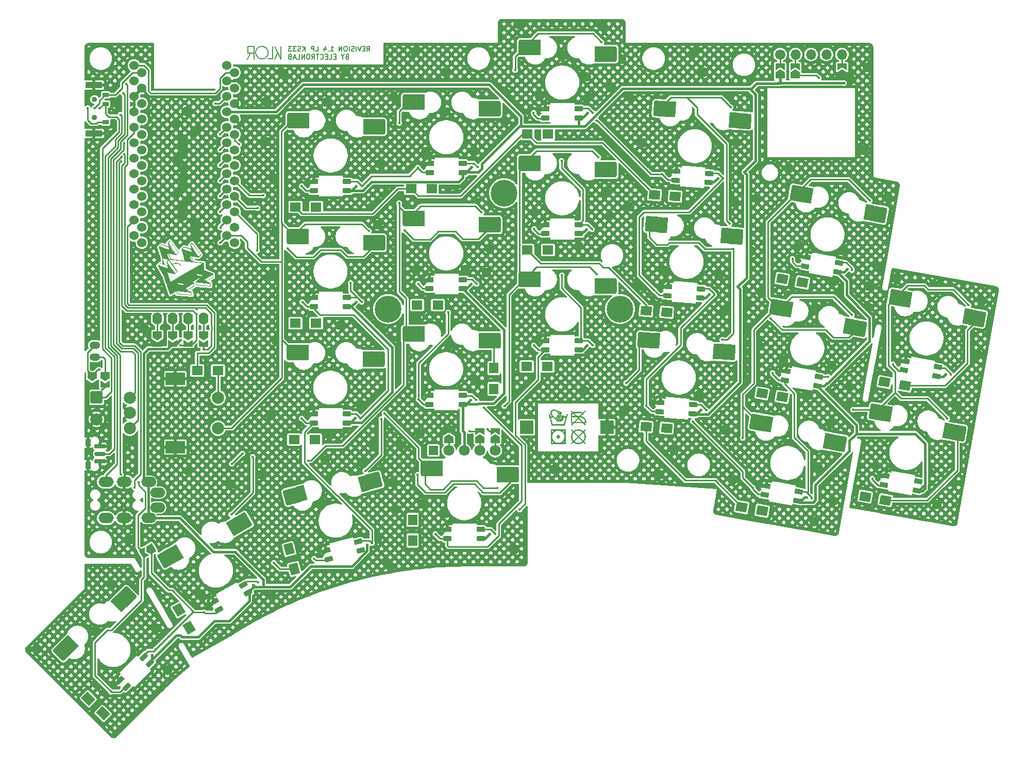
<source format=gbl>
G04 #@! TF.GenerationSoftware,KiCad,Pcbnew,8.0.4-8.0.4-0~ubuntu22.04.1*
G04 #@! TF.CreationDate,2024-09-04T00:25:38+02:00*
G04 #@! TF.ProjectId,klor1_4_LP_KS33,6b6c6f72-315f-4345-9f4c-505f4b533333,v1.4.0 LP KS33*
G04 #@! TF.SameCoordinates,Original*
G04 #@! TF.FileFunction,Copper,L2,Bot*
G04 #@! TF.FilePolarity,Positive*
%FSLAX46Y46*%
G04 Gerber Fmt 4.6, Leading zero omitted, Abs format (unit mm)*
G04 Created by KiCad (PCBNEW 8.0.4-8.0.4-0~ubuntu22.04.1) date 2024-09-04 00:25:38*
%MOMM*%
%LPD*%
G01*
G04 APERTURE LIST*
G04 Aperture macros list*
%AMRoundRect*
0 Rectangle with rounded corners*
0 $1 Rounding radius*
0 $2 $3 $4 $5 $6 $7 $8 $9 X,Y pos of 4 corners*
0 Add a 4 corners polygon primitive as box body*
4,1,4,$2,$3,$4,$5,$6,$7,$8,$9,$2,$3,0*
0 Add four circle primitives for the rounded corners*
1,1,$1+$1,$2,$3*
1,1,$1+$1,$4,$5*
1,1,$1+$1,$6,$7*
1,1,$1+$1,$8,$9*
0 Add four rect primitives between the rounded corners*
20,1,$1+$1,$2,$3,$4,$5,0*
20,1,$1+$1,$4,$5,$6,$7,0*
20,1,$1+$1,$6,$7,$8,$9,0*
20,1,$1+$1,$8,$9,$2,$3,0*%
%AMRotRect*
0 Rectangle, with rotation*
0 The origin of the aperture is its center*
0 $1 length*
0 $2 width*
0 $3 Rotation angle, in degrees counterclockwise*
0 Add horizontal line*
21,1,$1,$2,0,0,$3*%
%AMFreePoly0*
4,1,18,-0.410000,0.593000,-0.403758,0.624380,-0.385983,0.650983,-0.359380,0.668758,-0.328000,0.675000,0.000000,0.675000,0.410000,0.265000,0.410000,-0.593000,0.403758,-0.624380,0.385983,-0.650983,0.359380,-0.668758,0.328000,-0.675000,-0.328000,-0.675000,-0.359380,-0.668758,-0.385983,-0.650983,-0.403758,-0.624380,-0.410000,-0.593000,-0.410000,0.593000,-0.410000,0.593000,$1*%
%AMFreePoly1*
4,1,6,1.000000,0.000000,0.500000,-0.750000,-0.500000,-0.750000,-0.500000,0.750000,0.500000,0.750000,1.000000,0.000000,1.000000,0.000000,$1*%
%AMFreePoly2*
4,1,6,0.500000,-0.750000,-0.650000,-0.750000,-0.150000,0.000000,-0.650000,0.750000,0.500000,0.750000,0.500000,-0.750000,0.500000,-0.750000,$1*%
G04 Aperture macros list end*
%ADD10C,0.150000*%
G04 #@! TA.AperFunction,NonConductor*
%ADD11C,0.000001*%
G04 #@! TD*
G04 #@! TA.AperFunction,NonConductor*
%ADD12C,0.150000*%
G04 #@! TD*
G04 #@! TA.AperFunction,NonConductor*
%ADD13C,0.000000*%
G04 #@! TD*
G04 #@! TA.AperFunction,SMDPad,CuDef*
%ADD14RoundRect,0.082000X0.651245X0.187383X0.187383X0.651245X-0.651245X-0.187383X-0.187383X-0.651245X0*%
G04 #@! TD*
G04 #@! TA.AperFunction,SMDPad,CuDef*
%ADD15FreePoly0,135.000000*%
G04 #@! TD*
G04 #@! TA.AperFunction,SMDPad,CuDef*
%ADD16RoundRect,0.255000X0.035355X1.477853X-1.477853X-0.035355X-0.035355X-1.477853X1.477853X0.035355X0*%
G04 #@! TD*
G04 #@! TA.AperFunction,SMDPad,CuDef*
%ADD17RotRect,1.200000X2.550000X45.000000*%
G04 #@! TD*
G04 #@! TA.AperFunction,SMDPad,CuDef*
%ADD18RotRect,1.200000X2.550000X225.000000*%
G04 #@! TD*
G04 #@! TA.AperFunction,SMDPad,CuDef*
%ADD19RoundRect,0.082000X0.593000X-0.328000X0.593000X0.328000X-0.593000X0.328000X-0.593000X-0.328000X0*%
G04 #@! TD*
G04 #@! TA.AperFunction,SMDPad,CuDef*
%ADD20FreePoly0,90.000000*%
G04 #@! TD*
G04 #@! TA.AperFunction,SMDPad,CuDef*
%ADD21RoundRect,0.255000X1.070000X1.020000X-1.070000X1.020000X-1.070000X-1.020000X1.070000X-1.020000X0*%
G04 #@! TD*
G04 #@! TA.AperFunction,SMDPad,CuDef*
%ADD22R,1.200000X2.550000*%
G04 #@! TD*
G04 #@! TA.AperFunction,SMDPad,CuDef*
%ADD23RoundRect,0.082000X0.568675X-0.368567X0.614436X0.285835X-0.568675X0.368567X-0.614436X-0.285835X0*%
G04 #@! TD*
G04 #@! TA.AperFunction,SMDPad,CuDef*
%ADD24FreePoly0,86.000000*%
G04 #@! TD*
G04 #@! TA.AperFunction,SMDPad,CuDef*
%ADD25RoundRect,0.255000X1.138545X0.942876X-0.996242X1.092155X-1.138545X-0.942876X0.996242X-1.092155X0*%
G04 #@! TD*
G04 #@! TA.AperFunction,SMDPad,CuDef*
%ADD26RotRect,1.200000X2.550000X356.000000*%
G04 #@! TD*
G04 #@! TA.AperFunction,SMDPad,CuDef*
%ADD27RotRect,1.200000X2.550000X176.000000*%
G04 #@! TD*
G04 #@! TA.AperFunction,SMDPad,CuDef*
%ADD28RoundRect,0.082000X0.657687X-0.163344X0.487901X0.470303X-0.657687X0.163344X-0.487901X-0.470303X0*%
G04 #@! TD*
G04 #@! TA.AperFunction,SMDPad,CuDef*
%ADD29FreePoly0,105.000000*%
G04 #@! TD*
G04 #@! TA.AperFunction,SMDPad,CuDef*
%ADD30RoundRect,0.255000X0.769545X1.262181X-1.297536X0.708308X-0.769545X-1.262181X1.297536X-0.708308X0*%
G04 #@! TD*
G04 #@! TA.AperFunction,SMDPad,CuDef*
%ADD31RotRect,1.200000X2.550000X15.000000*%
G04 #@! TD*
G04 #@! TA.AperFunction,SMDPad,CuDef*
%ADD32RotRect,1.200000X2.550000X195.000000*%
G04 #@! TD*
G04 #@! TA.AperFunction,SMDPad,CuDef*
%ADD33RoundRect,0.082000X0.527034X-0.425990X0.640948X0.220044X-0.527034X0.425990X-0.640948X-0.220044X0*%
G04 #@! TD*
G04 #@! TA.AperFunction,SMDPad,CuDef*
%ADD34FreePoly0,80.000000*%
G04 #@! TD*
G04 #@! TA.AperFunction,SMDPad,CuDef*
%ADD35RoundRect,0.255000X1.230865X0.818700X-0.876623X1.190307X-1.230865X-0.818700X0.876623X-1.190307X0*%
G04 #@! TD*
G04 #@! TA.AperFunction,SMDPad,CuDef*
%ADD36RotRect,1.200000X2.550000X350.000000*%
G04 #@! TD*
G04 #@! TA.AperFunction,SMDPad,CuDef*
%ADD37RotRect,1.200000X2.550000X170.000000*%
G04 #@! TD*
G04 #@! TA.AperFunction,SMDPad,CuDef*
%ADD38RoundRect,0.082000X0.677553X0.012444X0.349553X0.580556X-0.677553X-0.012444X-0.349553X-0.580556X0*%
G04 #@! TD*
G04 #@! TA.AperFunction,SMDPad,CuDef*
%ADD39FreePoly0,120.000000*%
G04 #@! TD*
G04 #@! TA.AperFunction,SMDPad,CuDef*
%ADD40RoundRect,0.255000X0.416647X1.418346X-1.436647X0.348346X-0.416647X-1.418346X1.436647X-0.348346X0*%
G04 #@! TD*
G04 #@! TA.AperFunction,SMDPad,CuDef*
%ADD41RotRect,1.200000X2.550000X30.000000*%
G04 #@! TD*
G04 #@! TA.AperFunction,SMDPad,CuDef*
%ADD42RotRect,1.200000X2.550000X210.000000*%
G04 #@! TD*
G04 #@! TA.AperFunction,ComponentPad*
%ADD43RotRect,1.800000X1.500000X350.000000*%
G04 #@! TD*
G04 #@! TA.AperFunction,ComponentPad*
%ADD44R,1.800000X1.500000*%
G04 #@! TD*
G04 #@! TA.AperFunction,ComponentPad*
%ADD45RotRect,1.800000X1.500000X356.000000*%
G04 #@! TD*
G04 #@! TA.AperFunction,ComponentPad*
%ADD46RotRect,1.800000X1.500000X105.000000*%
G04 #@! TD*
G04 #@! TA.AperFunction,ComponentPad*
%ADD47R,2.200000X2.200000*%
G04 #@! TD*
G04 #@! TA.AperFunction,ComponentPad*
%ADD48C,2.000000*%
G04 #@! TD*
G04 #@! TA.AperFunction,ComponentPad*
%ADD49R,3.200000X2.000000*%
G04 #@! TD*
G04 #@! TA.AperFunction,ComponentPad*
%ADD50O,1.600000X2.000000*%
G04 #@! TD*
G04 #@! TA.AperFunction,ComponentPad*
%ADD51O,2.500000X1.700000*%
G04 #@! TD*
G04 #@! TA.AperFunction,ComponentPad*
%ADD52RotRect,1.800000X1.500000X120.000000*%
G04 #@! TD*
G04 #@! TA.AperFunction,ComponentPad*
%ADD53O,1.750000X1.200000*%
G04 #@! TD*
G04 #@! TA.AperFunction,ComponentPad*
%ADD54RoundRect,0.187500X-0.712500X0.187500X-0.712500X-0.187500X0.712500X-0.187500X0.712500X0.187500X0*%
G04 #@! TD*
G04 #@! TA.AperFunction,ComponentPad*
%ADD55RoundRect,0.150000X-0.750000X0.150000X-0.750000X-0.150000X0.750000X-0.150000X0.750000X0.150000X0*%
G04 #@! TD*
G04 #@! TA.AperFunction,ComponentPad*
%ADD56RoundRect,0.225000X-0.225000X0.425000X-0.225000X-0.425000X0.225000X-0.425000X0.225000X0.425000X0*%
G04 #@! TD*
G04 #@! TA.AperFunction,ComponentPad*
%ADD57C,4.400000*%
G04 #@! TD*
G04 #@! TA.AperFunction,ComponentPad*
%ADD58RotRect,1.800000X1.500000X135.000000*%
G04 #@! TD*
G04 #@! TA.AperFunction,ComponentPad*
%ADD59R,1.500000X1.800000*%
G04 #@! TD*
G04 #@! TA.AperFunction,ComponentPad*
%ADD60RoundRect,0.142858X-0.857142X0.857142X-0.857142X-0.857142X0.857142X-0.857142X0.857142X0.857142X0*%
G04 #@! TD*
G04 #@! TA.AperFunction,WasherPad*
%ADD61C,0.900000*%
G04 #@! TD*
G04 #@! TA.AperFunction,SMDPad,CuDef*
%ADD62R,1.000000X0.700000*%
G04 #@! TD*
G04 #@! TA.AperFunction,SMDPad,CuDef*
%ADD63R,2.800000X1.000000*%
G04 #@! TD*
G04 #@! TA.AperFunction,ComponentPad*
%ADD64R,1.524000X1.524000*%
G04 #@! TD*
G04 #@! TA.AperFunction,ComponentPad*
%ADD65C,1.800000*%
G04 #@! TD*
G04 #@! TA.AperFunction,ComponentPad*
%ADD66C,1.524000*%
G04 #@! TD*
G04 #@! TA.AperFunction,SMDPad,CuDef*
%ADD67FreePoly1,270.000000*%
G04 #@! TD*
G04 #@! TA.AperFunction,SMDPad,CuDef*
%ADD68FreePoly2,270.000000*%
G04 #@! TD*
G04 #@! TA.AperFunction,SMDPad,CuDef*
%ADD69FreePoly1,90.000000*%
G04 #@! TD*
G04 #@! TA.AperFunction,SMDPad,CuDef*
%ADD70FreePoly2,90.000000*%
G04 #@! TD*
G04 #@! TA.AperFunction,SMDPad,CuDef*
%ADD71FreePoly1,210.000000*%
G04 #@! TD*
G04 #@! TA.AperFunction,SMDPad,CuDef*
%ADD72FreePoly2,210.000000*%
G04 #@! TD*
G04 #@! TA.AperFunction,ComponentPad*
%ADD73C,1.700000*%
G04 #@! TD*
G04 #@! TA.AperFunction,ComponentPad*
%ADD74O,1.700000X1.700000*%
G04 #@! TD*
G04 #@! TA.AperFunction,ViaPad*
%ADD75C,0.400000*%
G04 #@! TD*
G04 #@! TA.AperFunction,Conductor*
%ADD76C,0.381000*%
G04 #@! TD*
G04 #@! TA.AperFunction,Conductor*
%ADD77C,0.254000*%
G04 #@! TD*
G04 APERTURE END LIST*
D10*
X110828069Y-54746932D02*
X110816223Y-54590367D01*
X110781849Y-54441215D01*
X110726690Y-54301221D01*
X110623828Y-54131821D01*
X110491250Y-53985936D01*
X110333091Y-53867699D01*
X110153484Y-53781245D01*
X110007191Y-53739749D01*
X109852904Y-53720200D01*
X109800000Y-53718863D01*
D11*
X162132070Y-114456411D02*
X162178349Y-114464720D01*
X162223917Y-114475066D01*
X162268725Y-114487402D01*
X162312722Y-114501677D01*
X162355860Y-114517843D01*
X162398087Y-114535850D01*
X162439355Y-114555650D01*
X162471376Y-114572785D01*
X162479613Y-114577193D01*
X162518812Y-114600431D01*
X162556903Y-114625314D01*
X162593835Y-114651793D01*
X162629559Y-114679819D01*
X162664025Y-114709344D01*
X162697183Y-114740317D01*
X162728984Y-114772690D01*
X162759378Y-114806414D01*
X162788315Y-114841440D01*
X162815746Y-114877719D01*
X162841620Y-114915201D01*
X162865888Y-114953838D01*
X162888500Y-114993580D01*
X162909408Y-115034379D01*
X162928559Y-115076185D01*
X162945906Y-115118949D01*
X162961399Y-115162622D01*
X162974987Y-115207155D01*
X162986621Y-115252500D01*
X162996251Y-115298606D01*
X163003828Y-115345426D01*
X163009302Y-115392909D01*
X163011599Y-115426193D01*
X163012622Y-115441006D01*
X163013740Y-115489670D01*
X163013740Y-115553146D01*
X162654018Y-115553146D01*
X162957313Y-115856424D01*
X162865619Y-115948112D01*
X162470631Y-115553146D01*
X161782928Y-115553146D01*
X161782928Y-115422667D01*
X162340144Y-115422667D01*
X161751188Y-114833745D01*
X161162232Y-115422667D01*
X161775875Y-115422667D01*
X161775875Y-115553146D01*
X161031745Y-115553146D01*
X160636756Y-115948112D01*
X160545063Y-115856424D01*
X160848357Y-115553146D01*
X160566223Y-115553146D01*
X160566223Y-114572785D01*
X160696710Y-114572785D01*
X160696710Y-115422667D01*
X160978845Y-115422667D01*
X161652459Y-114745583D01*
X161846408Y-114745583D01*
X162527058Y-115426193D01*
X162883253Y-115426193D01*
X162883253Y-115422667D01*
X162879283Y-115379964D01*
X162873355Y-115337845D01*
X162865515Y-115296357D01*
X162855811Y-115255545D01*
X162844288Y-115215456D01*
X162830993Y-115176137D01*
X162815973Y-115137634D01*
X162799274Y-115099994D01*
X162780942Y-115063263D01*
X162761024Y-115027487D01*
X162739567Y-114992714D01*
X162716617Y-114958990D01*
X162692220Y-114926360D01*
X162666424Y-114894873D01*
X162639274Y-114864573D01*
X162610817Y-114835508D01*
X162581099Y-114807724D01*
X162550167Y-114781268D01*
X162518068Y-114756185D01*
X162484848Y-114732524D01*
X162450553Y-114710329D01*
X162415230Y-114689648D01*
X162378926Y-114670527D01*
X162341687Y-114653012D01*
X162303559Y-114637151D01*
X162264589Y-114622989D01*
X162224823Y-114610573D01*
X162184309Y-114599950D01*
X162143091Y-114591166D01*
X162101218Y-114584267D01*
X162058735Y-114579300D01*
X162015689Y-114576311D01*
X161849935Y-114742056D01*
X161846408Y-114745583D01*
X161652459Y-114745583D01*
X161655968Y-114742056D01*
X161486686Y-114572785D01*
X161670074Y-114572785D01*
X161751188Y-114653894D01*
X161832302Y-114572785D01*
X161670074Y-114572785D01*
X161486686Y-114572785D01*
X160696710Y-114572785D01*
X160566223Y-114572785D01*
X160566223Y-114181346D01*
X160700237Y-114181346D01*
X160700237Y-114445832D01*
X161359726Y-114445832D01*
X160841304Y-113927439D01*
X160825771Y-113937807D01*
X160810942Y-113949053D01*
X160796855Y-113961146D01*
X160783555Y-113974055D01*
X160771080Y-113987749D01*
X160759474Y-114002198D01*
X160754009Y-114009695D01*
X160748777Y-114017370D01*
X160743782Y-114025217D01*
X160739030Y-114033234D01*
X160734526Y-114041416D01*
X160730276Y-114049759D01*
X160726283Y-114058260D01*
X160722554Y-114066914D01*
X160719094Y-114075719D01*
X160715907Y-114084669D01*
X160712999Y-114093761D01*
X160710376Y-114102992D01*
X160708042Y-114112357D01*
X160706002Y-114121852D01*
X160704262Y-114131474D01*
X160702827Y-114141218D01*
X160701701Y-114151082D01*
X160700891Y-114161060D01*
X160700401Y-114171149D01*
X160700237Y-114181346D01*
X160566223Y-114181346D01*
X160566223Y-114177819D01*
X160567041Y-114151545D01*
X160569467Y-114125652D01*
X160573452Y-114100194D01*
X160578952Y-114075221D01*
X160585918Y-114050785D01*
X160594305Y-114026938D01*
X160604066Y-114003732D01*
X160615155Y-113981218D01*
X160627525Y-113959448D01*
X160641130Y-113938473D01*
X160655923Y-113918346D01*
X160671858Y-113899117D01*
X160688888Y-113880839D01*
X160706966Y-113863563D01*
X160726047Y-113847341D01*
X160746083Y-113832224D01*
X160548589Y-113634741D01*
X160640283Y-113543053D01*
X160869517Y-113772274D01*
X160876832Y-113769712D01*
X160884230Y-113767315D01*
X160891711Y-113765083D01*
X160899274Y-113763017D01*
X160906919Y-113761116D01*
X160914648Y-113759380D01*
X160922459Y-113757810D01*
X160930353Y-113756405D01*
X160938329Y-113755165D01*
X160946388Y-113754091D01*
X160954530Y-113753182D01*
X160962754Y-113752438D01*
X160971061Y-113751859D01*
X160979450Y-113751446D01*
X160987923Y-113751198D01*
X160996478Y-113751115D01*
X162283717Y-113751115D01*
X162283717Y-113881595D01*
X160982371Y-113881595D01*
X161543114Y-114442305D01*
X161962789Y-114442305D01*
X162865619Y-113543053D01*
X162957313Y-113634741D01*
X162142695Y-114445832D01*
X162132070Y-114456411D01*
G04 #@! TA.AperFunction,NonConductor*
G36*
X162132070Y-114456411D02*
G01*
X162178349Y-114464720D01*
X162223917Y-114475066D01*
X162268725Y-114487402D01*
X162312722Y-114501677D01*
X162355860Y-114517843D01*
X162398087Y-114535850D01*
X162439355Y-114555650D01*
X162471376Y-114572785D01*
X162479613Y-114577193D01*
X162518812Y-114600431D01*
X162556903Y-114625314D01*
X162593835Y-114651793D01*
X162629559Y-114679819D01*
X162664025Y-114709344D01*
X162697183Y-114740317D01*
X162728984Y-114772690D01*
X162759378Y-114806414D01*
X162788315Y-114841440D01*
X162815746Y-114877719D01*
X162841620Y-114915201D01*
X162865888Y-114953838D01*
X162888500Y-114993580D01*
X162909408Y-115034379D01*
X162928559Y-115076185D01*
X162945906Y-115118949D01*
X162961399Y-115162622D01*
X162974987Y-115207155D01*
X162986621Y-115252500D01*
X162996251Y-115298606D01*
X163003828Y-115345426D01*
X163009302Y-115392909D01*
X163011599Y-115426193D01*
X163012622Y-115441006D01*
X163013740Y-115489670D01*
X163013740Y-115553146D01*
X162654018Y-115553146D01*
X162957313Y-115856424D01*
X162865619Y-115948112D01*
X162470631Y-115553146D01*
X161782928Y-115553146D01*
X161782928Y-115422667D01*
X162340144Y-115422667D01*
X161751188Y-114833745D01*
X161162232Y-115422667D01*
X161775875Y-115422667D01*
X161775875Y-115553146D01*
X161031745Y-115553146D01*
X160636756Y-115948112D01*
X160545063Y-115856424D01*
X160848357Y-115553146D01*
X160566223Y-115553146D01*
X160566223Y-114572785D01*
X160696710Y-114572785D01*
X160696710Y-115422667D01*
X160978845Y-115422667D01*
X161652459Y-114745583D01*
X161846408Y-114745583D01*
X162527058Y-115426193D01*
X162883253Y-115426193D01*
X162883253Y-115422667D01*
X162879283Y-115379964D01*
X162873355Y-115337845D01*
X162865515Y-115296357D01*
X162855811Y-115255545D01*
X162844288Y-115215456D01*
X162830993Y-115176137D01*
X162815973Y-115137634D01*
X162799274Y-115099994D01*
X162780942Y-115063263D01*
X162761024Y-115027487D01*
X162739567Y-114992714D01*
X162716617Y-114958990D01*
X162692220Y-114926360D01*
X162666424Y-114894873D01*
X162639274Y-114864573D01*
X162610817Y-114835508D01*
X162581099Y-114807724D01*
X162550167Y-114781268D01*
X162518068Y-114756185D01*
X162484848Y-114732524D01*
X162450553Y-114710329D01*
X162415230Y-114689648D01*
X162378926Y-114670527D01*
X162341687Y-114653012D01*
X162303559Y-114637151D01*
X162264589Y-114622989D01*
X162224823Y-114610573D01*
X162184309Y-114599950D01*
X162143091Y-114591166D01*
X162101218Y-114584267D01*
X162058735Y-114579300D01*
X162015689Y-114576311D01*
X161849935Y-114742056D01*
X161846408Y-114745583D01*
X161652459Y-114745583D01*
X161655968Y-114742056D01*
X161486686Y-114572785D01*
X161670074Y-114572785D01*
X161751188Y-114653894D01*
X161832302Y-114572785D01*
X161670074Y-114572785D01*
X161486686Y-114572785D01*
X160696710Y-114572785D01*
X160566223Y-114572785D01*
X160566223Y-114181346D01*
X160700237Y-114181346D01*
X160700237Y-114445832D01*
X161359726Y-114445832D01*
X160841304Y-113927439D01*
X160825771Y-113937807D01*
X160810942Y-113949053D01*
X160796855Y-113961146D01*
X160783555Y-113974055D01*
X160771080Y-113987749D01*
X160759474Y-114002198D01*
X160754009Y-114009695D01*
X160748777Y-114017370D01*
X160743782Y-114025217D01*
X160739030Y-114033234D01*
X160734526Y-114041416D01*
X160730276Y-114049759D01*
X160726283Y-114058260D01*
X160722554Y-114066914D01*
X160719094Y-114075719D01*
X160715907Y-114084669D01*
X160712999Y-114093761D01*
X160710376Y-114102992D01*
X160708042Y-114112357D01*
X160706002Y-114121852D01*
X160704262Y-114131474D01*
X160702827Y-114141218D01*
X160701701Y-114151082D01*
X160700891Y-114161060D01*
X160700401Y-114171149D01*
X160700237Y-114181346D01*
X160566223Y-114181346D01*
X160566223Y-114177819D01*
X160567041Y-114151545D01*
X160569467Y-114125652D01*
X160573452Y-114100194D01*
X160578952Y-114075221D01*
X160585918Y-114050785D01*
X160594305Y-114026938D01*
X160604066Y-114003732D01*
X160615155Y-113981218D01*
X160627525Y-113959448D01*
X160641130Y-113938473D01*
X160655923Y-113918346D01*
X160671858Y-113899117D01*
X160688888Y-113880839D01*
X160706966Y-113863563D01*
X160726047Y-113847341D01*
X160746083Y-113832224D01*
X160548589Y-113634741D01*
X160640283Y-113543053D01*
X160869517Y-113772274D01*
X160876832Y-113769712D01*
X160884230Y-113767315D01*
X160891711Y-113765083D01*
X160899274Y-113763017D01*
X160906919Y-113761116D01*
X160914648Y-113759380D01*
X160922459Y-113757810D01*
X160930353Y-113756405D01*
X160938329Y-113755165D01*
X160946388Y-113754091D01*
X160954530Y-113753182D01*
X160962754Y-113752438D01*
X160971061Y-113751859D01*
X160979450Y-113751446D01*
X160987923Y-113751198D01*
X160996478Y-113751115D01*
X162283717Y-113751115D01*
X162283717Y-113881595D01*
X160982371Y-113881595D01*
X161543114Y-114442305D01*
X161962789Y-114442305D01*
X162865619Y-113543053D01*
X162957313Y-113634741D01*
X162142695Y-114445832D01*
X162132070Y-114456411D01*
G37*
G04 #@! TD.AperFunction*
D12*
X108771932Y-54746932D02*
X108771932Y-54746932D01*
X111547717Y-55775001D02*
X111547717Y-53718864D01*
D11*
X162622278Y-117037794D02*
X162656447Y-117077541D01*
X162688824Y-117118724D01*
X162719351Y-117161292D01*
X162747971Y-117205192D01*
X162774629Y-117250373D01*
X162799267Y-117296784D01*
X162821828Y-117344372D01*
X162842255Y-117393087D01*
X162860492Y-117442876D01*
X162876482Y-117493688D01*
X162890168Y-117545471D01*
X162901492Y-117598174D01*
X162910399Y-117651745D01*
X162916832Y-117706131D01*
X162920733Y-117761282D01*
X162922046Y-117817146D01*
X162922046Y-117817147D01*
X162920733Y-117873049D01*
X162916832Y-117928306D01*
X162910399Y-117982851D01*
X162901492Y-118036615D01*
X162890168Y-118089532D01*
X162876482Y-118141534D01*
X162860492Y-118192556D01*
X162842255Y-118242528D01*
X162821828Y-118291385D01*
X162799267Y-118339059D01*
X162774629Y-118385482D01*
X162747971Y-118430589D01*
X162719351Y-118474311D01*
X162688824Y-118516581D01*
X162656447Y-118557333D01*
X162622278Y-118596499D01*
X162953786Y-118927987D01*
X162862093Y-119019676D01*
X162530585Y-118688187D01*
X162490835Y-118722354D01*
X162449650Y-118754729D01*
X162407080Y-118785254D01*
X162363177Y-118813873D01*
X162317994Y-118840529D01*
X162271580Y-118865165D01*
X162223989Y-118887725D01*
X162175271Y-118908151D01*
X162125479Y-118926387D01*
X162074665Y-118942376D01*
X162022878Y-118956061D01*
X161970173Y-118967385D01*
X161916599Y-118976292D01*
X161862209Y-118982724D01*
X161807055Y-118986625D01*
X161751188Y-118987938D01*
X161695282Y-118986625D01*
X161640022Y-118982724D01*
X161585474Y-118976292D01*
X161531707Y-118967385D01*
X161478787Y-118956061D01*
X161426781Y-118942376D01*
X161375757Y-118926387D01*
X161325782Y-118908151D01*
X161276922Y-118887725D01*
X161229246Y-118865166D01*
X161182820Y-118840529D01*
X161137711Y-118813873D01*
X161093986Y-118785254D01*
X161051713Y-118754729D01*
X161010959Y-118722354D01*
X160971791Y-118688187D01*
X160640283Y-119019676D01*
X160548589Y-118927987D01*
X160880098Y-118596499D01*
X161059958Y-118596499D01*
X161095036Y-118626162D01*
X161131456Y-118654286D01*
X161169158Y-118680819D01*
X161208079Y-118705709D01*
X161248157Y-118728905D01*
X161289330Y-118750355D01*
X161331537Y-118770007D01*
X161374715Y-118787810D01*
X161418802Y-118803712D01*
X161463736Y-118817661D01*
X161509455Y-118829606D01*
X161555898Y-118839495D01*
X161603002Y-118847277D01*
X161650705Y-118852899D01*
X161698945Y-118856310D01*
X161747661Y-118857458D01*
X161751188Y-118857458D01*
X161800485Y-118856310D01*
X161849157Y-118852899D01*
X161897157Y-118847277D01*
X161944439Y-118839495D01*
X161990957Y-118829606D01*
X162036663Y-118817661D01*
X162081512Y-118803712D01*
X162125457Y-118787810D01*
X162168451Y-118770007D01*
X162210449Y-118750355D01*
X162251402Y-118728905D01*
X162291266Y-118705709D01*
X162329993Y-118680819D01*
X162367538Y-118654286D01*
X162403852Y-118626162D01*
X162438891Y-118596499D01*
X161751188Y-117908835D01*
X161059958Y-118596499D01*
X160880098Y-118596499D01*
X160845929Y-118556752D01*
X160813552Y-118515569D01*
X160783025Y-118473001D01*
X160754404Y-118429101D01*
X160727747Y-118383920D01*
X160703109Y-118337509D01*
X160680548Y-118289920D01*
X160660121Y-118241206D01*
X160641884Y-118191416D01*
X160625894Y-118140604D01*
X160612208Y-118088821D01*
X160600884Y-118036119D01*
X160591976Y-117982548D01*
X160585544Y-117928162D01*
X160581643Y-117873010D01*
X160580330Y-117817146D01*
X160580496Y-117810094D01*
X160707290Y-117810094D01*
X160707290Y-117813620D01*
X160708439Y-117862915D01*
X160711850Y-117911590D01*
X160717472Y-117959604D01*
X160725254Y-118006915D01*
X160735144Y-118053483D01*
X160747089Y-118099265D01*
X160761039Y-118144221D01*
X160776942Y-118188309D01*
X160794746Y-118231487D01*
X160814399Y-118273716D01*
X160835850Y-118314952D01*
X160859047Y-118355155D01*
X160883939Y-118394284D01*
X160910474Y-118432297D01*
X160938599Y-118469153D01*
X160968264Y-118504810D01*
X161655967Y-117817147D01*
X161842881Y-117817147D01*
X162530585Y-118504810D01*
X162560250Y-118469735D01*
X162588375Y-118433316D01*
X162614910Y-118395617D01*
X162639802Y-118356698D01*
X162662999Y-118316622D01*
X162684450Y-118275451D01*
X162704103Y-118233247D01*
X162721907Y-118190072D01*
X162737810Y-118145987D01*
X162751760Y-118101056D01*
X162763705Y-118055339D01*
X162773595Y-118008899D01*
X162781377Y-117961798D01*
X162786999Y-117914097D01*
X162790410Y-117865860D01*
X162791559Y-117817147D01*
X162790410Y-117768434D01*
X162786999Y-117720196D01*
X162781377Y-117672496D01*
X162773595Y-117625394D01*
X162763705Y-117578954D01*
X162751760Y-117533238D01*
X162737810Y-117488306D01*
X162721907Y-117444221D01*
X162704103Y-117401046D01*
X162684450Y-117358842D01*
X162662999Y-117317671D01*
X162639802Y-117277595D01*
X162614910Y-117238677D01*
X162588375Y-117200977D01*
X162560250Y-117164558D01*
X162530585Y-117129483D01*
X161846408Y-117813620D01*
X161842881Y-117817147D01*
X161655967Y-117817147D01*
X161659494Y-117813620D01*
X160968264Y-117122430D01*
X160938599Y-117157505D01*
X160910474Y-117193924D01*
X160883939Y-117231624D01*
X160859047Y-117270542D01*
X160835850Y-117310618D01*
X160814399Y-117351789D01*
X160794746Y-117393993D01*
X160776942Y-117437169D01*
X160761039Y-117481253D01*
X160747089Y-117526185D01*
X160735144Y-117571901D01*
X160725254Y-117618341D01*
X160717472Y-117665443D01*
X160711850Y-117713143D01*
X160708439Y-117761381D01*
X160707290Y-117810094D01*
X160580496Y-117810094D01*
X160581643Y-117761244D01*
X160585544Y-117705987D01*
X160591976Y-117651442D01*
X160600884Y-117597678D01*
X160612208Y-117544761D01*
X160625894Y-117492758D01*
X160641884Y-117441737D01*
X160660121Y-117391765D01*
X160680548Y-117342908D01*
X160703109Y-117295234D01*
X160727747Y-117248811D01*
X160754404Y-117203704D01*
X160783025Y-117159982D01*
X160813552Y-117117712D01*
X160845929Y-117076960D01*
X160880098Y-117037794D01*
X160876572Y-117034268D01*
X161063485Y-117034268D01*
X161754715Y-117721931D01*
X162442418Y-117034268D01*
X162407339Y-117004604D01*
X162370913Y-116976480D01*
X162333195Y-116949947D01*
X162294242Y-116925057D01*
X162254111Y-116901861D01*
X162212860Y-116880411D01*
X162170544Y-116860759D01*
X162127220Y-116842956D01*
X162082947Y-116827054D01*
X162037779Y-116813105D01*
X161991775Y-116801160D01*
X161944990Y-116791271D01*
X161897482Y-116783490D01*
X161849308Y-116777868D01*
X161800525Y-116774457D01*
X161751188Y-116773308D01*
X161701891Y-116774457D01*
X161653219Y-116777868D01*
X161605219Y-116783490D01*
X161557937Y-116791271D01*
X161511419Y-116801160D01*
X161465713Y-116813105D01*
X161420864Y-116827054D01*
X161376919Y-116842956D01*
X161333924Y-116860759D01*
X161291927Y-116880411D01*
X161250973Y-116901861D01*
X161211110Y-116925057D01*
X161172382Y-116949947D01*
X161134838Y-116976480D01*
X161098524Y-117004604D01*
X161063485Y-117034268D01*
X160876572Y-117034268D01*
X160548589Y-116706305D01*
X160640283Y-116614617D01*
X160971791Y-116946106D01*
X161011540Y-116911939D01*
X161052726Y-116879564D01*
X161095296Y-116849039D01*
X161139198Y-116820420D01*
X161184382Y-116793764D01*
X161230796Y-116769127D01*
X161278387Y-116746568D01*
X161327104Y-116726142D01*
X161376896Y-116707906D01*
X161427711Y-116691917D01*
X161479497Y-116678232D01*
X161532203Y-116666908D01*
X161585777Y-116658001D01*
X161640166Y-116651569D01*
X161695321Y-116647668D01*
X161751188Y-116646355D01*
X161807094Y-116647668D01*
X161862354Y-116651569D01*
X161916901Y-116658001D01*
X161970669Y-116666908D01*
X162023589Y-116678232D01*
X162075594Y-116691917D01*
X162126618Y-116707905D01*
X162176594Y-116726141D01*
X162225453Y-116746568D01*
X162273130Y-116769127D01*
X162319556Y-116793764D01*
X162364665Y-116820420D01*
X162408390Y-116849039D01*
X162450663Y-116879564D01*
X162491417Y-116911939D01*
X162530585Y-116946106D01*
X162862093Y-116614617D01*
X162953786Y-116706305D01*
X162625805Y-117034268D01*
X162622278Y-117037794D01*
G04 #@! TA.AperFunction,NonConductor*
G36*
X162622278Y-117037794D02*
G01*
X162656447Y-117077541D01*
X162688824Y-117118724D01*
X162719351Y-117161292D01*
X162747971Y-117205192D01*
X162774629Y-117250373D01*
X162799267Y-117296784D01*
X162821828Y-117344372D01*
X162842255Y-117393087D01*
X162860492Y-117442876D01*
X162876482Y-117493688D01*
X162890168Y-117545471D01*
X162901492Y-117598174D01*
X162910399Y-117651745D01*
X162916832Y-117706131D01*
X162920733Y-117761282D01*
X162922046Y-117817146D01*
X162922046Y-117817147D01*
X162920733Y-117873049D01*
X162916832Y-117928306D01*
X162910399Y-117982851D01*
X162901492Y-118036615D01*
X162890168Y-118089532D01*
X162876482Y-118141534D01*
X162860492Y-118192556D01*
X162842255Y-118242528D01*
X162821828Y-118291385D01*
X162799267Y-118339059D01*
X162774629Y-118385482D01*
X162747971Y-118430589D01*
X162719351Y-118474311D01*
X162688824Y-118516581D01*
X162656447Y-118557333D01*
X162622278Y-118596499D01*
X162953786Y-118927987D01*
X162862093Y-119019676D01*
X162530585Y-118688187D01*
X162490835Y-118722354D01*
X162449650Y-118754729D01*
X162407080Y-118785254D01*
X162363177Y-118813873D01*
X162317994Y-118840529D01*
X162271580Y-118865165D01*
X162223989Y-118887725D01*
X162175271Y-118908151D01*
X162125479Y-118926387D01*
X162074665Y-118942376D01*
X162022878Y-118956061D01*
X161970173Y-118967385D01*
X161916599Y-118976292D01*
X161862209Y-118982724D01*
X161807055Y-118986625D01*
X161751188Y-118987938D01*
X161695282Y-118986625D01*
X161640022Y-118982724D01*
X161585474Y-118976292D01*
X161531707Y-118967385D01*
X161478787Y-118956061D01*
X161426781Y-118942376D01*
X161375757Y-118926387D01*
X161325782Y-118908151D01*
X161276922Y-118887725D01*
X161229246Y-118865166D01*
X161182820Y-118840529D01*
X161137711Y-118813873D01*
X161093986Y-118785254D01*
X161051713Y-118754729D01*
X161010959Y-118722354D01*
X160971791Y-118688187D01*
X160640283Y-119019676D01*
X160548589Y-118927987D01*
X160880098Y-118596499D01*
X161059958Y-118596499D01*
X161095036Y-118626162D01*
X161131456Y-118654286D01*
X161169158Y-118680819D01*
X161208079Y-118705709D01*
X161248157Y-118728905D01*
X161289330Y-118750355D01*
X161331537Y-118770007D01*
X161374715Y-118787810D01*
X161418802Y-118803712D01*
X161463736Y-118817661D01*
X161509455Y-118829606D01*
X161555898Y-118839495D01*
X161603002Y-118847277D01*
X161650705Y-118852899D01*
X161698945Y-118856310D01*
X161747661Y-118857458D01*
X161751188Y-118857458D01*
X161800485Y-118856310D01*
X161849157Y-118852899D01*
X161897157Y-118847277D01*
X161944439Y-118839495D01*
X161990957Y-118829606D01*
X162036663Y-118817661D01*
X162081512Y-118803712D01*
X162125457Y-118787810D01*
X162168451Y-118770007D01*
X162210449Y-118750355D01*
X162251402Y-118728905D01*
X162291266Y-118705709D01*
X162329993Y-118680819D01*
X162367538Y-118654286D01*
X162403852Y-118626162D01*
X162438891Y-118596499D01*
X161751188Y-117908835D01*
X161059958Y-118596499D01*
X160880098Y-118596499D01*
X160845929Y-118556752D01*
X160813552Y-118515569D01*
X160783025Y-118473001D01*
X160754404Y-118429101D01*
X160727747Y-118383920D01*
X160703109Y-118337509D01*
X160680548Y-118289920D01*
X160660121Y-118241206D01*
X160641884Y-118191416D01*
X160625894Y-118140604D01*
X160612208Y-118088821D01*
X160600884Y-118036119D01*
X160591976Y-117982548D01*
X160585544Y-117928162D01*
X160581643Y-117873010D01*
X160580330Y-117817146D01*
X160580496Y-117810094D01*
X160707290Y-117810094D01*
X160707290Y-117813620D01*
X160708439Y-117862915D01*
X160711850Y-117911590D01*
X160717472Y-117959604D01*
X160725254Y-118006915D01*
X160735144Y-118053483D01*
X160747089Y-118099265D01*
X160761039Y-118144221D01*
X160776942Y-118188309D01*
X160794746Y-118231487D01*
X160814399Y-118273716D01*
X160835850Y-118314952D01*
X160859047Y-118355155D01*
X160883939Y-118394284D01*
X160910474Y-118432297D01*
X160938599Y-118469153D01*
X160968264Y-118504810D01*
X161655967Y-117817147D01*
X161842881Y-117817147D01*
X162530585Y-118504810D01*
X162560250Y-118469735D01*
X162588375Y-118433316D01*
X162614910Y-118395617D01*
X162639802Y-118356698D01*
X162662999Y-118316622D01*
X162684450Y-118275451D01*
X162704103Y-118233247D01*
X162721907Y-118190072D01*
X162737810Y-118145987D01*
X162751760Y-118101056D01*
X162763705Y-118055339D01*
X162773595Y-118008899D01*
X162781377Y-117961798D01*
X162786999Y-117914097D01*
X162790410Y-117865860D01*
X162791559Y-117817147D01*
X162790410Y-117768434D01*
X162786999Y-117720196D01*
X162781377Y-117672496D01*
X162773595Y-117625394D01*
X162763705Y-117578954D01*
X162751760Y-117533238D01*
X162737810Y-117488306D01*
X162721907Y-117444221D01*
X162704103Y-117401046D01*
X162684450Y-117358842D01*
X162662999Y-117317671D01*
X162639802Y-117277595D01*
X162614910Y-117238677D01*
X162588375Y-117200977D01*
X162560250Y-117164558D01*
X162530585Y-117129483D01*
X161846408Y-117813620D01*
X161842881Y-117817147D01*
X161655967Y-117817147D01*
X161659494Y-117813620D01*
X160968264Y-117122430D01*
X160938599Y-117157505D01*
X160910474Y-117193924D01*
X160883939Y-117231624D01*
X160859047Y-117270542D01*
X160835850Y-117310618D01*
X160814399Y-117351789D01*
X160794746Y-117393993D01*
X160776942Y-117437169D01*
X160761039Y-117481253D01*
X160747089Y-117526185D01*
X160735144Y-117571901D01*
X160725254Y-117618341D01*
X160717472Y-117665443D01*
X160711850Y-117713143D01*
X160708439Y-117761381D01*
X160707290Y-117810094D01*
X160580496Y-117810094D01*
X160581643Y-117761244D01*
X160585544Y-117705987D01*
X160591976Y-117651442D01*
X160600884Y-117597678D01*
X160612208Y-117544761D01*
X160625894Y-117492758D01*
X160641884Y-117441737D01*
X160660121Y-117391765D01*
X160680548Y-117342908D01*
X160703109Y-117295234D01*
X160727747Y-117248811D01*
X160754404Y-117203704D01*
X160783025Y-117159982D01*
X160813552Y-117117712D01*
X160845929Y-117076960D01*
X160880098Y-117037794D01*
X160876572Y-117034268D01*
X161063485Y-117034268D01*
X161754715Y-117721931D01*
X162442418Y-117034268D01*
X162407339Y-117004604D01*
X162370913Y-116976480D01*
X162333195Y-116949947D01*
X162294242Y-116925057D01*
X162254111Y-116901861D01*
X162212860Y-116880411D01*
X162170544Y-116860759D01*
X162127220Y-116842956D01*
X162082947Y-116827054D01*
X162037779Y-116813105D01*
X161991775Y-116801160D01*
X161944990Y-116791271D01*
X161897482Y-116783490D01*
X161849308Y-116777868D01*
X161800525Y-116774457D01*
X161751188Y-116773308D01*
X161701891Y-116774457D01*
X161653219Y-116777868D01*
X161605219Y-116783490D01*
X161557937Y-116791271D01*
X161511419Y-116801160D01*
X161465713Y-116813105D01*
X161420864Y-116827054D01*
X161376919Y-116842956D01*
X161333924Y-116860759D01*
X161291927Y-116880411D01*
X161250973Y-116901861D01*
X161211110Y-116925057D01*
X161172382Y-116949947D01*
X161134838Y-116976480D01*
X161098524Y-117004604D01*
X161063485Y-117034268D01*
X160876572Y-117034268D01*
X160548589Y-116706305D01*
X160640283Y-116614617D01*
X160971791Y-116946106D01*
X161011540Y-116911939D01*
X161052726Y-116879564D01*
X161095296Y-116849039D01*
X161139198Y-116820420D01*
X161184382Y-116793764D01*
X161230796Y-116769127D01*
X161278387Y-116746568D01*
X161327104Y-116726142D01*
X161376896Y-116707906D01*
X161427711Y-116691917D01*
X161479497Y-116678232D01*
X161532203Y-116666908D01*
X161585777Y-116658001D01*
X161640166Y-116651569D01*
X161695321Y-116647668D01*
X161751188Y-116646355D01*
X161807094Y-116647668D01*
X161862354Y-116651569D01*
X161916901Y-116658001D01*
X161970669Y-116666908D01*
X162023589Y-116678232D01*
X162075594Y-116691917D01*
X162126618Y-116707905D01*
X162176594Y-116726141D01*
X162225453Y-116746568D01*
X162273130Y-116769127D01*
X162319556Y-116793764D01*
X162364665Y-116820420D01*
X162408390Y-116849039D01*
X162450663Y-116879564D01*
X162491417Y-116911939D01*
X162530585Y-116946106D01*
X162862093Y-116614617D01*
X162953786Y-116706305D01*
X162625805Y-117034268D01*
X162622278Y-117037794D01*
G37*
G04 #@! TD.AperFunction*
D12*
X108497779Y-54781201D02*
X108497779Y-55809270D01*
D11*
X156992253Y-114181402D02*
X156990167Y-114181346D01*
X156993695Y-114181346D01*
X156992253Y-114181402D01*
G04 #@! TA.AperFunction,NonConductor*
G36*
X156992253Y-114181402D02*
G01*
X156990167Y-114181346D01*
X156993695Y-114181346D01*
X156992253Y-114181402D01*
G37*
G04 #@! TD.AperFunction*
D12*
X108463510Y-54781201D02*
X107469711Y-54781201D01*
X107469711Y-54781201D02*
X107469711Y-53753133D01*
D10*
X109800000Y-55775000D02*
X109956564Y-55763154D01*
X110105716Y-55728780D01*
X110245710Y-55673621D01*
X110415110Y-55570759D01*
X110560995Y-55438181D01*
X110679232Y-55280022D01*
X110765686Y-55100416D01*
X110807182Y-54954123D01*
X110826731Y-54799836D01*
X110828069Y-54746932D01*
D13*
G04 #@! TA.AperFunction,NonConductor*
G36*
X96152880Y-87610821D02*
G01*
X95699384Y-88038388D01*
X94309917Y-85980988D01*
X94419330Y-85980988D01*
X95714730Y-87899217D01*
X96032230Y-87599708D01*
X94675447Y-85748683D01*
X94419330Y-85980988D01*
X94309917Y-85980988D01*
X94300268Y-85966700D01*
X94689205Y-85613746D01*
X96144735Y-87599708D01*
X96152880Y-87610821D01*
G37*
G04 #@! TD.AperFunction*
D12*
X107469711Y-53753133D02*
X108497779Y-53753133D01*
D11*
X158455308Y-117584706D02*
X158467278Y-117585618D01*
X158479055Y-117587119D01*
X158490626Y-117589193D01*
X158501977Y-117591825D01*
X158513095Y-117594999D01*
X158523967Y-117598700D01*
X158534578Y-117602913D01*
X158544916Y-117607621D01*
X158554966Y-117612810D01*
X158564715Y-117618464D01*
X158574150Y-117624568D01*
X158583257Y-117631105D01*
X158592022Y-117638061D01*
X158600432Y-117645419D01*
X158608473Y-117653165D01*
X158616132Y-117661283D01*
X158623395Y-117669758D01*
X158630249Y-117678573D01*
X158636680Y-117687714D01*
X158642674Y-117697164D01*
X158648218Y-117706910D01*
X158653299Y-117716934D01*
X158657902Y-117727221D01*
X158662014Y-117737757D01*
X158665622Y-117748525D01*
X158668713Y-117759510D01*
X158671271Y-117770696D01*
X158673285Y-117782068D01*
X158674740Y-117793611D01*
X158675624Y-117805309D01*
X158675921Y-117817146D01*
X158675624Y-117829294D01*
X158674740Y-117841263D01*
X158673285Y-117853039D01*
X158671271Y-117864609D01*
X158668713Y-117875960D01*
X158665622Y-117887078D01*
X158662014Y-117897949D01*
X158657902Y-117908559D01*
X158653299Y-117918896D01*
X158648218Y-117928946D01*
X158642674Y-117938695D01*
X158636680Y-117948129D01*
X158630249Y-117957235D01*
X158623395Y-117966000D01*
X158616132Y-117974409D01*
X158608473Y-117982450D01*
X158600432Y-117990109D01*
X158592022Y-117997371D01*
X158583257Y-118004225D01*
X158574150Y-118010655D01*
X158564715Y-118016649D01*
X158554966Y-118022193D01*
X158544916Y-118027273D01*
X158534578Y-118031876D01*
X158523967Y-118035988D01*
X158513095Y-118039596D01*
X158501977Y-118042686D01*
X158490626Y-118045245D01*
X158479055Y-118047258D01*
X158467278Y-118048714D01*
X158455308Y-118049597D01*
X158443160Y-118049894D01*
X158431012Y-118049597D01*
X158419042Y-118048714D01*
X158407265Y-118047258D01*
X158395695Y-118045245D01*
X158384343Y-118042686D01*
X158373225Y-118039596D01*
X158362353Y-118035988D01*
X158351742Y-118031876D01*
X158341404Y-118027273D01*
X158331354Y-118022193D01*
X158321605Y-118016649D01*
X158312170Y-118010655D01*
X158303063Y-118004225D01*
X158294298Y-117997371D01*
X158285888Y-117990109D01*
X158277847Y-117982450D01*
X158270188Y-117974409D01*
X158262925Y-117966000D01*
X158256071Y-117957235D01*
X158249640Y-117948129D01*
X158243646Y-117938695D01*
X158238102Y-117928946D01*
X158233022Y-117918896D01*
X158228418Y-117908559D01*
X158224306Y-117897949D01*
X158220698Y-117887078D01*
X158217607Y-117875960D01*
X158215049Y-117864609D01*
X158213035Y-117853039D01*
X158211580Y-117841263D01*
X158210696Y-117829294D01*
X158210399Y-117817146D01*
X158210696Y-117804999D01*
X158211580Y-117793030D01*
X158213035Y-117781254D01*
X158215049Y-117769684D01*
X158217607Y-117758333D01*
X158220698Y-117747215D01*
X158224306Y-117736344D01*
X158228418Y-117725733D01*
X158233022Y-117715396D01*
X158238102Y-117705347D01*
X158243646Y-117695598D01*
X158249640Y-117686164D01*
X158256071Y-117677058D01*
X158262925Y-117668293D01*
X158270188Y-117659884D01*
X158277847Y-117651843D01*
X158285888Y-117644184D01*
X158294298Y-117636921D01*
X158303063Y-117630068D01*
X158312170Y-117623638D01*
X158321605Y-117617644D01*
X158331354Y-117612100D01*
X158341404Y-117607020D01*
X158351742Y-117602417D01*
X158362353Y-117598305D01*
X158373225Y-117594697D01*
X158384343Y-117591607D01*
X158395695Y-117589048D01*
X158407265Y-117587034D01*
X158419042Y-117585579D01*
X158431012Y-117584696D01*
X158443160Y-117584399D01*
X158455308Y-117584706D01*
G04 #@! TA.AperFunction,NonConductor*
G36*
X158455308Y-117584706D02*
G01*
X158467278Y-117585618D01*
X158479055Y-117587119D01*
X158490626Y-117589193D01*
X158501977Y-117591825D01*
X158513095Y-117594999D01*
X158523967Y-117598700D01*
X158534578Y-117602913D01*
X158544916Y-117607621D01*
X158554966Y-117612810D01*
X158564715Y-117618464D01*
X158574150Y-117624568D01*
X158583257Y-117631105D01*
X158592022Y-117638061D01*
X158600432Y-117645419D01*
X158608473Y-117653165D01*
X158616132Y-117661283D01*
X158623395Y-117669758D01*
X158630249Y-117678573D01*
X158636680Y-117687714D01*
X158642674Y-117697164D01*
X158648218Y-117706910D01*
X158653299Y-117716934D01*
X158657902Y-117727221D01*
X158662014Y-117737757D01*
X158665622Y-117748525D01*
X158668713Y-117759510D01*
X158671271Y-117770696D01*
X158673285Y-117782068D01*
X158674740Y-117793611D01*
X158675624Y-117805309D01*
X158675921Y-117817146D01*
X158675624Y-117829294D01*
X158674740Y-117841263D01*
X158673285Y-117853039D01*
X158671271Y-117864609D01*
X158668713Y-117875960D01*
X158665622Y-117887078D01*
X158662014Y-117897949D01*
X158657902Y-117908559D01*
X158653299Y-117918896D01*
X158648218Y-117928946D01*
X158642674Y-117938695D01*
X158636680Y-117948129D01*
X158630249Y-117957235D01*
X158623395Y-117966000D01*
X158616132Y-117974409D01*
X158608473Y-117982450D01*
X158600432Y-117990109D01*
X158592022Y-117997371D01*
X158583257Y-118004225D01*
X158574150Y-118010655D01*
X158564715Y-118016649D01*
X158554966Y-118022193D01*
X158544916Y-118027273D01*
X158534578Y-118031876D01*
X158523967Y-118035988D01*
X158513095Y-118039596D01*
X158501977Y-118042686D01*
X158490626Y-118045245D01*
X158479055Y-118047258D01*
X158467278Y-118048714D01*
X158455308Y-118049597D01*
X158443160Y-118049894D01*
X158431012Y-118049597D01*
X158419042Y-118048714D01*
X158407265Y-118047258D01*
X158395695Y-118045245D01*
X158384343Y-118042686D01*
X158373225Y-118039596D01*
X158362353Y-118035988D01*
X158351742Y-118031876D01*
X158341404Y-118027273D01*
X158331354Y-118022193D01*
X158321605Y-118016649D01*
X158312170Y-118010655D01*
X158303063Y-118004225D01*
X158294298Y-117997371D01*
X158285888Y-117990109D01*
X158277847Y-117982450D01*
X158270188Y-117974409D01*
X158262925Y-117966000D01*
X158256071Y-117957235D01*
X158249640Y-117948129D01*
X158243646Y-117938695D01*
X158238102Y-117928946D01*
X158233022Y-117918896D01*
X158228418Y-117908559D01*
X158224306Y-117897949D01*
X158220698Y-117887078D01*
X158217607Y-117875960D01*
X158215049Y-117864609D01*
X158213035Y-117853039D01*
X158211580Y-117841263D01*
X158210696Y-117829294D01*
X158210399Y-117817146D01*
X158210696Y-117804999D01*
X158211580Y-117793030D01*
X158213035Y-117781254D01*
X158215049Y-117769684D01*
X158217607Y-117758333D01*
X158220698Y-117747215D01*
X158224306Y-117736344D01*
X158228418Y-117725733D01*
X158233022Y-117715396D01*
X158238102Y-117705347D01*
X158243646Y-117695598D01*
X158249640Y-117686164D01*
X158256071Y-117677058D01*
X158262925Y-117668293D01*
X158270188Y-117659884D01*
X158277847Y-117651843D01*
X158285888Y-117644184D01*
X158294298Y-117636921D01*
X158303063Y-117630068D01*
X158312170Y-117623638D01*
X158321605Y-117617644D01*
X158331354Y-117612100D01*
X158341404Y-117607020D01*
X158351742Y-117602417D01*
X158362353Y-117598305D01*
X158373225Y-117594697D01*
X158384343Y-117591607D01*
X158395695Y-117589048D01*
X158407265Y-117587034D01*
X158419042Y-117585579D01*
X158431012Y-117584696D01*
X158443160Y-117584399D01*
X158455308Y-117584706D01*
G37*
G04 #@! TD.AperFunction*
D10*
X109800000Y-53718863D02*
X109643435Y-53730708D01*
X109494284Y-53765082D01*
X109354290Y-53820241D01*
X109184890Y-53923103D01*
X109039005Y-54055681D01*
X108920768Y-54213840D01*
X108834314Y-54393447D01*
X108792818Y-54539740D01*
X108773269Y-54694027D01*
X108771932Y-54746932D01*
D12*
X107949478Y-54781201D02*
X107435443Y-55809270D01*
X108497779Y-53753133D02*
X108497779Y-54781201D01*
X112404440Y-54746932D02*
X111890405Y-55809270D01*
D10*
X108771932Y-54746932D02*
X108783777Y-54903496D01*
X108818151Y-55052647D01*
X108873310Y-55192641D01*
X108976172Y-55362041D01*
X109108750Y-55507926D01*
X109266909Y-55626163D01*
X109446515Y-55712617D01*
X109592808Y-55754113D01*
X109747095Y-55773662D01*
X109800000Y-55775000D01*
D12*
X112918475Y-55809270D02*
X112918475Y-53718864D01*
X111890406Y-53718864D02*
X112918475Y-55809270D01*
X110759531Y-55775001D02*
X111547717Y-55775001D01*
D11*
X159770075Y-114952763D02*
X159511746Y-115909321D01*
X159501166Y-115944586D01*
X157385157Y-115944586D01*
X157159449Y-115098230D01*
X157037011Y-114639788D01*
X157162974Y-114639788D01*
X157175372Y-114688167D01*
X157209262Y-114815230D01*
X157259682Y-115001803D01*
X157321675Y-115228710D01*
X157325202Y-115232237D01*
X157483903Y-115817632D01*
X159405945Y-115817632D01*
X159564645Y-115228710D01*
X159676617Y-114812586D01*
X159709459Y-114686183D01*
X159717780Y-114651786D01*
X159719819Y-114639788D01*
X159716733Y-114640449D01*
X159713124Y-114641276D01*
X159708357Y-114642433D01*
X159702599Y-114643921D01*
X159696014Y-114645739D01*
X159692463Y-114646772D01*
X159688768Y-114647888D01*
X159684948Y-114649086D01*
X159681026Y-114650367D01*
X159675808Y-114652269D01*
X159670694Y-114654011D01*
X159665621Y-114655598D01*
X159660527Y-114657035D01*
X159655350Y-114658327D01*
X159650029Y-114659480D01*
X159644502Y-114660498D01*
X159638705Y-114661388D01*
X159632578Y-114662153D01*
X159626059Y-114662800D01*
X159619085Y-114663333D01*
X159611594Y-114663757D01*
X159603525Y-114664078D01*
X159594815Y-114664301D01*
X159575225Y-114664473D01*
X159558737Y-114664334D01*
X159543499Y-114663854D01*
X159529273Y-114662939D01*
X159515822Y-114661498D01*
X159502909Y-114659437D01*
X159490295Y-114656663D01*
X159477744Y-114653083D01*
X159465016Y-114648604D01*
X159451876Y-114643134D01*
X159438084Y-114636578D01*
X159423404Y-114628845D01*
X159407597Y-114619841D01*
X159390427Y-114609474D01*
X159371656Y-114597649D01*
X159328357Y-114569258D01*
X159291754Y-114544683D01*
X159263004Y-114526059D01*
X159251134Y-114518772D01*
X159240700Y-114512725D01*
X159231527Y-114507834D01*
X159223439Y-114504019D01*
X159216259Y-114501195D01*
X159209814Y-114499280D01*
X159203926Y-114498192D01*
X159198421Y-114497847D01*
X159193123Y-114498164D01*
X159187855Y-114499059D01*
X159182443Y-114500451D01*
X159176710Y-114502255D01*
X159169894Y-114504752D01*
X159164008Y-114507022D01*
X159161421Y-114508103D01*
X159159073Y-114509167D01*
X159156968Y-114510226D01*
X159155109Y-114511292D01*
X159153498Y-114512379D01*
X159152137Y-114513499D01*
X159151029Y-114514666D01*
X159150177Y-114515893D01*
X159149584Y-114517192D01*
X159149251Y-114518576D01*
X159149181Y-114520058D01*
X159149378Y-114521651D01*
X159149844Y-114523368D01*
X159150580Y-114525222D01*
X159151591Y-114527226D01*
X159152877Y-114529393D01*
X159154443Y-114531735D01*
X159156290Y-114534266D01*
X159158422Y-114536998D01*
X159160840Y-114539945D01*
X159166547Y-114546533D01*
X159173431Y-114554133D01*
X159190817Y-114572785D01*
X159202189Y-114584951D01*
X159212528Y-114596389D01*
X159221875Y-114607196D01*
X159230272Y-114617472D01*
X159237759Y-114627314D01*
X159244378Y-114636819D01*
X159250171Y-114646088D01*
X159255179Y-114655216D01*
X159259442Y-114664304D01*
X159263003Y-114673448D01*
X159265903Y-114682747D01*
X159268183Y-114692300D01*
X159269884Y-114702203D01*
X159271049Y-114712556D01*
X159271717Y-114723457D01*
X159271930Y-114735003D01*
X159271927Y-114735296D01*
X159271844Y-114743941D01*
X159271572Y-114752284D01*
X159271093Y-114760101D01*
X159270387Y-114767458D01*
X159269433Y-114774422D01*
X159268211Y-114781061D01*
X159266699Y-114787441D01*
X159264877Y-114793631D01*
X159262724Y-114799696D01*
X159260220Y-114805705D01*
X159257345Y-114811724D01*
X159254076Y-114817820D01*
X159250395Y-114824061D01*
X159246279Y-114830514D01*
X159241709Y-114837246D01*
X159236663Y-114844324D01*
X159233817Y-114848369D01*
X159230588Y-114852548D01*
X159227008Y-114856830D01*
X159223108Y-114861185D01*
X159218918Y-114865581D01*
X159214470Y-114869987D01*
X159209795Y-114874373D01*
X159204923Y-114878707D01*
X159199886Y-114882958D01*
X159194715Y-114887096D01*
X159189440Y-114891089D01*
X159184094Y-114894907D01*
X159178705Y-114898518D01*
X159173307Y-114901891D01*
X159167929Y-114904995D01*
X159162603Y-114907800D01*
X159163264Y-114910831D01*
X159164091Y-114914309D01*
X159165248Y-114918821D01*
X159166736Y-114924159D01*
X159167604Y-114927073D01*
X159168554Y-114930116D01*
X159169587Y-114933263D01*
X159170703Y-114936488D01*
X159171902Y-114939764D01*
X159173183Y-114943065D01*
X159175632Y-114951349D01*
X159177693Y-114959665D01*
X159179369Y-114968000D01*
X159180663Y-114976346D01*
X159181581Y-114984693D01*
X159182125Y-114993028D01*
X159182110Y-115009628D01*
X159180648Y-115026062D01*
X159177770Y-115042247D01*
X159173508Y-115058103D01*
X159167893Y-115073545D01*
X159160955Y-115088491D01*
X159152725Y-115102859D01*
X159143235Y-115116565D01*
X159132516Y-115129528D01*
X159120598Y-115141664D01*
X159114199Y-115147396D01*
X159107512Y-115152891D01*
X159100541Y-115158138D01*
X159093290Y-115163126D01*
X159085762Y-115167846D01*
X159077962Y-115172287D01*
X159074068Y-115174188D01*
X159070282Y-115175930D01*
X159066548Y-115177517D01*
X159062809Y-115178954D01*
X159059007Y-115180246D01*
X159055087Y-115181399D01*
X159050991Y-115182417D01*
X159046663Y-115183307D01*
X159042045Y-115184072D01*
X159037082Y-115184719D01*
X159031715Y-115185252D01*
X159025889Y-115185676D01*
X159019546Y-115185997D01*
X159012629Y-115186220D01*
X159005083Y-115186350D01*
X158996849Y-115186392D01*
X158982095Y-115186372D01*
X158969407Y-115186227D01*
X158958538Y-115185834D01*
X158953707Y-115185506D01*
X158949239Y-115185070D01*
X158945101Y-115184509D01*
X158941262Y-115183809D01*
X158937693Y-115182954D01*
X158934360Y-115181929D01*
X158931235Y-115180718D01*
X158928285Y-115179305D01*
X158925480Y-115177675D01*
X158922789Y-115175813D01*
X158905155Y-115165233D01*
X158883995Y-115196972D01*
X158879785Y-115203537D01*
X158875116Y-115209989D01*
X158870023Y-115216297D01*
X158864543Y-115222428D01*
X158858711Y-115228354D01*
X158852564Y-115234041D01*
X158846139Y-115239460D01*
X158839470Y-115244579D01*
X158832595Y-115249368D01*
X158825549Y-115253795D01*
X158818370Y-115257829D01*
X158811091Y-115261440D01*
X158803751Y-115264596D01*
X158796386Y-115267267D01*
X158789030Y-115269421D01*
X158785367Y-115270295D01*
X158781721Y-115271028D01*
X158774172Y-115272807D01*
X158766126Y-115274189D01*
X158757668Y-115275189D01*
X158748879Y-115275822D01*
X158739842Y-115276103D01*
X158730639Y-115276049D01*
X158721354Y-115275674D01*
X158712069Y-115274995D01*
X158702867Y-115274027D01*
X158693829Y-115272784D01*
X158685040Y-115271284D01*
X158676582Y-115269540D01*
X158668536Y-115267569D01*
X158660987Y-115265387D01*
X158654016Y-115263008D01*
X158647707Y-115260448D01*
X158644863Y-115258964D01*
X158641652Y-115257170D01*
X158634317Y-115252734D01*
X158626072Y-115247307D01*
X158621724Y-115244273D01*
X158617289Y-115241053D01*
X158612813Y-115237667D01*
X158608342Y-115234137D01*
X158603922Y-115230484D01*
X158599601Y-115226726D01*
X158595424Y-115222886D01*
X158591438Y-115218985D01*
X158587690Y-115215041D01*
X158584227Y-115211078D01*
X158545433Y-115175813D01*
X158506640Y-115214604D01*
X158495509Y-115225549D01*
X158490460Y-115230342D01*
X158485700Y-115234716D01*
X158481189Y-115238698D01*
X158476883Y-115242313D01*
X158472744Y-115245587D01*
X158468728Y-115248547D01*
X158464795Y-115251216D01*
X158460903Y-115253623D01*
X158457011Y-115255791D01*
X158453078Y-115257748D01*
X158449063Y-115259519D01*
X158444923Y-115261130D01*
X158440618Y-115262607D01*
X158436106Y-115263975D01*
X158427895Y-115266414D01*
X158419182Y-115268445D01*
X158410046Y-115270073D01*
X158400564Y-115271303D01*
X158390813Y-115272141D01*
X158380871Y-115272591D01*
X158370815Y-115272659D01*
X158360723Y-115272350D01*
X158350673Y-115271669D01*
X158340741Y-115270621D01*
X158331006Y-115269212D01*
X158321544Y-115267446D01*
X158312434Y-115265329D01*
X158303752Y-115262866D01*
X158295577Y-115260062D01*
X158287986Y-115256922D01*
X158283556Y-115253813D01*
X158276848Y-115248416D01*
X158256411Y-115230528D01*
X158226303Y-115202806D01*
X158186153Y-115164793D01*
X158135587Y-115116035D01*
X158074236Y-115056078D01*
X158001725Y-114984467D01*
X157917684Y-114900747D01*
X157674784Y-114659624D01*
X157572069Y-114558679D01*
X157566614Y-114561764D01*
X157560353Y-114565374D01*
X157552231Y-114570140D01*
X157542623Y-114575898D01*
X157531898Y-114582482D01*
X157520429Y-114589728D01*
X157508589Y-114597470D01*
X157479115Y-114615529D01*
X157465837Y-114623273D01*
X157453319Y-114630200D01*
X157441400Y-114636342D01*
X157429920Y-114641730D01*
X157418719Y-114646395D01*
X157407637Y-114650367D01*
X157396514Y-114653678D01*
X157385189Y-114656360D01*
X157373503Y-114658441D01*
X157361294Y-114659955D01*
X157348404Y-114660931D01*
X157334672Y-114661401D01*
X157319938Y-114661396D01*
X157304041Y-114660947D01*
X157284451Y-114660919D01*
X157267672Y-114660726D01*
X157253207Y-114660203D01*
X157246688Y-114659765D01*
X157240561Y-114659183D01*
X157234765Y-114658436D01*
X157229237Y-114657503D01*
X157223916Y-114656363D01*
X157218740Y-114654996D01*
X157213646Y-114653381D01*
X157208573Y-114651497D01*
X157203458Y-114649324D01*
X157198241Y-114646841D01*
X157194939Y-114645561D01*
X157191663Y-114644368D01*
X157185291Y-114642267D01*
X157179333Y-114640580D01*
X157176574Y-114639904D01*
X157173995Y-114639347D01*
X157171623Y-114638914D01*
X157169483Y-114638610D01*
X157167602Y-114638440D01*
X157166005Y-114638410D01*
X157164717Y-114638525D01*
X157163766Y-114638789D01*
X157163424Y-114638979D01*
X157163176Y-114639208D01*
X157163025Y-114639478D01*
X157162974Y-114639788D01*
X157037011Y-114639788D01*
X156998985Y-114497406D01*
X156951154Y-114311219D01*
X156933742Y-114237769D01*
X156933843Y-114235436D01*
X156934144Y-114233068D01*
X156934634Y-114230673D01*
X156935305Y-114228258D01*
X156936150Y-114225830D01*
X156937159Y-114223396D01*
X156938324Y-114220963D01*
X156939638Y-114218539D01*
X156941091Y-114216130D01*
X156942675Y-114213744D01*
X156944381Y-114211388D01*
X156946202Y-114209069D01*
X156950153Y-114204568D01*
X156954461Y-114200301D01*
X156959058Y-114196322D01*
X156963877Y-114192690D01*
X156968851Y-114189460D01*
X156971375Y-114188014D01*
X156973913Y-114186691D01*
X156976456Y-114185496D01*
X156978995Y-114184437D01*
X156981523Y-114183522D01*
X156984031Y-114182758D01*
X156986511Y-114182151D01*
X156988954Y-114181708D01*
X156991351Y-114181437D01*
X156992253Y-114181402D01*
X156994753Y-114181470D01*
X156999246Y-114181842D01*
X157003635Y-114182462D01*
X157007911Y-114183329D01*
X157012063Y-114184445D01*
X157016080Y-114185809D01*
X157019953Y-114187421D01*
X157023671Y-114189280D01*
X157027223Y-114191388D01*
X157030600Y-114193744D01*
X157033791Y-114196347D01*
X157036785Y-114199199D01*
X157039573Y-114202298D01*
X157042144Y-114205645D01*
X157044488Y-114209241D01*
X157046594Y-114213084D01*
X157051664Y-114228953D01*
X157060701Y-114258047D01*
X157072383Y-114296397D01*
X157085388Y-114340037D01*
X157108311Y-114418942D01*
X157112596Y-114432986D01*
X157116136Y-114443683D01*
X157118850Y-114450495D01*
X157119871Y-114452276D01*
X157120655Y-114452885D01*
X157125493Y-114456663D01*
X157131917Y-114461288D01*
X157148593Y-114472501D01*
X157168823Y-114485367D01*
X157190747Y-114498729D01*
X157212507Y-114511430D01*
X157232241Y-114522312D01*
X157240768Y-114526710D01*
X157248091Y-114530219D01*
X157253977Y-114532695D01*
X157258195Y-114533994D01*
X157263763Y-114535233D01*
X157269836Y-114536308D01*
X157276343Y-114537217D01*
X157283212Y-114537961D01*
X157290371Y-114538540D01*
X157297746Y-114538953D01*
X157305266Y-114539201D01*
X157312859Y-114539283D01*
X157320451Y-114539201D01*
X157327971Y-114538953D01*
X157335346Y-114538540D01*
X157342505Y-114537961D01*
X157349374Y-114537217D01*
X157355881Y-114536308D01*
X157361955Y-114535233D01*
X157367522Y-114533994D01*
X157371541Y-114532854D01*
X157376862Y-114530825D01*
X157383299Y-114528012D01*
X157390666Y-114524516D01*
X157407445Y-114515893D01*
X157425712Y-114505782D01*
X157443979Y-114495010D01*
X157460759Y-114484403D01*
X157468125Y-114479419D01*
X157474562Y-114474787D01*
X157479883Y-114470610D01*
X157483902Y-114466991D01*
X157460538Y-114441424D01*
X157434804Y-114413432D01*
X157402789Y-114378829D01*
X157361474Y-114335436D01*
X157343385Y-114315631D01*
X157326855Y-114296838D01*
X157311772Y-114278871D01*
X157298022Y-114261546D01*
X157285491Y-114244674D01*
X157274065Y-114228072D01*
X157263631Y-114211552D01*
X157254076Y-114194928D01*
X157245285Y-114178016D01*
X157237145Y-114160628D01*
X157229542Y-114142579D01*
X157222363Y-114123682D01*
X157215494Y-114103753D01*
X157208822Y-114082604D01*
X157204014Y-114065530D01*
X157200115Y-114050480D01*
X157198481Y-114043315D01*
X157197043Y-114036175D01*
X157195791Y-114028900D01*
X157194715Y-114021332D01*
X157193804Y-114013308D01*
X157193048Y-114004670D01*
X157192437Y-113995258D01*
X157191960Y-113984910D01*
X157191607Y-113973467D01*
X157191368Y-113960768D01*
X157191189Y-113930966D01*
X157191220Y-113923447D01*
X157311430Y-113923447D01*
X157311472Y-113947953D01*
X157312859Y-113972567D01*
X157315611Y-113997238D01*
X157319744Y-114021915D01*
X157325277Y-114046546D01*
X157332228Y-114071081D01*
X157340616Y-114095469D01*
X157350458Y-114119659D01*
X157361772Y-114143600D01*
X157374576Y-114167240D01*
X157378608Y-114173174D01*
X157385507Y-114181814D01*
X157395413Y-114193306D01*
X157408465Y-114207794D01*
X157444565Y-114246338D01*
X157494924Y-114298601D01*
X157560657Y-114365742D01*
X157642879Y-114448917D01*
X157861258Y-114668000D01*
X158195411Y-115001252D01*
X158300661Y-115104402D01*
X158331175Y-115133165D01*
X158344414Y-115144075D01*
X158348380Y-115145935D01*
X158352340Y-115147550D01*
X158356287Y-115148922D01*
X158360215Y-115150053D01*
X158364117Y-115150947D01*
X158367986Y-115151606D01*
X158371817Y-115152033D01*
X158375603Y-115152230D01*
X158379337Y-115152199D01*
X158383012Y-115151944D01*
X158386624Y-115151467D01*
X158390164Y-115150770D01*
X158393627Y-115149856D01*
X158397005Y-115148727D01*
X158400294Y-115147387D01*
X158403485Y-115145838D01*
X158406574Y-115144082D01*
X158409552Y-115142122D01*
X158412414Y-115139961D01*
X158415154Y-115137600D01*
X158417764Y-115135044D01*
X158420239Y-115132293D01*
X158422571Y-115129352D01*
X158424756Y-115126222D01*
X158426785Y-115122906D01*
X158428652Y-115119407D01*
X158430352Y-115115727D01*
X158431878Y-115111868D01*
X158433223Y-115107834D01*
X158434380Y-115103627D01*
X158435344Y-115099250D01*
X158436107Y-115094704D01*
X158436107Y-115070019D01*
X158228033Y-114858430D01*
X158016432Y-114646841D01*
X158062279Y-114600997D01*
X158108126Y-114555153D01*
X158407894Y-114854903D01*
X158570066Y-115016295D01*
X158623937Y-115069075D01*
X158663137Y-115106606D01*
X158690269Y-115131408D01*
X158707937Y-115146003D01*
X158718744Y-115152912D01*
X158722389Y-115154271D01*
X158725295Y-115154654D01*
X158729211Y-115154582D01*
X158733022Y-115154366D01*
X158736727Y-115154006D01*
X158740325Y-115153504D01*
X158743814Y-115152860D01*
X158747194Y-115152074D01*
X158750462Y-115151147D01*
X158753619Y-115150081D01*
X158756661Y-115148875D01*
X158759589Y-115147530D01*
X158762400Y-115146047D01*
X158765094Y-115144426D01*
X158767669Y-115142668D01*
X158770124Y-115140775D01*
X158772458Y-115138745D01*
X158774669Y-115136581D01*
X158776755Y-115134282D01*
X158778717Y-115131850D01*
X158780552Y-115129285D01*
X158782259Y-115126587D01*
X158783837Y-115123758D01*
X158785285Y-115120797D01*
X158786601Y-115117706D01*
X158787784Y-115114485D01*
X158788832Y-115111136D01*
X158789745Y-115107657D01*
X158790521Y-115104051D01*
X158791159Y-115100318D01*
X158791657Y-115096458D01*
X158792014Y-115092472D01*
X158792230Y-115088360D01*
X158792302Y-115084125D01*
X158792263Y-115082163D01*
X158792113Y-115080211D01*
X158791802Y-115078214D01*
X158791283Y-115076121D01*
X158790505Y-115073878D01*
X158789419Y-115071432D01*
X158787978Y-115068731D01*
X158786130Y-115065721D01*
X158783828Y-115062349D01*
X158781023Y-115058563D01*
X158777665Y-115054309D01*
X158773704Y-115049535D01*
X158769093Y-115044187D01*
X158763782Y-115038213D01*
X158757722Y-115031560D01*
X158750863Y-115024174D01*
X158743158Y-115016004D01*
X158734556Y-115006995D01*
X158714467Y-114986251D01*
X158690204Y-114961519D01*
X158661374Y-114932376D01*
X158627584Y-114898397D01*
X158588443Y-114859160D01*
X158492534Y-114763215D01*
X158192766Y-114463464D01*
X158238613Y-114417620D01*
X158284460Y-114371776D01*
X158626548Y-114713844D01*
X158814288Y-114901243D01*
X158875571Y-114961738D01*
X158919703Y-115004338D01*
X158950114Y-115032226D01*
X158970234Y-115048584D01*
X158977507Y-115053434D01*
X158983494Y-115056595D01*
X158988623Y-115058464D01*
X158993323Y-115059439D01*
X158997909Y-115059947D01*
X159002405Y-115060156D01*
X159006802Y-115060075D01*
X159011094Y-115059715D01*
X159015272Y-115059086D01*
X159019329Y-115058199D01*
X159023256Y-115057065D01*
X159027047Y-115055692D01*
X159030693Y-115054093D01*
X159034186Y-115052276D01*
X159037520Y-115050253D01*
X159040685Y-115048033D01*
X159043675Y-115045628D01*
X159046481Y-115043047D01*
X159049097Y-115040300D01*
X159051513Y-115037399D01*
X159053723Y-115034353D01*
X159055718Y-115031172D01*
X159057491Y-115027868D01*
X159059035Y-115024450D01*
X159060341Y-115020929D01*
X159061401Y-115017314D01*
X159062208Y-115013617D01*
X159062754Y-115009848D01*
X159063032Y-115006017D01*
X159063033Y-115002134D01*
X159062750Y-114998210D01*
X159062176Y-114994254D01*
X159061301Y-114990278D01*
X159060120Y-114986292D01*
X159058623Y-114982306D01*
X159056803Y-114978330D01*
X159054395Y-114974641D01*
X159048613Y-114967661D01*
X159027653Y-114944553D01*
X158995369Y-114910452D01*
X158953207Y-114866805D01*
X158845037Y-114756658D01*
X158714715Y-114625682D01*
X158478427Y-114388967D01*
X158406240Y-114315738D01*
X158386554Y-114295178D01*
X158379680Y-114287140D01*
X158379731Y-114286758D01*
X158379884Y-114286277D01*
X158380486Y-114285026D01*
X158381470Y-114283413D01*
X158382821Y-114281465D01*
X158384523Y-114279206D01*
X158386561Y-114276664D01*
X158388920Y-114273863D01*
X158391583Y-114270830D01*
X158394535Y-114267590D01*
X158397761Y-114264170D01*
X158401246Y-114260594D01*
X158404973Y-114256889D01*
X158408928Y-114253081D01*
X158413094Y-114249196D01*
X158417457Y-114245259D01*
X158422000Y-114241296D01*
X158464321Y-114198978D01*
X158760562Y-114495202D01*
X158905817Y-114639733D01*
X158999495Y-114731036D01*
X159030298Y-114759929D01*
X159052174Y-114779360D01*
X159066446Y-114790607D01*
X159071144Y-114793563D01*
X159074437Y-114794953D01*
X159078402Y-114795482D01*
X159082359Y-114795750D01*
X159086296Y-114795766D01*
X159090203Y-114795539D01*
X159094072Y-114795076D01*
X159097893Y-114794388D01*
X159101655Y-114793480D01*
X159105350Y-114792363D01*
X159108967Y-114791045D01*
X159112497Y-114789533D01*
X159115930Y-114787837D01*
X159119257Y-114785965D01*
X159122467Y-114783924D01*
X159125552Y-114781725D01*
X159128501Y-114779374D01*
X159131304Y-114776880D01*
X159133953Y-114774252D01*
X159136437Y-114771498D01*
X159138746Y-114768627D01*
X159140872Y-114765646D01*
X159142804Y-114762565D01*
X159144532Y-114759391D01*
X159146047Y-114756134D01*
X159147340Y-114752801D01*
X159148400Y-114749401D01*
X159149217Y-114745942D01*
X159149783Y-114742432D01*
X159150088Y-114738881D01*
X159150121Y-114735296D01*
X159149874Y-114731686D01*
X159149335Y-114728059D01*
X159148497Y-114724424D01*
X159148093Y-114723048D01*
X159146876Y-114720901D01*
X159141981Y-114714264D01*
X159133758Y-114704455D01*
X159122157Y-114691418D01*
X159088612Y-114655430D01*
X159040933Y-114605846D01*
X158978706Y-114542211D01*
X158901519Y-114464070D01*
X158700608Y-114262455D01*
X158700608Y-114258928D01*
X158529729Y-114086902D01*
X158391583Y-113945953D01*
X158300385Y-113851289D01*
X158276835Y-113826067D01*
X158270353Y-113818118D01*
X158272934Y-113818646D01*
X158277943Y-113820192D01*
X158294709Y-113826108D01*
X158319575Y-113835413D01*
X158351467Y-113847653D01*
X158432029Y-113879115D01*
X158527801Y-113916860D01*
X158681763Y-113976094D01*
X158730516Y-113993788D01*
X158749319Y-113999998D01*
X158764970Y-114004581D01*
X158777894Y-114007635D01*
X158788514Y-114009258D01*
X158797253Y-114009548D01*
X158804535Y-114008603D01*
X158810784Y-114006522D01*
X158816424Y-114003403D01*
X158827569Y-113994442D01*
X158829501Y-113992749D01*
X158831330Y-113990976D01*
X158833055Y-113989129D01*
X158834677Y-113987210D01*
X158836196Y-113985225D01*
X158837612Y-113983176D01*
X158838924Y-113981068D01*
X158840133Y-113978904D01*
X158841238Y-113976688D01*
X158842241Y-113974425D01*
X158843139Y-113972118D01*
X158843935Y-113969771D01*
X158844627Y-113967387D01*
X158845216Y-113964972D01*
X158845702Y-113962528D01*
X158846084Y-113960059D01*
X158846363Y-113957570D01*
X158846539Y-113955064D01*
X158846611Y-113952545D01*
X158846580Y-113950017D01*
X158846446Y-113947484D01*
X158846208Y-113944949D01*
X158845867Y-113942418D01*
X158845423Y-113939892D01*
X158844875Y-113937377D01*
X158844224Y-113934876D01*
X158843470Y-113932393D01*
X158842612Y-113929933D01*
X158841652Y-113927498D01*
X158840587Y-113925092D01*
X158839420Y-113922721D01*
X158838149Y-113920386D01*
X158833954Y-113912472D01*
X158832836Y-113910728D01*
X158831493Y-113908988D01*
X158829825Y-113907208D01*
X158827734Y-113905344D01*
X158825122Y-113903350D01*
X158821889Y-113901183D01*
X158817937Y-113898797D01*
X158813166Y-113896149D01*
X158807479Y-113893193D01*
X158800775Y-113889885D01*
X158792957Y-113886181D01*
X158783926Y-113882036D01*
X158773583Y-113877405D01*
X158761829Y-113872244D01*
X158748564Y-113866509D01*
X158733692Y-113860154D01*
X158698725Y-113845408D01*
X158656139Y-113827651D01*
X158605142Y-113806526D01*
X158544945Y-113781676D01*
X158393787Y-113719377D01*
X158106693Y-113599477D01*
X157956478Y-113537763D01*
X157916376Y-113522114D01*
X157890904Y-113513078D01*
X157857731Y-113504262D01*
X157845235Y-113501204D01*
X157831653Y-113498641D01*
X157817142Y-113496575D01*
X157801855Y-113495005D01*
X157785949Y-113493930D01*
X157769578Y-113493352D01*
X157752897Y-113493269D01*
X157736061Y-113493682D01*
X157719225Y-113494591D01*
X157702544Y-113495996D01*
X157686172Y-113497897D01*
X157670266Y-113500294D01*
X157654980Y-113503187D01*
X157640468Y-113506576D01*
X157626887Y-113510461D01*
X157614390Y-113514841D01*
X157589400Y-113524069D01*
X157565358Y-113534527D01*
X157542282Y-113546164D01*
X157520189Y-113558929D01*
X157499100Y-113572771D01*
X157479030Y-113587639D01*
X157459999Y-113603483D01*
X157442024Y-113620250D01*
X157425124Y-113637890D01*
X157409316Y-113656352D01*
X157394619Y-113675586D01*
X157381051Y-113695539D01*
X157368630Y-113716161D01*
X157357373Y-113737401D01*
X157347300Y-113759208D01*
X157338428Y-113781531D01*
X157330775Y-113804319D01*
X157324359Y-113827521D01*
X157319198Y-113851086D01*
X157315311Y-113874962D01*
X157312716Y-113899100D01*
X157311430Y-113923447D01*
X157191220Y-113923447D01*
X157191409Y-113878068D01*
X157191933Y-113858067D01*
X157192952Y-113841040D01*
X157193699Y-113833333D01*
X157194633Y-113825998D01*
X157195773Y-113818910D01*
X157197140Y-113811947D01*
X157198755Y-113804984D01*
X157200639Y-113797896D01*
X157205296Y-113782853D01*
X157211606Y-113761873D01*
X157218626Y-113741257D01*
X157234735Y-113701180D01*
X157253510Y-113662734D01*
X157274837Y-113626035D01*
X157298603Y-113591196D01*
X157324693Y-113558330D01*
X157352994Y-113527550D01*
X157383393Y-113498972D01*
X157415776Y-113472707D01*
X157450028Y-113448871D01*
X157486037Y-113427576D01*
X157504665Y-113417917D01*
X157523689Y-113408936D01*
X157543096Y-113400648D01*
X157562870Y-113393066D01*
X157582998Y-113386204D01*
X157603466Y-113380077D01*
X157624260Y-113374699D01*
X157645365Y-113370085D01*
X157666767Y-113366248D01*
X157688451Y-113363202D01*
X157708964Y-113360888D01*
X157726253Y-113359235D01*
X157741393Y-113358243D01*
X157748493Y-113357995D01*
X157755458Y-113357913D01*
X157762424Y-113357995D01*
X157769524Y-113358243D01*
X157784663Y-113359235D01*
X157801952Y-113360888D01*
X157822465Y-113363202D01*
X157826631Y-113363323D01*
X157831158Y-113363671D01*
X157835995Y-113364225D01*
X157841090Y-113364966D01*
X157851850Y-113366922D01*
X157863022Y-113369374D01*
X157874194Y-113372156D01*
X157884953Y-113375104D01*
X157894886Y-113378052D01*
X157903579Y-113380835D01*
X158079803Y-113449766D01*
X158411421Y-113585811D01*
X158737749Y-113722518D01*
X158848715Y-113770352D01*
X158898103Y-113793433D01*
X158907110Y-113800330D01*
X158915605Y-113807780D01*
X158923574Y-113815757D01*
X158931000Y-113824234D01*
X158937868Y-113833188D01*
X158944163Y-113842590D01*
X158949869Y-113852416D01*
X158954971Y-113862640D01*
X158959452Y-113873236D01*
X158963298Y-113884178D01*
X158966493Y-113895440D01*
X158969022Y-113906997D01*
X158970869Y-113918822D01*
X158972018Y-113930890D01*
X158972455Y-113943175D01*
X158972163Y-113955651D01*
X158971327Y-113964504D01*
X158970146Y-113973205D01*
X158968625Y-113981747D01*
X158966770Y-113990124D01*
X158964587Y-113998327D01*
X158962082Y-114006350D01*
X158959260Y-114014186D01*
X158956128Y-114021828D01*
X158952691Y-114029268D01*
X158948955Y-114036499D01*
X158944926Y-114043515D01*
X158940609Y-114050308D01*
X158936011Y-114056871D01*
X158931137Y-114063197D01*
X158925993Y-114069280D01*
X158920585Y-114075110D01*
X158914919Y-114080683D01*
X158909001Y-114085990D01*
X158902835Y-114091025D01*
X158896429Y-114095780D01*
X158889788Y-114100249D01*
X158882917Y-114104423D01*
X158875823Y-114108297D01*
X158868512Y-114111863D01*
X158860988Y-114115114D01*
X158853259Y-114118042D01*
X158845330Y-114120641D01*
X158837206Y-114122904D01*
X158828893Y-114124823D01*
X158820398Y-114126392D01*
X158811726Y-114127602D01*
X158802883Y-114128448D01*
X158764089Y-114128448D01*
X158908683Y-114276561D01*
X158991009Y-114358551D01*
X159017170Y-114383925D01*
X159035644Y-114400869D01*
X159042540Y-114406644D01*
X159048166Y-114410870D01*
X159052738Y-114413732D01*
X159056473Y-114415416D01*
X159059588Y-114416108D01*
X159062300Y-114415994D01*
X159064827Y-114415261D01*
X159067384Y-114414093D01*
X159076401Y-114408387D01*
X159084969Y-114403156D01*
X159093134Y-114398379D01*
X159100942Y-114394037D01*
X159108441Y-114390107D01*
X159115676Y-114386570D01*
X159122694Y-114383405D01*
X159129542Y-114380592D01*
X159136265Y-114378109D01*
X159142911Y-114375936D01*
X159149526Y-114374052D01*
X159156157Y-114372437D01*
X159162850Y-114371070D01*
X159169651Y-114369930D01*
X159176607Y-114368996D01*
X159183764Y-114368249D01*
X159195283Y-114367184D01*
X159206150Y-114366672D01*
X159216543Y-114366769D01*
X159226635Y-114367533D01*
X159231624Y-114368182D01*
X159236604Y-114369020D01*
X159241597Y-114370052D01*
X159246625Y-114371287D01*
X159251709Y-114372730D01*
X159256872Y-114374390D01*
X159267523Y-114378388D01*
X159278752Y-114383336D01*
X159290736Y-114389291D01*
X159303649Y-114396310D01*
X159317668Y-114404451D01*
X159332968Y-114413769D01*
X159349725Y-114424322D01*
X159388312Y-114449358D01*
X159424942Y-114473968D01*
X159453886Y-114492833D01*
X159465966Y-114500383D01*
X159476713Y-114506822D01*
X159486324Y-114512259D01*
X159494994Y-114516802D01*
X159502920Y-114520560D01*
X159510299Y-114523642D01*
X159517327Y-114526155D01*
X159524199Y-114528208D01*
X159531113Y-114529910D01*
X159538265Y-114531370D01*
X159554066Y-114533994D01*
X159563907Y-114535067D01*
X159573614Y-114535640D01*
X159583218Y-114535706D01*
X159592749Y-114535261D01*
X159602239Y-114534299D01*
X159611719Y-114532816D01*
X159621219Y-114530806D01*
X159630771Y-114528263D01*
X159640406Y-114525184D01*
X159650154Y-114521561D01*
X159660047Y-114517392D01*
X159670116Y-114512670D01*
X159680391Y-114507389D01*
X159690904Y-114501546D01*
X159701685Y-114495134D01*
X159712767Y-114488150D01*
X159733486Y-114475146D01*
X159743019Y-114469057D01*
X159751560Y-114463464D01*
X159758779Y-114458533D01*
X159764344Y-114454428D01*
X159766404Y-114452737D01*
X159767926Y-114451314D01*
X159768870Y-114450181D01*
X159769112Y-114449730D01*
X159769193Y-114449358D01*
X159780214Y-114415416D01*
X159791511Y-114379435D01*
X159797882Y-114358572D01*
X159804460Y-114336511D01*
X159816914Y-114292871D01*
X159827384Y-114254520D01*
X159835209Y-114225427D01*
X159839727Y-114209558D01*
X159840440Y-114207915D01*
X159841253Y-114206295D01*
X159842164Y-114204700D01*
X159843171Y-114203131D01*
X159844271Y-114201591D01*
X159845462Y-114200081D01*
X159846740Y-114198603D01*
X159848103Y-114197160D01*
X159849549Y-114195752D01*
X159851075Y-114194383D01*
X159852679Y-114193054D01*
X159854358Y-114191767D01*
X159856108Y-114190523D01*
X159857929Y-114189326D01*
X159859817Y-114188176D01*
X159861769Y-114187076D01*
X159863783Y-114186028D01*
X159865857Y-114185033D01*
X159867988Y-114184094D01*
X159870173Y-114183212D01*
X159872409Y-114182390D01*
X159874695Y-114181629D01*
X159877027Y-114180931D01*
X159879402Y-114180299D01*
X159881820Y-114179734D01*
X159884276Y-114179237D01*
X159886768Y-114178812D01*
X159889294Y-114178460D01*
X159891850Y-114178183D01*
X159894436Y-114177982D01*
X159897047Y-114177860D01*
X159899681Y-114177819D01*
X159902025Y-114177911D01*
X159904422Y-114178182D01*
X159906865Y-114178624D01*
X159909345Y-114179231D01*
X159911853Y-114179996D01*
X159914381Y-114180911D01*
X159916920Y-114181969D01*
X159919463Y-114183164D01*
X159924525Y-114185934D01*
X159929499Y-114189163D01*
X159934318Y-114192796D01*
X159938915Y-114196774D01*
X159943223Y-114201042D01*
X159947174Y-114205542D01*
X159950702Y-114210218D01*
X159952285Y-114212604D01*
X159953738Y-114215013D01*
X159955052Y-114217437D01*
X159956217Y-114219869D01*
X159957226Y-114222303D01*
X159958071Y-114224731D01*
X159958742Y-114227146D01*
X159959232Y-114229541D01*
X159959533Y-114231909D01*
X159959634Y-114234243D01*
X159852644Y-114639788D01*
X159770075Y-114952763D01*
G04 #@! TA.AperFunction,NonConductor*
G36*
X159770075Y-114952763D02*
G01*
X159511746Y-115909321D01*
X159501166Y-115944586D01*
X157385157Y-115944586D01*
X157159449Y-115098230D01*
X157037011Y-114639788D01*
X157162974Y-114639788D01*
X157175372Y-114688167D01*
X157209262Y-114815230D01*
X157259682Y-115001803D01*
X157321675Y-115228710D01*
X157325202Y-115232237D01*
X157483903Y-115817632D01*
X159405945Y-115817632D01*
X159564645Y-115228710D01*
X159676617Y-114812586D01*
X159709459Y-114686183D01*
X159717780Y-114651786D01*
X159719819Y-114639788D01*
X159716733Y-114640449D01*
X159713124Y-114641276D01*
X159708357Y-114642433D01*
X159702599Y-114643921D01*
X159696014Y-114645739D01*
X159692463Y-114646772D01*
X159688768Y-114647888D01*
X159684948Y-114649086D01*
X159681026Y-114650367D01*
X159675808Y-114652269D01*
X159670694Y-114654011D01*
X159665621Y-114655598D01*
X159660527Y-114657035D01*
X159655350Y-114658327D01*
X159650029Y-114659480D01*
X159644502Y-114660498D01*
X159638705Y-114661388D01*
X159632578Y-114662153D01*
X159626059Y-114662800D01*
X159619085Y-114663333D01*
X159611594Y-114663757D01*
X159603525Y-114664078D01*
X159594815Y-114664301D01*
X159575225Y-114664473D01*
X159558737Y-114664334D01*
X159543499Y-114663854D01*
X159529273Y-114662939D01*
X159515822Y-114661498D01*
X159502909Y-114659437D01*
X159490295Y-114656663D01*
X159477744Y-114653083D01*
X159465016Y-114648604D01*
X159451876Y-114643134D01*
X159438084Y-114636578D01*
X159423404Y-114628845D01*
X159407597Y-114619841D01*
X159390427Y-114609474D01*
X159371656Y-114597649D01*
X159328357Y-114569258D01*
X159291754Y-114544683D01*
X159263004Y-114526059D01*
X159251134Y-114518772D01*
X159240700Y-114512725D01*
X159231527Y-114507834D01*
X159223439Y-114504019D01*
X159216259Y-114501195D01*
X159209814Y-114499280D01*
X159203926Y-114498192D01*
X159198421Y-114497847D01*
X159193123Y-114498164D01*
X159187855Y-114499059D01*
X159182443Y-114500451D01*
X159176710Y-114502255D01*
X159169894Y-114504752D01*
X159164008Y-114507022D01*
X159161421Y-114508103D01*
X159159073Y-114509167D01*
X159156968Y-114510226D01*
X159155109Y-114511292D01*
X159153498Y-114512379D01*
X159152137Y-114513499D01*
X159151029Y-114514666D01*
X159150177Y-114515893D01*
X159149584Y-114517192D01*
X159149251Y-114518576D01*
X159149181Y-114520058D01*
X159149378Y-114521651D01*
X159149844Y-114523368D01*
X159150580Y-114525222D01*
X159151591Y-114527226D01*
X159152877Y-114529393D01*
X159154443Y-114531735D01*
X159156290Y-114534266D01*
X159158422Y-114536998D01*
X159160840Y-114539945D01*
X159166547Y-114546533D01*
X159173431Y-114554133D01*
X159190817Y-114572785D01*
X159202189Y-114584951D01*
X159212528Y-114596389D01*
X159221875Y-114607196D01*
X159230272Y-114617472D01*
X159237759Y-114627314D01*
X159244378Y-114636819D01*
X159250171Y-114646088D01*
X159255179Y-114655216D01*
X159259442Y-114664304D01*
X159263003Y-114673448D01*
X159265903Y-114682747D01*
X159268183Y-114692300D01*
X159269884Y-114702203D01*
X159271049Y-114712556D01*
X159271717Y-114723457D01*
X159271930Y-114735003D01*
X159271927Y-114735296D01*
X159271844Y-114743941D01*
X159271572Y-114752284D01*
X159271093Y-114760101D01*
X159270387Y-114767458D01*
X159269433Y-114774422D01*
X159268211Y-114781061D01*
X159266699Y-114787441D01*
X159264877Y-114793631D01*
X159262724Y-114799696D01*
X159260220Y-114805705D01*
X159257345Y-114811724D01*
X159254076Y-114817820D01*
X159250395Y-114824061D01*
X159246279Y-114830514D01*
X159241709Y-114837246D01*
X159236663Y-114844324D01*
X159233817Y-114848369D01*
X159230588Y-114852548D01*
X159227008Y-114856830D01*
X159223108Y-114861185D01*
X159218918Y-114865581D01*
X159214470Y-114869987D01*
X159209795Y-114874373D01*
X159204923Y-114878707D01*
X159199886Y-114882958D01*
X159194715Y-114887096D01*
X159189440Y-114891089D01*
X159184094Y-114894907D01*
X159178705Y-114898518D01*
X159173307Y-114901891D01*
X159167929Y-114904995D01*
X159162603Y-114907800D01*
X159163264Y-114910831D01*
X159164091Y-114914309D01*
X159165248Y-114918821D01*
X159166736Y-114924159D01*
X159167604Y-114927073D01*
X159168554Y-114930116D01*
X159169587Y-114933263D01*
X159170703Y-114936488D01*
X159171902Y-114939764D01*
X159173183Y-114943065D01*
X159175632Y-114951349D01*
X159177693Y-114959665D01*
X159179369Y-114968000D01*
X159180663Y-114976346D01*
X159181581Y-114984693D01*
X159182125Y-114993028D01*
X159182110Y-115009628D01*
X159180648Y-115026062D01*
X159177770Y-115042247D01*
X159173508Y-115058103D01*
X159167893Y-115073545D01*
X159160955Y-115088491D01*
X159152725Y-115102859D01*
X159143235Y-115116565D01*
X159132516Y-115129528D01*
X159120598Y-115141664D01*
X159114199Y-115147396D01*
X159107512Y-115152891D01*
X159100541Y-115158138D01*
X159093290Y-115163126D01*
X159085762Y-115167846D01*
X159077962Y-115172287D01*
X159074068Y-115174188D01*
X159070282Y-115175930D01*
X159066548Y-115177517D01*
X159062809Y-115178954D01*
X159059007Y-115180246D01*
X159055087Y-115181399D01*
X159050991Y-115182417D01*
X159046663Y-115183307D01*
X159042045Y-115184072D01*
X159037082Y-115184719D01*
X159031715Y-115185252D01*
X159025889Y-115185676D01*
X159019546Y-115185997D01*
X159012629Y-115186220D01*
X159005083Y-115186350D01*
X158996849Y-115186392D01*
X158982095Y-115186372D01*
X158969407Y-115186227D01*
X158958538Y-115185834D01*
X158953707Y-115185506D01*
X158949239Y-115185070D01*
X158945101Y-115184509D01*
X158941262Y-115183809D01*
X158937693Y-115182954D01*
X158934360Y-115181929D01*
X158931235Y-115180718D01*
X158928285Y-115179305D01*
X158925480Y-115177675D01*
X158922789Y-115175813D01*
X158905155Y-115165233D01*
X158883995Y-115196972D01*
X158879785Y-115203537D01*
X158875116Y-115209989D01*
X158870023Y-115216297D01*
X158864543Y-115222428D01*
X158858711Y-115228354D01*
X158852564Y-115234041D01*
X158846139Y-115239460D01*
X158839470Y-115244579D01*
X158832595Y-115249368D01*
X158825549Y-115253795D01*
X158818370Y-115257829D01*
X158811091Y-115261440D01*
X158803751Y-115264596D01*
X158796386Y-115267267D01*
X158789030Y-115269421D01*
X158785367Y-115270295D01*
X158781721Y-115271028D01*
X158774172Y-115272807D01*
X158766126Y-115274189D01*
X158757668Y-115275189D01*
X158748879Y-115275822D01*
X158739842Y-115276103D01*
X158730639Y-115276049D01*
X158721354Y-115275674D01*
X158712069Y-115274995D01*
X158702867Y-115274027D01*
X158693829Y-115272784D01*
X158685040Y-115271284D01*
X158676582Y-115269540D01*
X158668536Y-115267569D01*
X158660987Y-115265387D01*
X158654016Y-115263008D01*
X158647707Y-115260448D01*
X158644863Y-115258964D01*
X158641652Y-115257170D01*
X158634317Y-115252734D01*
X158626072Y-115247307D01*
X158621724Y-115244273D01*
X158617289Y-115241053D01*
X158612813Y-115237667D01*
X158608342Y-115234137D01*
X158603922Y-115230484D01*
X158599601Y-115226726D01*
X158595424Y-115222886D01*
X158591438Y-115218985D01*
X158587690Y-115215041D01*
X158584227Y-115211078D01*
X158545433Y-115175813D01*
X158506640Y-115214604D01*
X158495509Y-115225549D01*
X158490460Y-115230342D01*
X158485700Y-115234716D01*
X158481189Y-115238698D01*
X158476883Y-115242313D01*
X158472744Y-115245587D01*
X158468728Y-115248547D01*
X158464795Y-115251216D01*
X158460903Y-115253623D01*
X158457011Y-115255791D01*
X158453078Y-115257748D01*
X158449063Y-115259519D01*
X158444923Y-115261130D01*
X158440618Y-115262607D01*
X158436106Y-115263975D01*
X158427895Y-115266414D01*
X158419182Y-115268445D01*
X158410046Y-115270073D01*
X158400564Y-115271303D01*
X158390813Y-115272141D01*
X158380871Y-115272591D01*
X158370815Y-115272659D01*
X158360723Y-115272350D01*
X158350673Y-115271669D01*
X158340741Y-115270621D01*
X158331006Y-115269212D01*
X158321544Y-115267446D01*
X158312434Y-115265329D01*
X158303752Y-115262866D01*
X158295577Y-115260062D01*
X158287986Y-115256922D01*
X158283556Y-115253813D01*
X158276848Y-115248416D01*
X158256411Y-115230528D01*
X158226303Y-115202806D01*
X158186153Y-115164793D01*
X158135587Y-115116035D01*
X158074236Y-115056078D01*
X158001725Y-114984467D01*
X157917684Y-114900747D01*
X157674784Y-114659624D01*
X157572069Y-114558679D01*
X157566614Y-114561764D01*
X157560353Y-114565374D01*
X157552231Y-114570140D01*
X157542623Y-114575898D01*
X157531898Y-114582482D01*
X157520429Y-114589728D01*
X157508589Y-114597470D01*
X157479115Y-114615529D01*
X157465837Y-114623273D01*
X157453319Y-114630200D01*
X157441400Y-114636342D01*
X157429920Y-114641730D01*
X157418719Y-114646395D01*
X157407637Y-114650367D01*
X157396514Y-114653678D01*
X157385189Y-114656360D01*
X157373503Y-114658441D01*
X157361294Y-114659955D01*
X157348404Y-114660931D01*
X157334672Y-114661401D01*
X157319938Y-114661396D01*
X157304041Y-114660947D01*
X157284451Y-114660919D01*
X157267672Y-114660726D01*
X157253207Y-114660203D01*
X157246688Y-114659765D01*
X157240561Y-114659183D01*
X157234765Y-114658436D01*
X157229237Y-114657503D01*
X157223916Y-114656363D01*
X157218740Y-114654996D01*
X157213646Y-114653381D01*
X157208573Y-114651497D01*
X157203458Y-114649324D01*
X157198241Y-114646841D01*
X157194939Y-114645561D01*
X157191663Y-114644368D01*
X157185291Y-114642267D01*
X157179333Y-114640580D01*
X157176574Y-114639904D01*
X157173995Y-114639347D01*
X157171623Y-114638914D01*
X157169483Y-114638610D01*
X157167602Y-114638440D01*
X157166005Y-114638410D01*
X157164717Y-114638525D01*
X157163766Y-114638789D01*
X157163424Y-114638979D01*
X157163176Y-114639208D01*
X157163025Y-114639478D01*
X157162974Y-114639788D01*
X157037011Y-114639788D01*
X156998985Y-114497406D01*
X156951154Y-114311219D01*
X156933742Y-114237769D01*
X156933843Y-114235436D01*
X156934144Y-114233068D01*
X156934634Y-114230673D01*
X156935305Y-114228258D01*
X156936150Y-114225830D01*
X156937159Y-114223396D01*
X156938324Y-114220963D01*
X156939638Y-114218539D01*
X156941091Y-114216130D01*
X156942675Y-114213744D01*
X156944381Y-114211388D01*
X156946202Y-114209069D01*
X156950153Y-114204568D01*
X156954461Y-114200301D01*
X156959058Y-114196322D01*
X156963877Y-114192690D01*
X156968851Y-114189460D01*
X156971375Y-114188014D01*
X156973913Y-114186691D01*
X156976456Y-114185496D01*
X156978995Y-114184437D01*
X156981523Y-114183522D01*
X156984031Y-114182758D01*
X156986511Y-114182151D01*
X156988954Y-114181708D01*
X156991351Y-114181437D01*
X156992253Y-114181402D01*
X156994753Y-114181470D01*
X156999246Y-114181842D01*
X157003635Y-114182462D01*
X157007911Y-114183329D01*
X157012063Y-114184445D01*
X157016080Y-114185809D01*
X157019953Y-114187421D01*
X157023671Y-114189280D01*
X157027223Y-114191388D01*
X157030600Y-114193744D01*
X157033791Y-114196347D01*
X157036785Y-114199199D01*
X157039573Y-114202298D01*
X157042144Y-114205645D01*
X157044488Y-114209241D01*
X157046594Y-114213084D01*
X157051664Y-114228953D01*
X157060701Y-114258047D01*
X157072383Y-114296397D01*
X157085388Y-114340037D01*
X157108311Y-114418942D01*
X157112596Y-114432986D01*
X157116136Y-114443683D01*
X157118850Y-114450495D01*
X157119871Y-114452276D01*
X157120655Y-114452885D01*
X157125493Y-114456663D01*
X157131917Y-114461288D01*
X157148593Y-114472501D01*
X157168823Y-114485367D01*
X157190747Y-114498729D01*
X157212507Y-114511430D01*
X157232241Y-114522312D01*
X157240768Y-114526710D01*
X157248091Y-114530219D01*
X157253977Y-114532695D01*
X157258195Y-114533994D01*
X157263763Y-114535233D01*
X157269836Y-114536308D01*
X157276343Y-114537217D01*
X157283212Y-114537961D01*
X157290371Y-114538540D01*
X157297746Y-114538953D01*
X157305266Y-114539201D01*
X157312859Y-114539283D01*
X157320451Y-114539201D01*
X157327971Y-114538953D01*
X157335346Y-114538540D01*
X157342505Y-114537961D01*
X157349374Y-114537217D01*
X157355881Y-114536308D01*
X157361955Y-114535233D01*
X157367522Y-114533994D01*
X157371541Y-114532854D01*
X157376862Y-114530825D01*
X157383299Y-114528012D01*
X157390666Y-114524516D01*
X157407445Y-114515893D01*
X157425712Y-114505782D01*
X157443979Y-114495010D01*
X157460759Y-114484403D01*
X157468125Y-114479419D01*
X157474562Y-114474787D01*
X157479883Y-114470610D01*
X157483902Y-114466991D01*
X157460538Y-114441424D01*
X157434804Y-114413432D01*
X157402789Y-114378829D01*
X157361474Y-114335436D01*
X157343385Y-114315631D01*
X157326855Y-114296838D01*
X157311772Y-114278871D01*
X157298022Y-114261546D01*
X157285491Y-114244674D01*
X157274065Y-114228072D01*
X157263631Y-114211552D01*
X157254076Y-114194928D01*
X157245285Y-114178016D01*
X157237145Y-114160628D01*
X157229542Y-114142579D01*
X157222363Y-114123682D01*
X157215494Y-114103753D01*
X157208822Y-114082604D01*
X157204014Y-114065530D01*
X157200115Y-114050480D01*
X157198481Y-114043315D01*
X157197043Y-114036175D01*
X157195791Y-114028900D01*
X157194715Y-114021332D01*
X157193804Y-114013308D01*
X157193048Y-114004670D01*
X157192437Y-113995258D01*
X157191960Y-113984910D01*
X157191607Y-113973467D01*
X157191368Y-113960768D01*
X157191189Y-113930966D01*
X157191220Y-113923447D01*
X157311430Y-113923447D01*
X157311472Y-113947953D01*
X157312859Y-113972567D01*
X157315611Y-113997238D01*
X157319744Y-114021915D01*
X157325277Y-114046546D01*
X157332228Y-114071081D01*
X157340616Y-114095469D01*
X157350458Y-114119659D01*
X157361772Y-114143600D01*
X157374576Y-114167240D01*
X157378608Y-114173174D01*
X157385507Y-114181814D01*
X157395413Y-114193306D01*
X157408465Y-114207794D01*
X157444565Y-114246338D01*
X157494924Y-114298601D01*
X157560657Y-114365742D01*
X157642879Y-114448917D01*
X157861258Y-114668000D01*
X158195411Y-115001252D01*
X158300661Y-115104402D01*
X158331175Y-115133165D01*
X158344414Y-115144075D01*
X158348380Y-115145935D01*
X158352340Y-115147550D01*
X158356287Y-115148922D01*
X158360215Y-115150053D01*
X158364117Y-115150947D01*
X158367986Y-115151606D01*
X158371817Y-115152033D01*
X158375603Y-115152230D01*
X158379337Y-115152199D01*
X158383012Y-115151944D01*
X158386624Y-115151467D01*
X158390164Y-115150770D01*
X158393627Y-115149856D01*
X158397005Y-115148727D01*
X158400294Y-115147387D01*
X158403485Y-115145838D01*
X158406574Y-115144082D01*
X158409552Y-115142122D01*
X158412414Y-115139961D01*
X158415154Y-115137600D01*
X158417764Y-115135044D01*
X158420239Y-115132293D01*
X158422571Y-115129352D01*
X158424756Y-115126222D01*
X158426785Y-115122906D01*
X158428652Y-115119407D01*
X158430352Y-115115727D01*
X158431878Y-115111868D01*
X158433223Y-115107834D01*
X158434380Y-115103627D01*
X158435344Y-115099250D01*
X158436107Y-115094704D01*
X158436107Y-115070019D01*
X158228033Y-114858430D01*
X158016432Y-114646841D01*
X158062279Y-114600997D01*
X158108126Y-114555153D01*
X158407894Y-114854903D01*
X158570066Y-115016295D01*
X158623937Y-115069075D01*
X158663137Y-115106606D01*
X158690269Y-115131408D01*
X158707937Y-115146003D01*
X158718744Y-115152912D01*
X158722389Y-115154271D01*
X158725295Y-115154654D01*
X158729211Y-115154582D01*
X158733022Y-115154366D01*
X158736727Y-115154006D01*
X158740325Y-115153504D01*
X158743814Y-115152860D01*
X158747194Y-115152074D01*
X158750462Y-115151147D01*
X158753619Y-115150081D01*
X158756661Y-115148875D01*
X158759589Y-115147530D01*
X158762400Y-115146047D01*
X158765094Y-115144426D01*
X158767669Y-115142668D01*
X158770124Y-115140775D01*
X158772458Y-115138745D01*
X158774669Y-115136581D01*
X158776755Y-115134282D01*
X158778717Y-115131850D01*
X158780552Y-115129285D01*
X158782259Y-115126587D01*
X158783837Y-115123758D01*
X158785285Y-115120797D01*
X158786601Y-115117706D01*
X158787784Y-115114485D01*
X158788832Y-115111136D01*
X158789745Y-115107657D01*
X158790521Y-115104051D01*
X158791159Y-115100318D01*
X158791657Y-115096458D01*
X158792014Y-115092472D01*
X158792230Y-115088360D01*
X158792302Y-115084125D01*
X158792263Y-115082163D01*
X158792113Y-115080211D01*
X158791802Y-115078214D01*
X158791283Y-115076121D01*
X158790505Y-115073878D01*
X158789419Y-115071432D01*
X158787978Y-115068731D01*
X158786130Y-115065721D01*
X158783828Y-115062349D01*
X158781023Y-115058563D01*
X158777665Y-115054309D01*
X158773704Y-115049535D01*
X158769093Y-115044187D01*
X158763782Y-115038213D01*
X158757722Y-115031560D01*
X158750863Y-115024174D01*
X158743158Y-115016004D01*
X158734556Y-115006995D01*
X158714467Y-114986251D01*
X158690204Y-114961519D01*
X158661374Y-114932376D01*
X158627584Y-114898397D01*
X158588443Y-114859160D01*
X158492534Y-114763215D01*
X158192766Y-114463464D01*
X158238613Y-114417620D01*
X158284460Y-114371776D01*
X158626548Y-114713844D01*
X158814288Y-114901243D01*
X158875571Y-114961738D01*
X158919703Y-115004338D01*
X158950114Y-115032226D01*
X158970234Y-115048584D01*
X158977507Y-115053434D01*
X158983494Y-115056595D01*
X158988623Y-115058464D01*
X158993323Y-115059439D01*
X158997909Y-115059947D01*
X159002405Y-115060156D01*
X159006802Y-115060075D01*
X159011094Y-115059715D01*
X159015272Y-115059086D01*
X159019329Y-115058199D01*
X159023256Y-115057065D01*
X159027047Y-115055692D01*
X159030693Y-115054093D01*
X159034186Y-115052276D01*
X159037520Y-115050253D01*
X159040685Y-115048033D01*
X159043675Y-115045628D01*
X159046481Y-115043047D01*
X159049097Y-115040300D01*
X159051513Y-115037399D01*
X159053723Y-115034353D01*
X159055718Y-115031172D01*
X159057491Y-115027868D01*
X159059035Y-115024450D01*
X159060341Y-115020929D01*
X159061401Y-115017314D01*
X159062208Y-115013617D01*
X159062754Y-115009848D01*
X159063032Y-115006017D01*
X159063033Y-115002134D01*
X159062750Y-114998210D01*
X159062176Y-114994254D01*
X159061301Y-114990278D01*
X159060120Y-114986292D01*
X159058623Y-114982306D01*
X159056803Y-114978330D01*
X159054395Y-114974641D01*
X159048613Y-114967661D01*
X159027653Y-114944553D01*
X158995369Y-114910452D01*
X158953207Y-114866805D01*
X158845037Y-114756658D01*
X158714715Y-114625682D01*
X158478427Y-114388967D01*
X158406240Y-114315738D01*
X158386554Y-114295178D01*
X158379680Y-114287140D01*
X158379731Y-114286758D01*
X158379884Y-114286277D01*
X158380486Y-114285026D01*
X158381470Y-114283413D01*
X158382821Y-114281465D01*
X158384523Y-114279206D01*
X158386561Y-114276664D01*
X158388920Y-114273863D01*
X158391583Y-114270830D01*
X158394535Y-114267590D01*
X158397761Y-114264170D01*
X158401246Y-114260594D01*
X158404973Y-114256889D01*
X158408928Y-114253081D01*
X158413094Y-114249196D01*
X158417457Y-114245259D01*
X158422000Y-114241296D01*
X158464321Y-114198978D01*
X158760562Y-114495202D01*
X158905817Y-114639733D01*
X158999495Y-114731036D01*
X159030298Y-114759929D01*
X159052174Y-114779360D01*
X159066446Y-114790607D01*
X159071144Y-114793563D01*
X159074437Y-114794953D01*
X159078402Y-114795482D01*
X159082359Y-114795750D01*
X159086296Y-114795766D01*
X159090203Y-114795539D01*
X159094072Y-114795076D01*
X159097893Y-114794388D01*
X159101655Y-114793480D01*
X159105350Y-114792363D01*
X159108967Y-114791045D01*
X159112497Y-114789533D01*
X159115930Y-114787837D01*
X159119257Y-114785965D01*
X159122467Y-114783924D01*
X159125552Y-114781725D01*
X159128501Y-114779374D01*
X159131304Y-114776880D01*
X159133953Y-114774252D01*
X159136437Y-114771498D01*
X159138746Y-114768627D01*
X159140872Y-114765646D01*
X159142804Y-114762565D01*
X159144532Y-114759391D01*
X159146047Y-114756134D01*
X159147340Y-114752801D01*
X159148400Y-114749401D01*
X159149217Y-114745942D01*
X159149783Y-114742432D01*
X159150088Y-114738881D01*
X159150121Y-114735296D01*
X159149874Y-114731686D01*
X159149335Y-114728059D01*
X159148497Y-114724424D01*
X159148093Y-114723048D01*
X159146876Y-114720901D01*
X159141981Y-114714264D01*
X159133758Y-114704455D01*
X159122157Y-114691418D01*
X159088612Y-114655430D01*
X159040933Y-114605846D01*
X158978706Y-114542211D01*
X158901519Y-114464070D01*
X158700608Y-114262455D01*
X158700608Y-114258928D01*
X158529729Y-114086902D01*
X158391583Y-113945953D01*
X158300385Y-113851289D01*
X158276835Y-113826067D01*
X158270353Y-113818118D01*
X158272934Y-113818646D01*
X158277943Y-113820192D01*
X158294709Y-113826108D01*
X158319575Y-113835413D01*
X158351467Y-113847653D01*
X158432029Y-113879115D01*
X158527801Y-113916860D01*
X158681763Y-113976094D01*
X158730516Y-113993788D01*
X158749319Y-113999998D01*
X158764970Y-114004581D01*
X158777894Y-114007635D01*
X158788514Y-114009258D01*
X158797253Y-114009548D01*
X158804535Y-114008603D01*
X158810784Y-114006522D01*
X158816424Y-114003403D01*
X158827569Y-113994442D01*
X158829501Y-113992749D01*
X158831330Y-113990976D01*
X158833055Y-113989129D01*
X158834677Y-113987210D01*
X158836196Y-113985225D01*
X158837612Y-113983176D01*
X158838924Y-113981068D01*
X158840133Y-113978904D01*
X158841238Y-113976688D01*
X158842241Y-113974425D01*
X158843139Y-113972118D01*
X158843935Y-113969771D01*
X158844627Y-113967387D01*
X158845216Y-113964972D01*
X158845702Y-113962528D01*
X158846084Y-113960059D01*
X158846363Y-113957570D01*
X158846539Y-113955064D01*
X158846611Y-113952545D01*
X158846580Y-113950017D01*
X158846446Y-113947484D01*
X158846208Y-113944949D01*
X158845867Y-113942418D01*
X158845423Y-113939892D01*
X158844875Y-113937377D01*
X158844224Y-113934876D01*
X158843470Y-113932393D01*
X158842612Y-113929933D01*
X158841652Y-113927498D01*
X158840587Y-113925092D01*
X158839420Y-113922721D01*
X158838149Y-113920386D01*
X158833954Y-113912472D01*
X158832836Y-113910728D01*
X158831493Y-113908988D01*
X158829825Y-113907208D01*
X158827734Y-113905344D01*
X158825122Y-113903350D01*
X158821889Y-113901183D01*
X158817937Y-113898797D01*
X158813166Y-113896149D01*
X158807479Y-113893193D01*
X158800775Y-113889885D01*
X158792957Y-113886181D01*
X158783926Y-113882036D01*
X158773583Y-113877405D01*
X158761829Y-113872244D01*
X158748564Y-113866509D01*
X158733692Y-113860154D01*
X158698725Y-113845408D01*
X158656139Y-113827651D01*
X158605142Y-113806526D01*
X158544945Y-113781676D01*
X158393787Y-113719377D01*
X158106693Y-113599477D01*
X157956478Y-113537763D01*
X157916376Y-113522114D01*
X157890904Y-113513078D01*
X157857731Y-113504262D01*
X157845235Y-113501204D01*
X157831653Y-113498641D01*
X157817142Y-113496575D01*
X157801855Y-113495005D01*
X157785949Y-113493930D01*
X157769578Y-113493352D01*
X157752897Y-113493269D01*
X157736061Y-113493682D01*
X157719225Y-113494591D01*
X157702544Y-113495996D01*
X157686172Y-113497897D01*
X157670266Y-113500294D01*
X157654980Y-113503187D01*
X157640468Y-113506576D01*
X157626887Y-113510461D01*
X157614390Y-113514841D01*
X157589400Y-113524069D01*
X157565358Y-113534527D01*
X157542282Y-113546164D01*
X157520189Y-113558929D01*
X157499100Y-113572771D01*
X157479030Y-113587639D01*
X157459999Y-113603483D01*
X157442024Y-113620250D01*
X157425124Y-113637890D01*
X157409316Y-113656352D01*
X157394619Y-113675586D01*
X157381051Y-113695539D01*
X157368630Y-113716161D01*
X157357373Y-113737401D01*
X157347300Y-113759208D01*
X157338428Y-113781531D01*
X157330775Y-113804319D01*
X157324359Y-113827521D01*
X157319198Y-113851086D01*
X157315311Y-113874962D01*
X157312716Y-113899100D01*
X157311430Y-113923447D01*
X157191220Y-113923447D01*
X157191409Y-113878068D01*
X157191933Y-113858067D01*
X157192952Y-113841040D01*
X157193699Y-113833333D01*
X157194633Y-113825998D01*
X157195773Y-113818910D01*
X157197140Y-113811947D01*
X157198755Y-113804984D01*
X157200639Y-113797896D01*
X157205296Y-113782853D01*
X157211606Y-113761873D01*
X157218626Y-113741257D01*
X157234735Y-113701180D01*
X157253510Y-113662734D01*
X157274837Y-113626035D01*
X157298603Y-113591196D01*
X157324693Y-113558330D01*
X157352994Y-113527550D01*
X157383393Y-113498972D01*
X157415776Y-113472707D01*
X157450028Y-113448871D01*
X157486037Y-113427576D01*
X157504665Y-113417917D01*
X157523689Y-113408936D01*
X157543096Y-113400648D01*
X157562870Y-113393066D01*
X157582998Y-113386204D01*
X157603466Y-113380077D01*
X157624260Y-113374699D01*
X157645365Y-113370085D01*
X157666767Y-113366248D01*
X157688451Y-113363202D01*
X157708964Y-113360888D01*
X157726253Y-113359235D01*
X157741393Y-113358243D01*
X157748493Y-113357995D01*
X157755458Y-113357913D01*
X157762424Y-113357995D01*
X157769524Y-113358243D01*
X157784663Y-113359235D01*
X157801952Y-113360888D01*
X157822465Y-113363202D01*
X157826631Y-113363323D01*
X157831158Y-113363671D01*
X157835995Y-113364225D01*
X157841090Y-113364966D01*
X157851850Y-113366922D01*
X157863022Y-113369374D01*
X157874194Y-113372156D01*
X157884953Y-113375104D01*
X157894886Y-113378052D01*
X157903579Y-113380835D01*
X158079803Y-113449766D01*
X158411421Y-113585811D01*
X158737749Y-113722518D01*
X158848715Y-113770352D01*
X158898103Y-113793433D01*
X158907110Y-113800330D01*
X158915605Y-113807780D01*
X158923574Y-113815757D01*
X158931000Y-113824234D01*
X158937868Y-113833188D01*
X158944163Y-113842590D01*
X158949869Y-113852416D01*
X158954971Y-113862640D01*
X158959452Y-113873236D01*
X158963298Y-113884178D01*
X158966493Y-113895440D01*
X158969022Y-113906997D01*
X158970869Y-113918822D01*
X158972018Y-113930890D01*
X158972455Y-113943175D01*
X158972163Y-113955651D01*
X158971327Y-113964504D01*
X158970146Y-113973205D01*
X158968625Y-113981747D01*
X158966770Y-113990124D01*
X158964587Y-113998327D01*
X158962082Y-114006350D01*
X158959260Y-114014186D01*
X158956128Y-114021828D01*
X158952691Y-114029268D01*
X158948955Y-114036499D01*
X158944926Y-114043515D01*
X158940609Y-114050308D01*
X158936011Y-114056871D01*
X158931137Y-114063197D01*
X158925993Y-114069280D01*
X158920585Y-114075110D01*
X158914919Y-114080683D01*
X158909001Y-114085990D01*
X158902835Y-114091025D01*
X158896429Y-114095780D01*
X158889788Y-114100249D01*
X158882917Y-114104423D01*
X158875823Y-114108297D01*
X158868512Y-114111863D01*
X158860988Y-114115114D01*
X158853259Y-114118042D01*
X158845330Y-114120641D01*
X158837206Y-114122904D01*
X158828893Y-114124823D01*
X158820398Y-114126392D01*
X158811726Y-114127602D01*
X158802883Y-114128448D01*
X158764089Y-114128448D01*
X158908683Y-114276561D01*
X158991009Y-114358551D01*
X159017170Y-114383925D01*
X159035644Y-114400869D01*
X159042540Y-114406644D01*
X159048166Y-114410870D01*
X159052738Y-114413732D01*
X159056473Y-114415416D01*
X159059588Y-114416108D01*
X159062300Y-114415994D01*
X159064827Y-114415261D01*
X159067384Y-114414093D01*
X159076401Y-114408387D01*
X159084969Y-114403156D01*
X159093134Y-114398379D01*
X159100942Y-114394037D01*
X159108441Y-114390107D01*
X159115676Y-114386570D01*
X159122694Y-114383405D01*
X159129542Y-114380592D01*
X159136265Y-114378109D01*
X159142911Y-114375936D01*
X159149526Y-114374052D01*
X159156157Y-114372437D01*
X159162850Y-114371070D01*
X159169651Y-114369930D01*
X159176607Y-114368996D01*
X159183764Y-114368249D01*
X159195283Y-114367184D01*
X159206150Y-114366672D01*
X159216543Y-114366769D01*
X159226635Y-114367533D01*
X159231624Y-114368182D01*
X159236604Y-114369020D01*
X159241597Y-114370052D01*
X159246625Y-114371287D01*
X159251709Y-114372730D01*
X159256872Y-114374390D01*
X159267523Y-114378388D01*
X159278752Y-114383336D01*
X159290736Y-114389291D01*
X159303649Y-114396310D01*
X159317668Y-114404451D01*
X159332968Y-114413769D01*
X159349725Y-114424322D01*
X159388312Y-114449358D01*
X159424942Y-114473968D01*
X159453886Y-114492833D01*
X159465966Y-114500383D01*
X159476713Y-114506822D01*
X159486324Y-114512259D01*
X159494994Y-114516802D01*
X159502920Y-114520560D01*
X159510299Y-114523642D01*
X159517327Y-114526155D01*
X159524199Y-114528208D01*
X159531113Y-114529910D01*
X159538265Y-114531370D01*
X159554066Y-114533994D01*
X159563907Y-114535067D01*
X159573614Y-114535640D01*
X159583218Y-114535706D01*
X159592749Y-114535261D01*
X159602239Y-114534299D01*
X159611719Y-114532816D01*
X159621219Y-114530806D01*
X159630771Y-114528263D01*
X159640406Y-114525184D01*
X159650154Y-114521561D01*
X159660047Y-114517392D01*
X159670116Y-114512670D01*
X159680391Y-114507389D01*
X159690904Y-114501546D01*
X159701685Y-114495134D01*
X159712767Y-114488150D01*
X159733486Y-114475146D01*
X159743019Y-114469057D01*
X159751560Y-114463464D01*
X159758779Y-114458533D01*
X159764344Y-114454428D01*
X159766404Y-114452737D01*
X159767926Y-114451314D01*
X159768870Y-114450181D01*
X159769112Y-114449730D01*
X159769193Y-114449358D01*
X159780214Y-114415416D01*
X159791511Y-114379435D01*
X159797882Y-114358572D01*
X159804460Y-114336511D01*
X159816914Y-114292871D01*
X159827384Y-114254520D01*
X159835209Y-114225427D01*
X159839727Y-114209558D01*
X159840440Y-114207915D01*
X159841253Y-114206295D01*
X159842164Y-114204700D01*
X159843171Y-114203131D01*
X159844271Y-114201591D01*
X159845462Y-114200081D01*
X159846740Y-114198603D01*
X159848103Y-114197160D01*
X159849549Y-114195752D01*
X159851075Y-114194383D01*
X159852679Y-114193054D01*
X159854358Y-114191767D01*
X159856108Y-114190523D01*
X159857929Y-114189326D01*
X159859817Y-114188176D01*
X159861769Y-114187076D01*
X159863783Y-114186028D01*
X159865857Y-114185033D01*
X159867988Y-114184094D01*
X159870173Y-114183212D01*
X159872409Y-114182390D01*
X159874695Y-114181629D01*
X159877027Y-114180931D01*
X159879402Y-114180299D01*
X159881820Y-114179734D01*
X159884276Y-114179237D01*
X159886768Y-114178812D01*
X159889294Y-114178460D01*
X159891850Y-114178183D01*
X159894436Y-114177982D01*
X159897047Y-114177860D01*
X159899681Y-114177819D01*
X159902025Y-114177911D01*
X159904422Y-114178182D01*
X159906865Y-114178624D01*
X159909345Y-114179231D01*
X159911853Y-114179996D01*
X159914381Y-114180911D01*
X159916920Y-114181969D01*
X159919463Y-114183164D01*
X159924525Y-114185934D01*
X159929499Y-114189163D01*
X159934318Y-114192796D01*
X159938915Y-114196774D01*
X159943223Y-114201042D01*
X159947174Y-114205542D01*
X159950702Y-114210218D01*
X159952285Y-114212604D01*
X159953738Y-114215013D01*
X159955052Y-114217437D01*
X159956217Y-114219869D01*
X159957226Y-114222303D01*
X159958071Y-114224731D01*
X159958742Y-114227146D01*
X159959232Y-114229541D01*
X159959533Y-114231909D01*
X159959634Y-114234243D01*
X159852644Y-114639788D01*
X159770075Y-114952763D01*
G37*
G04 #@! TD.AperFunction*
D13*
G04 #@! TA.AperFunction,NonConductor*
G36*
X95699383Y-88038388D02*
G01*
X93985507Y-87693075D01*
X93993013Y-87694590D01*
X94419330Y-87780683D01*
X94911440Y-88589250D01*
X94976216Y-88695682D01*
X97088141Y-88927829D01*
X97084742Y-88913100D01*
X96871361Y-88177029D01*
X97822400Y-88177029D01*
X98263196Y-88972896D01*
X98501850Y-88999354D01*
X98026129Y-88217775D01*
X97822401Y-88176500D01*
X97822400Y-88177029D01*
X96871361Y-88177029D01*
X96533879Y-87012863D01*
X98405630Y-87620732D01*
X96533879Y-87012333D01*
X96575221Y-86974763D01*
X96710621Y-86974763D01*
X98261608Y-87478529D01*
X98128259Y-87086417D01*
X97002192Y-86709650D01*
X97002192Y-86710179D01*
X96710621Y-86974763D01*
X96575221Y-86974763D01*
X96980496Y-86606463D01*
X96980496Y-86606992D01*
X98199696Y-87014979D01*
X98357586Y-87478529D01*
X98406071Y-87620875D01*
X97969082Y-86337646D01*
X98082750Y-86337646D01*
X99378150Y-88255875D01*
X99695650Y-87956367D01*
X98338867Y-86105342D01*
X98082750Y-86337646D01*
X97969082Y-86337646D01*
X97964755Y-86324939D01*
X97963688Y-86323358D01*
X98352625Y-85970404D01*
X99808156Y-87956367D01*
X99816300Y-87967479D01*
X99362804Y-88395046D01*
X97648305Y-88049500D01*
X98083280Y-88137342D01*
X98607799Y-88999354D01*
X98670088Y-89101721D01*
X100319054Y-89282979D01*
X100319054Y-89342820D01*
X100319054Y-90438860D01*
X101783212Y-91084271D01*
X101399979Y-91324004D01*
X100114221Y-92128317D01*
X100115070Y-92128645D01*
X100146022Y-92109267D01*
X100315834Y-92109267D01*
X100702125Y-92258492D01*
X101714421Y-91637779D01*
X101698546Y-91244079D01*
X100315834Y-92109267D01*
X100146022Y-92109267D01*
X101783213Y-91084271D01*
X101805081Y-91637779D01*
X101807025Y-91686991D01*
X100711784Y-92359480D01*
X101393217Y-92623087D01*
X101410026Y-93050655D01*
X101413854Y-93148021D01*
X98943175Y-92987155D01*
X98912593Y-92465925D01*
X99003500Y-92465925D01*
X99028900Y-92901429D01*
X101319134Y-93050655D01*
X101305375Y-92705109D01*
X99003500Y-92465925D01*
X98912593Y-92465925D01*
X98906663Y-92364855D01*
X98906662Y-92364855D01*
X98906663Y-92364854D01*
X100062775Y-91440681D01*
X98394644Y-92403380D01*
X98673300Y-92526250D01*
X98695148Y-93079229D01*
X98697113Y-93128970D01*
X97601981Y-93801392D01*
X97616183Y-93806888D01*
X98283110Y-94064992D01*
X98283834Y-94065067D01*
X98301074Y-94492633D01*
X98305000Y-94590000D01*
X95834321Y-94429134D01*
X95803739Y-93907904D01*
X95894117Y-93907904D01*
X95919517Y-94343408D01*
X98209751Y-94492633D01*
X98195992Y-94147088D01*
X95894117Y-93907904D01*
X95803739Y-93907904D01*
X95803212Y-93898929D01*
X94726734Y-94520178D01*
X94401563Y-93570296D01*
X97004838Y-93570296D01*
X97005360Y-93570498D01*
X97036112Y-93551245D01*
X97206450Y-93551245D01*
X97592742Y-93700471D01*
X98604509Y-93079229D01*
X98588667Y-92686368D01*
X97206450Y-93551245D01*
X97036112Y-93551245D01*
X98673227Y-92526296D01*
X98290189Y-92765983D01*
X97004838Y-93570296D01*
X94401563Y-93570296D01*
X94085479Y-92646959D01*
X94063598Y-92581279D01*
X96002625Y-92581279D01*
X96002625Y-92581808D01*
X96012133Y-92736321D01*
X96793171Y-92894037D01*
X96953471Y-92765983D01*
X96002625Y-92581279D01*
X94063598Y-92581279D01*
X93810575Y-91821773D01*
X94493552Y-91821773D01*
X94726734Y-92526296D01*
X94726734Y-92510379D01*
X94502131Y-91834479D01*
X94493552Y-91821773D01*
X93810575Y-91821773D01*
X93744494Y-91623416D01*
X93738821Y-91611850D01*
X93341101Y-90912821D01*
X93989117Y-90912821D01*
X94357418Y-91457863D01*
X94207664Y-90956741D01*
X94207135Y-90956741D01*
X93989118Y-90912821D01*
X93989117Y-90912821D01*
X93341101Y-90912821D01*
X93321394Y-90878184D01*
X94277306Y-90878184D01*
X94277449Y-90878614D01*
X94279102Y-90878954D01*
X94293378Y-90926744D01*
X94469160Y-91457863D01*
X94778101Y-92391316D01*
X96937039Y-91139300D01*
X99111996Y-91139300D01*
X99111996Y-91139829D01*
X99121504Y-91294342D01*
X99902542Y-91452058D01*
X100062842Y-91324004D01*
X99111996Y-91139300D01*
X96937039Y-91139300D01*
X100034834Y-89342820D01*
X94520608Y-88736566D01*
X95065301Y-89479758D01*
X95086913Y-89461396D01*
X95118347Y-89438277D01*
X95152279Y-89416548D01*
X95188558Y-89396260D01*
X95227033Y-89377464D01*
X95267553Y-89360213D01*
X95309968Y-89344558D01*
X95354126Y-89330551D01*
X95399877Y-89318243D01*
X95447070Y-89307687D01*
X95495555Y-89298933D01*
X95545179Y-89292034D01*
X95595794Y-89287040D01*
X95647247Y-89284005D01*
X95699388Y-89282979D01*
X95736835Y-89283508D01*
X95774027Y-89285083D01*
X95810903Y-89287691D01*
X95847402Y-89291316D01*
X95883460Y-89295943D01*
X95919016Y-89301559D01*
X95954009Y-89308148D01*
X95988376Y-89315697D01*
X96022055Y-89324189D01*
X96054985Y-89333612D01*
X96087104Y-89343950D01*
X96118349Y-89355188D01*
X96148659Y-89367312D01*
X96177972Y-89380308D01*
X96206226Y-89394161D01*
X96233359Y-89408856D01*
X96259179Y-89424298D01*
X96283519Y-89440377D01*
X96306353Y-89457059D01*
X96327655Y-89474309D01*
X96347400Y-89492090D01*
X96365562Y-89510368D01*
X96382116Y-89529107D01*
X96397035Y-89548273D01*
X96410295Y-89567830D01*
X96421869Y-89587743D01*
X96431732Y-89607976D01*
X96439858Y-89628495D01*
X96446222Y-89649264D01*
X96448735Y-89659732D01*
X96450798Y-89670248D01*
X96452408Y-89680810D01*
X96453561Y-89691412D01*
X96454254Y-89702050D01*
X96454484Y-89712720D01*
X96454103Y-89722409D01*
X96453339Y-89732088D01*
X96452193Y-89741751D01*
X96450664Y-89751396D01*
X96448753Y-89761019D01*
X96446461Y-89770616D01*
X96443789Y-89780184D01*
X96440737Y-89789719D01*
X96435374Y-89769803D01*
X96428458Y-89750223D01*
X96420027Y-89730997D01*
X96410122Y-89712146D01*
X96398779Y-89693688D01*
X96386040Y-89675643D01*
X96371942Y-89658030D01*
X96356524Y-89640870D01*
X96339826Y-89624181D01*
X96321886Y-89607983D01*
X96302744Y-89592295D01*
X96282438Y-89577138D01*
X96261008Y-89562529D01*
X96238491Y-89548490D01*
X96214928Y-89535039D01*
X96190357Y-89522196D01*
X96164817Y-89509980D01*
X96138348Y-89498411D01*
X96110987Y-89487509D01*
X96082774Y-89477292D01*
X96053749Y-89467780D01*
X96023949Y-89458993D01*
X95993414Y-89450950D01*
X95962183Y-89443671D01*
X95930294Y-89437176D01*
X95897788Y-89431483D01*
X95864702Y-89426612D01*
X95831076Y-89422582D01*
X95796948Y-89419414D01*
X95762358Y-89417126D01*
X95727344Y-89415739D01*
X95691946Y-89415271D01*
X95647531Y-89416073D01*
X95603546Y-89418341D01*
X95560091Y-89422046D01*
X95517264Y-89427161D01*
X95475163Y-89433657D01*
X95433889Y-89441506D01*
X95393538Y-89450680D01*
X95354211Y-89461149D01*
X95316005Y-89472887D01*
X95279019Y-89485864D01*
X95243353Y-89500053D01*
X95209104Y-89515425D01*
X95176372Y-89531953D01*
X95145255Y-89549606D01*
X95125655Y-89562107D01*
X95950002Y-90686866D01*
X95958146Y-90697979D01*
X95504650Y-91125546D01*
X94277306Y-90878184D01*
X93321394Y-90878184D01*
X93309597Y-90857450D01*
X94174434Y-90857450D01*
X94174488Y-90857615D01*
X94177845Y-90858293D01*
X94177790Y-90858127D01*
X94174434Y-90857450D01*
X93309597Y-90857450D01*
X92929786Y-90189899D01*
X94049508Y-90189899D01*
X94049509Y-90189901D01*
X94547916Y-90351904D01*
X94547916Y-90351903D01*
X94049508Y-90189899D01*
X92929786Y-90189899D01*
X92909906Y-90154958D01*
X93942011Y-90154958D01*
X93942012Y-90154960D01*
X93944345Y-90155718D01*
X93944344Y-90155716D01*
X93942011Y-90154958D01*
X92909906Y-90154958D01*
X92675725Y-89743363D01*
X93468979Y-90001204D01*
X93468979Y-90001203D01*
X92675725Y-89743362D01*
X92717650Y-89705262D01*
X92852469Y-89705262D01*
X94239324Y-90155718D01*
X94403456Y-90209029D01*
X94270106Y-89816916D01*
X93144039Y-89440149D01*
X93144039Y-89440679D01*
X92852469Y-89705262D01*
X92717650Y-89705262D01*
X93122343Y-89337491D01*
X93122343Y-89338020D01*
X93446730Y-89446572D01*
X93401750Y-88522612D01*
X93739994Y-89544708D01*
X93741469Y-89545202D01*
X93436738Y-88627929D01*
X93532493Y-88627929D01*
X93847904Y-89580819D01*
X94341543Y-89746008D01*
X94499253Y-90209029D01*
X94544841Y-90342872D01*
X94110925Y-89068146D01*
X94225126Y-89068146D01*
X95085961Y-90342872D01*
X95092061Y-90351904D01*
X95434030Y-90858293D01*
X95520525Y-90986375D01*
X95838025Y-90686866D01*
X94481242Y-88835841D01*
X94225126Y-89068146D01*
X94110925Y-89068146D01*
X94106598Y-89055434D01*
X94105534Y-89053858D01*
X94462244Y-88730149D01*
X93532493Y-88627929D01*
X93436738Y-88627929D01*
X93401750Y-88522612D01*
X93425567Y-88525230D01*
X93401742Y-88522575D01*
X93201637Y-87819842D01*
X94158980Y-87819842D01*
X94158980Y-87820371D01*
X94569613Y-88561733D01*
X94805621Y-88589250D01*
X94362709Y-87861117D01*
X94158980Y-87819842D01*
X93201637Y-87819842D01*
X93165474Y-87692842D01*
X93984353Y-87692842D01*
X93985323Y-87694590D01*
X93984355Y-87692842D01*
X93984353Y-87692842D01*
X93165474Y-87692842D01*
X92865166Y-86638213D01*
X94742650Y-87264217D01*
X94742649Y-87264216D01*
X92865167Y-86638213D01*
X92905857Y-86603288D01*
X93045614Y-86603288D01*
X94597659Y-87120813D01*
X94464839Y-86730287D01*
X93337185Y-86352992D01*
X93337184Y-86352992D01*
X93045614Y-86603288D01*
X92905857Y-86603288D01*
X93317076Y-86250333D01*
X94536045Y-86658244D01*
X94300266Y-85966701D01*
X95079697Y-87120813D01*
X95699383Y-88038388D01*
G37*
G04 #@! TD.AperFunction*
D11*
X159614019Y-117817146D02*
X159614019Y-118349645D01*
X159614019Y-118991464D01*
X157268775Y-118991464D01*
X157268775Y-118860984D01*
X157399262Y-118860984D01*
X157910631Y-118860984D01*
X157870095Y-118839047D01*
X157830509Y-118815581D01*
X157791916Y-118790627D01*
X157754355Y-118764227D01*
X157717869Y-118736421D01*
X157682499Y-118707252D01*
X157648286Y-118676760D01*
X157615272Y-118644988D01*
X157583497Y-118611975D01*
X157553004Y-118577764D01*
X157523833Y-118542396D01*
X157496026Y-118505912D01*
X157469624Y-118468354D01*
X157444668Y-118429762D01*
X157421201Y-118390179D01*
X157399262Y-118349645D01*
X157399262Y-118860984D01*
X157268775Y-118860984D01*
X157268775Y-117817146D01*
X157399262Y-117817146D01*
X157400625Y-117870714D01*
X157404670Y-117923596D01*
X157411331Y-117975725D01*
X157420540Y-118027034D01*
X157432231Y-118077457D01*
X157446338Y-118126928D01*
X157462794Y-118175380D01*
X157481533Y-118222747D01*
X157502488Y-118268961D01*
X157525593Y-118313957D01*
X157550782Y-118357668D01*
X157577987Y-118400028D01*
X157607142Y-118440970D01*
X157638180Y-118480427D01*
X157671036Y-118518333D01*
X157705643Y-118554622D01*
X157741933Y-118589226D01*
X157779842Y-118622080D01*
X157819301Y-118653117D01*
X157860245Y-118682270D01*
X157902607Y-118709474D01*
X157946321Y-118734661D01*
X157991319Y-118757764D01*
X158037537Y-118778718D01*
X158084906Y-118797456D01*
X158133360Y-118813912D01*
X158182834Y-118828018D01*
X158233260Y-118839708D01*
X158284573Y-118848917D01*
X158336704Y-118855577D01*
X158389589Y-118859621D01*
X158443160Y-118860984D01*
X158975689Y-118860984D01*
X159487058Y-118860984D01*
X159487058Y-118349645D01*
X159465120Y-118390179D01*
X159441652Y-118429762D01*
X159416697Y-118468354D01*
X159390295Y-118505912D01*
X159362488Y-118542396D01*
X159333317Y-118577764D01*
X159302823Y-118611975D01*
X159271049Y-118644988D01*
X159238034Y-118676760D01*
X159203822Y-118707252D01*
X159168451Y-118736421D01*
X159131965Y-118764227D01*
X159094405Y-118790627D01*
X159055811Y-118815581D01*
X159016226Y-118839047D01*
X158975689Y-118860984D01*
X158443160Y-118860984D01*
X158496731Y-118859621D01*
X158549616Y-118855577D01*
X158601747Y-118848917D01*
X158653060Y-118839708D01*
X158703486Y-118828018D01*
X158752960Y-118813912D01*
X158801414Y-118797456D01*
X158848784Y-118778718D01*
X158895001Y-118757764D01*
X158940000Y-118734661D01*
X158983713Y-118709474D01*
X159026075Y-118682270D01*
X159067019Y-118653117D01*
X159106479Y-118622080D01*
X159144387Y-118589226D01*
X159180678Y-118554622D01*
X159215284Y-118518333D01*
X159248140Y-118480427D01*
X159279179Y-118440970D01*
X159308334Y-118400028D01*
X159335539Y-118357668D01*
X159360727Y-118313957D01*
X159383832Y-118268961D01*
X159404787Y-118222747D01*
X159423526Y-118175380D01*
X159439983Y-118126928D01*
X159454090Y-118077457D01*
X159465781Y-118027034D01*
X159474990Y-117975725D01*
X159481650Y-117923596D01*
X159485695Y-117870714D01*
X159487058Y-117817146D01*
X159485695Y-117763578D01*
X159481650Y-117710697D01*
X159474990Y-117658568D01*
X159465781Y-117607259D01*
X159454090Y-117556836D01*
X159439983Y-117507365D01*
X159423526Y-117458913D01*
X159404787Y-117411546D01*
X159383832Y-117365332D01*
X159360727Y-117320335D01*
X159335539Y-117276624D01*
X159308334Y-117234265D01*
X159279179Y-117193323D01*
X159248140Y-117153866D01*
X159215284Y-117115960D01*
X159180678Y-117079671D01*
X159144387Y-117045067D01*
X159106479Y-117012213D01*
X159067019Y-116981176D01*
X159026075Y-116952022D01*
X158983713Y-116924819D01*
X158940000Y-116899632D01*
X158895001Y-116876529D01*
X158848784Y-116855575D01*
X158801414Y-116836837D01*
X158752960Y-116820381D01*
X158703486Y-116806275D01*
X158653060Y-116794584D01*
X158601747Y-116785376D01*
X158549616Y-116778716D01*
X158496731Y-116774671D01*
X158443160Y-116773308D01*
X158975689Y-116773308D01*
X159016226Y-116795246D01*
X159055811Y-116818712D01*
X159094405Y-116843666D01*
X159131965Y-116870066D01*
X159168451Y-116897871D01*
X159203822Y-116927041D01*
X159238034Y-116957532D01*
X159271049Y-116989305D01*
X159302823Y-117022318D01*
X159333317Y-117056529D01*
X159362488Y-117091897D01*
X159390295Y-117128381D01*
X159416697Y-117165939D01*
X159441652Y-117204531D01*
X159465120Y-117244114D01*
X159487058Y-117284648D01*
X159487058Y-116773308D01*
X158975689Y-116773308D01*
X158443160Y-116773308D01*
X158389589Y-116774671D01*
X158336704Y-116778716D01*
X158284573Y-116785376D01*
X158233260Y-116794584D01*
X158182834Y-116806275D01*
X158133360Y-116820381D01*
X158084906Y-116836837D01*
X158037537Y-116855575D01*
X157991319Y-116876529D01*
X157946321Y-116899632D01*
X157902607Y-116924819D01*
X157860245Y-116952022D01*
X157819301Y-116981176D01*
X157779842Y-117012213D01*
X157741933Y-117045067D01*
X157705643Y-117079671D01*
X157671036Y-117115960D01*
X157638180Y-117153866D01*
X157607142Y-117193323D01*
X157577987Y-117234265D01*
X157550782Y-117276624D01*
X157525593Y-117320335D01*
X157502488Y-117365332D01*
X157481533Y-117411546D01*
X157462794Y-117458913D01*
X157446338Y-117507365D01*
X157432231Y-117556836D01*
X157420540Y-117607259D01*
X157411331Y-117658568D01*
X157404670Y-117710697D01*
X157400625Y-117763578D01*
X157399262Y-117817146D01*
X157268775Y-117817146D01*
X157268775Y-117284648D01*
X157399262Y-117284648D01*
X157421201Y-117244114D01*
X157444668Y-117204531D01*
X157469624Y-117165939D01*
X157496026Y-117128381D01*
X157523833Y-117091897D01*
X157553004Y-117056529D01*
X157583497Y-117022318D01*
X157615272Y-116989305D01*
X157648286Y-116957532D01*
X157682499Y-116927041D01*
X157717869Y-116897871D01*
X157754355Y-116870066D01*
X157791916Y-116843666D01*
X157830509Y-116818712D01*
X157870095Y-116795246D01*
X157910631Y-116773308D01*
X157399262Y-116773308D01*
X157399262Y-117284648D01*
X157268775Y-117284648D01*
X157268775Y-116646355D01*
X159614019Y-116646355D01*
X159614019Y-117284648D01*
X159614019Y-117817146D01*
G04 #@! TA.AperFunction,NonConductor*
G36*
X159614019Y-117817146D02*
G01*
X159614019Y-118349645D01*
X159614019Y-118991464D01*
X157268775Y-118991464D01*
X157268775Y-118860984D01*
X157399262Y-118860984D01*
X157910631Y-118860984D01*
X157870095Y-118839047D01*
X157830509Y-118815581D01*
X157791916Y-118790627D01*
X157754355Y-118764227D01*
X157717869Y-118736421D01*
X157682499Y-118707252D01*
X157648286Y-118676760D01*
X157615272Y-118644988D01*
X157583497Y-118611975D01*
X157553004Y-118577764D01*
X157523833Y-118542396D01*
X157496026Y-118505912D01*
X157469624Y-118468354D01*
X157444668Y-118429762D01*
X157421201Y-118390179D01*
X157399262Y-118349645D01*
X157399262Y-118860984D01*
X157268775Y-118860984D01*
X157268775Y-117817146D01*
X157399262Y-117817146D01*
X157400625Y-117870714D01*
X157404670Y-117923596D01*
X157411331Y-117975725D01*
X157420540Y-118027034D01*
X157432231Y-118077457D01*
X157446338Y-118126928D01*
X157462794Y-118175380D01*
X157481533Y-118222747D01*
X157502488Y-118268961D01*
X157525593Y-118313957D01*
X157550782Y-118357668D01*
X157577987Y-118400028D01*
X157607142Y-118440970D01*
X157638180Y-118480427D01*
X157671036Y-118518333D01*
X157705643Y-118554622D01*
X157741933Y-118589226D01*
X157779842Y-118622080D01*
X157819301Y-118653117D01*
X157860245Y-118682270D01*
X157902607Y-118709474D01*
X157946321Y-118734661D01*
X157991319Y-118757764D01*
X158037537Y-118778718D01*
X158084906Y-118797456D01*
X158133360Y-118813912D01*
X158182834Y-118828018D01*
X158233260Y-118839708D01*
X158284573Y-118848917D01*
X158336704Y-118855577D01*
X158389589Y-118859621D01*
X158443160Y-118860984D01*
X158975689Y-118860984D01*
X159487058Y-118860984D01*
X159487058Y-118349645D01*
X159465120Y-118390179D01*
X159441652Y-118429762D01*
X159416697Y-118468354D01*
X159390295Y-118505912D01*
X159362488Y-118542396D01*
X159333317Y-118577764D01*
X159302823Y-118611975D01*
X159271049Y-118644988D01*
X159238034Y-118676760D01*
X159203822Y-118707252D01*
X159168451Y-118736421D01*
X159131965Y-118764227D01*
X159094405Y-118790627D01*
X159055811Y-118815581D01*
X159016226Y-118839047D01*
X158975689Y-118860984D01*
X158443160Y-118860984D01*
X158496731Y-118859621D01*
X158549616Y-118855577D01*
X158601747Y-118848917D01*
X158653060Y-118839708D01*
X158703486Y-118828018D01*
X158752960Y-118813912D01*
X158801414Y-118797456D01*
X158848784Y-118778718D01*
X158895001Y-118757764D01*
X158940000Y-118734661D01*
X158983713Y-118709474D01*
X159026075Y-118682270D01*
X159067019Y-118653117D01*
X159106479Y-118622080D01*
X159144387Y-118589226D01*
X159180678Y-118554622D01*
X159215284Y-118518333D01*
X159248140Y-118480427D01*
X159279179Y-118440970D01*
X159308334Y-118400028D01*
X159335539Y-118357668D01*
X159360727Y-118313957D01*
X159383832Y-118268961D01*
X159404787Y-118222747D01*
X159423526Y-118175380D01*
X159439983Y-118126928D01*
X159454090Y-118077457D01*
X159465781Y-118027034D01*
X159474990Y-117975725D01*
X159481650Y-117923596D01*
X159485695Y-117870714D01*
X159487058Y-117817146D01*
X159485695Y-117763578D01*
X159481650Y-117710697D01*
X159474990Y-117658568D01*
X159465781Y-117607259D01*
X159454090Y-117556836D01*
X159439983Y-117507365D01*
X159423526Y-117458913D01*
X159404787Y-117411546D01*
X159383832Y-117365332D01*
X159360727Y-117320335D01*
X159335539Y-117276624D01*
X159308334Y-117234265D01*
X159279179Y-117193323D01*
X159248140Y-117153866D01*
X159215284Y-117115960D01*
X159180678Y-117079671D01*
X159144387Y-117045067D01*
X159106479Y-117012213D01*
X159067019Y-116981176D01*
X159026075Y-116952022D01*
X158983713Y-116924819D01*
X158940000Y-116899632D01*
X158895001Y-116876529D01*
X158848784Y-116855575D01*
X158801414Y-116836837D01*
X158752960Y-116820381D01*
X158703486Y-116806275D01*
X158653060Y-116794584D01*
X158601747Y-116785376D01*
X158549616Y-116778716D01*
X158496731Y-116774671D01*
X158443160Y-116773308D01*
X158975689Y-116773308D01*
X159016226Y-116795246D01*
X159055811Y-116818712D01*
X159094405Y-116843666D01*
X159131965Y-116870066D01*
X159168451Y-116897871D01*
X159203822Y-116927041D01*
X159238034Y-116957532D01*
X159271049Y-116989305D01*
X159302823Y-117022318D01*
X159333317Y-117056529D01*
X159362488Y-117091897D01*
X159390295Y-117128381D01*
X159416697Y-117165939D01*
X159441652Y-117204531D01*
X159465120Y-117244114D01*
X159487058Y-117284648D01*
X159487058Y-116773308D01*
X158975689Y-116773308D01*
X158443160Y-116773308D01*
X158389589Y-116774671D01*
X158336704Y-116778716D01*
X158284573Y-116785376D01*
X158233260Y-116794584D01*
X158182834Y-116806275D01*
X158133360Y-116820381D01*
X158084906Y-116836837D01*
X158037537Y-116855575D01*
X157991319Y-116876529D01*
X157946321Y-116899632D01*
X157902607Y-116924819D01*
X157860245Y-116952022D01*
X157819301Y-116981176D01*
X157779842Y-117012213D01*
X157741933Y-117045067D01*
X157705643Y-117079671D01*
X157671036Y-117115960D01*
X157638180Y-117153866D01*
X157607142Y-117193323D01*
X157577987Y-117234265D01*
X157550782Y-117276624D01*
X157525593Y-117320335D01*
X157502488Y-117365332D01*
X157481533Y-117411546D01*
X157462794Y-117458913D01*
X157446338Y-117507365D01*
X157432231Y-117556836D01*
X157420540Y-117607259D01*
X157411331Y-117658568D01*
X157404670Y-117710697D01*
X157400625Y-117763578D01*
X157399262Y-117817146D01*
X157268775Y-117817146D01*
X157268775Y-117284648D01*
X157399262Y-117284648D01*
X157421201Y-117244114D01*
X157444668Y-117204531D01*
X157469624Y-117165939D01*
X157496026Y-117128381D01*
X157523833Y-117091897D01*
X157553004Y-117056529D01*
X157583497Y-117022318D01*
X157615272Y-116989305D01*
X157648286Y-116957532D01*
X157682499Y-116927041D01*
X157717869Y-116897871D01*
X157754355Y-116870066D01*
X157791916Y-116843666D01*
X157830509Y-116818712D01*
X157870095Y-116795246D01*
X157910631Y-116773308D01*
X157399262Y-116773308D01*
X157399262Y-117284648D01*
X157268775Y-117284648D01*
X157268775Y-116646355D01*
X159614019Y-116646355D01*
X159614019Y-117284648D01*
X159614019Y-117817146D01*
G37*
G04 #@! TD.AperFunction*
D10*
D12*
X127052255Y-54518318D02*
X127318922Y-54137365D01*
X127509398Y-54518318D02*
X127509398Y-53718318D01*
X127509398Y-53718318D02*
X127204636Y-53718318D01*
X127204636Y-53718318D02*
X127128446Y-53756413D01*
X127128446Y-53756413D02*
X127090351Y-53794508D01*
X127090351Y-53794508D02*
X127052255Y-53870699D01*
X127052255Y-53870699D02*
X127052255Y-53984984D01*
X127052255Y-53984984D02*
X127090351Y-54061175D01*
X127090351Y-54061175D02*
X127128446Y-54099270D01*
X127128446Y-54099270D02*
X127204636Y-54137365D01*
X127204636Y-54137365D02*
X127509398Y-54137365D01*
X126709398Y-54099270D02*
X126442732Y-54099270D01*
X126328446Y-54518318D02*
X126709398Y-54518318D01*
X126709398Y-54518318D02*
X126709398Y-53718318D01*
X126709398Y-53718318D02*
X126328446Y-53718318D01*
X126099874Y-53718318D02*
X125833207Y-54518318D01*
X125833207Y-54518318D02*
X125566541Y-53718318D01*
X125299874Y-54518318D02*
X125299874Y-53718318D01*
X124957018Y-54480223D02*
X124842732Y-54518318D01*
X124842732Y-54518318D02*
X124652256Y-54518318D01*
X124652256Y-54518318D02*
X124576065Y-54480223D01*
X124576065Y-54480223D02*
X124537970Y-54442127D01*
X124537970Y-54442127D02*
X124499875Y-54365937D01*
X124499875Y-54365937D02*
X124499875Y-54289746D01*
X124499875Y-54289746D02*
X124537970Y-54213556D01*
X124537970Y-54213556D02*
X124576065Y-54175461D01*
X124576065Y-54175461D02*
X124652256Y-54137365D01*
X124652256Y-54137365D02*
X124804637Y-54099270D01*
X124804637Y-54099270D02*
X124880827Y-54061175D01*
X124880827Y-54061175D02*
X124918922Y-54023080D01*
X124918922Y-54023080D02*
X124957018Y-53946889D01*
X124957018Y-53946889D02*
X124957018Y-53870699D01*
X124957018Y-53870699D02*
X124918922Y-53794508D01*
X124918922Y-53794508D02*
X124880827Y-53756413D01*
X124880827Y-53756413D02*
X124804637Y-53718318D01*
X124804637Y-53718318D02*
X124614160Y-53718318D01*
X124614160Y-53718318D02*
X124499875Y-53756413D01*
X124157017Y-54518318D02*
X124157017Y-53718318D01*
X123623684Y-53718318D02*
X123471303Y-53718318D01*
X123471303Y-53718318D02*
X123395113Y-53756413D01*
X123395113Y-53756413D02*
X123318922Y-53832603D01*
X123318922Y-53832603D02*
X123280827Y-53984984D01*
X123280827Y-53984984D02*
X123280827Y-54251651D01*
X123280827Y-54251651D02*
X123318922Y-54404032D01*
X123318922Y-54404032D02*
X123395113Y-54480223D01*
X123395113Y-54480223D02*
X123471303Y-54518318D01*
X123471303Y-54518318D02*
X123623684Y-54518318D01*
X123623684Y-54518318D02*
X123699875Y-54480223D01*
X123699875Y-54480223D02*
X123776065Y-54404032D01*
X123776065Y-54404032D02*
X123814161Y-54251651D01*
X123814161Y-54251651D02*
X123814161Y-53984984D01*
X123814161Y-53984984D02*
X123776065Y-53832603D01*
X123776065Y-53832603D02*
X123699875Y-53756413D01*
X123699875Y-53756413D02*
X123623684Y-53718318D01*
X122937970Y-54518318D02*
X122937970Y-53718318D01*
X122937970Y-53718318D02*
X122480827Y-54518318D01*
X122480827Y-54518318D02*
X122480827Y-53718318D01*
X121071304Y-54518318D02*
X121528447Y-54518318D01*
X121299875Y-54518318D02*
X121299875Y-53718318D01*
X121299875Y-53718318D02*
X121376066Y-53832603D01*
X121376066Y-53832603D02*
X121452256Y-53908794D01*
X121452256Y-53908794D02*
X121528447Y-53946889D01*
X120728446Y-54442127D02*
X120690351Y-54480223D01*
X120690351Y-54480223D02*
X120728446Y-54518318D01*
X120728446Y-54518318D02*
X120766542Y-54480223D01*
X120766542Y-54480223D02*
X120728446Y-54442127D01*
X120728446Y-54442127D02*
X120728446Y-54518318D01*
X120004637Y-53984984D02*
X120004637Y-54518318D01*
X120195113Y-53680223D02*
X120385590Y-54251651D01*
X120385590Y-54251651D02*
X119890351Y-54251651D01*
X118595113Y-54518318D02*
X118976065Y-54518318D01*
X118976065Y-54518318D02*
X118976065Y-53718318D01*
X118328446Y-54518318D02*
X118328446Y-53718318D01*
X118328446Y-53718318D02*
X118023684Y-53718318D01*
X118023684Y-53718318D02*
X117947494Y-53756413D01*
X117947494Y-53756413D02*
X117909399Y-53794508D01*
X117909399Y-53794508D02*
X117871303Y-53870699D01*
X117871303Y-53870699D02*
X117871303Y-53984984D01*
X117871303Y-53984984D02*
X117909399Y-54061175D01*
X117909399Y-54061175D02*
X117947494Y-54099270D01*
X117947494Y-54099270D02*
X118023684Y-54137365D01*
X118023684Y-54137365D02*
X118328446Y-54137365D01*
X116918922Y-54518318D02*
X116918922Y-53718318D01*
X116461779Y-54518318D02*
X116804637Y-54061175D01*
X116461779Y-53718318D02*
X116918922Y-54175461D01*
X116157018Y-54480223D02*
X116042732Y-54518318D01*
X116042732Y-54518318D02*
X115852256Y-54518318D01*
X115852256Y-54518318D02*
X115776065Y-54480223D01*
X115776065Y-54480223D02*
X115737970Y-54442127D01*
X115737970Y-54442127D02*
X115699875Y-54365937D01*
X115699875Y-54365937D02*
X115699875Y-54289746D01*
X115699875Y-54289746D02*
X115737970Y-54213556D01*
X115737970Y-54213556D02*
X115776065Y-54175461D01*
X115776065Y-54175461D02*
X115852256Y-54137365D01*
X115852256Y-54137365D02*
X116004637Y-54099270D01*
X116004637Y-54099270D02*
X116080827Y-54061175D01*
X116080827Y-54061175D02*
X116118922Y-54023080D01*
X116118922Y-54023080D02*
X116157018Y-53946889D01*
X116157018Y-53946889D02*
X116157018Y-53870699D01*
X116157018Y-53870699D02*
X116118922Y-53794508D01*
X116118922Y-53794508D02*
X116080827Y-53756413D01*
X116080827Y-53756413D02*
X116004637Y-53718318D01*
X116004637Y-53718318D02*
X115814160Y-53718318D01*
X115814160Y-53718318D02*
X115699875Y-53756413D01*
X115433208Y-53718318D02*
X114937970Y-53718318D01*
X114937970Y-53718318D02*
X115204636Y-54023080D01*
X115204636Y-54023080D02*
X115090351Y-54023080D01*
X115090351Y-54023080D02*
X115014160Y-54061175D01*
X115014160Y-54061175D02*
X114976065Y-54099270D01*
X114976065Y-54099270D02*
X114937970Y-54175461D01*
X114937970Y-54175461D02*
X114937970Y-54365937D01*
X114937970Y-54365937D02*
X114976065Y-54442127D01*
X114976065Y-54442127D02*
X115014160Y-54480223D01*
X115014160Y-54480223D02*
X115090351Y-54518318D01*
X115090351Y-54518318D02*
X115318922Y-54518318D01*
X115318922Y-54518318D02*
X115395113Y-54480223D01*
X115395113Y-54480223D02*
X115433208Y-54442127D01*
X114671303Y-53718318D02*
X114176065Y-53718318D01*
X114176065Y-53718318D02*
X114442731Y-54023080D01*
X114442731Y-54023080D02*
X114328446Y-54023080D01*
X114328446Y-54023080D02*
X114252255Y-54061175D01*
X114252255Y-54061175D02*
X114214160Y-54099270D01*
X114214160Y-54099270D02*
X114176065Y-54175461D01*
X114176065Y-54175461D02*
X114176065Y-54365937D01*
X114176065Y-54365937D02*
X114214160Y-54442127D01*
X114214160Y-54442127D02*
X114252255Y-54480223D01*
X114252255Y-54480223D02*
X114328446Y-54518318D01*
X114328446Y-54518318D02*
X114557017Y-54518318D01*
X114557017Y-54518318D02*
X114633208Y-54480223D01*
X114633208Y-54480223D02*
X114671303Y-54442127D01*
X123776065Y-55387225D02*
X123661779Y-55425320D01*
X123661779Y-55425320D02*
X123623684Y-55463416D01*
X123623684Y-55463416D02*
X123585588Y-55539606D01*
X123585588Y-55539606D02*
X123585588Y-55653892D01*
X123585588Y-55653892D02*
X123623684Y-55730082D01*
X123623684Y-55730082D02*
X123661779Y-55768178D01*
X123661779Y-55768178D02*
X123737969Y-55806273D01*
X123737969Y-55806273D02*
X124042731Y-55806273D01*
X124042731Y-55806273D02*
X124042731Y-55006273D01*
X124042731Y-55006273D02*
X123776065Y-55006273D01*
X123776065Y-55006273D02*
X123699874Y-55044368D01*
X123699874Y-55044368D02*
X123661779Y-55082463D01*
X123661779Y-55082463D02*
X123623684Y-55158654D01*
X123623684Y-55158654D02*
X123623684Y-55234844D01*
X123623684Y-55234844D02*
X123661779Y-55311035D01*
X123661779Y-55311035D02*
X123699874Y-55349130D01*
X123699874Y-55349130D02*
X123776065Y-55387225D01*
X123776065Y-55387225D02*
X124042731Y-55387225D01*
X123090350Y-55425320D02*
X123090350Y-55806273D01*
X123357017Y-55006273D02*
X123090350Y-55425320D01*
X123090350Y-55425320D02*
X122823684Y-55006273D01*
X121947493Y-55387225D02*
X121680827Y-55387225D01*
X121566541Y-55806273D02*
X121947493Y-55806273D01*
X121947493Y-55806273D02*
X121947493Y-55006273D01*
X121947493Y-55006273D02*
X121566541Y-55006273D01*
X120842731Y-55806273D02*
X121223683Y-55806273D01*
X121223683Y-55806273D02*
X121223683Y-55006273D01*
X120576064Y-55387225D02*
X120309398Y-55387225D01*
X120195112Y-55806273D02*
X120576064Y-55806273D01*
X120576064Y-55806273D02*
X120576064Y-55006273D01*
X120576064Y-55006273D02*
X120195112Y-55006273D01*
X119395111Y-55730082D02*
X119433207Y-55768178D01*
X119433207Y-55768178D02*
X119547492Y-55806273D01*
X119547492Y-55806273D02*
X119623683Y-55806273D01*
X119623683Y-55806273D02*
X119737969Y-55768178D01*
X119737969Y-55768178D02*
X119814159Y-55691987D01*
X119814159Y-55691987D02*
X119852254Y-55615797D01*
X119852254Y-55615797D02*
X119890350Y-55463416D01*
X119890350Y-55463416D02*
X119890350Y-55349130D01*
X119890350Y-55349130D02*
X119852254Y-55196749D01*
X119852254Y-55196749D02*
X119814159Y-55120558D01*
X119814159Y-55120558D02*
X119737969Y-55044368D01*
X119737969Y-55044368D02*
X119623683Y-55006273D01*
X119623683Y-55006273D02*
X119547492Y-55006273D01*
X119547492Y-55006273D02*
X119433207Y-55044368D01*
X119433207Y-55044368D02*
X119395111Y-55082463D01*
X119166540Y-55006273D02*
X118709397Y-55006273D01*
X118937969Y-55806273D02*
X118937969Y-55006273D01*
X117985587Y-55806273D02*
X118252254Y-55425320D01*
X118442730Y-55806273D02*
X118442730Y-55006273D01*
X118442730Y-55006273D02*
X118137968Y-55006273D01*
X118137968Y-55006273D02*
X118061778Y-55044368D01*
X118061778Y-55044368D02*
X118023683Y-55082463D01*
X118023683Y-55082463D02*
X117985587Y-55158654D01*
X117985587Y-55158654D02*
X117985587Y-55272939D01*
X117985587Y-55272939D02*
X118023683Y-55349130D01*
X118023683Y-55349130D02*
X118061778Y-55387225D01*
X118061778Y-55387225D02*
X118137968Y-55425320D01*
X118137968Y-55425320D02*
X118442730Y-55425320D01*
X117490349Y-55006273D02*
X117337968Y-55006273D01*
X117337968Y-55006273D02*
X117261778Y-55044368D01*
X117261778Y-55044368D02*
X117185587Y-55120558D01*
X117185587Y-55120558D02*
X117147492Y-55272939D01*
X117147492Y-55272939D02*
X117147492Y-55539606D01*
X117147492Y-55539606D02*
X117185587Y-55691987D01*
X117185587Y-55691987D02*
X117261778Y-55768178D01*
X117261778Y-55768178D02*
X117337968Y-55806273D01*
X117337968Y-55806273D02*
X117490349Y-55806273D01*
X117490349Y-55806273D02*
X117566540Y-55768178D01*
X117566540Y-55768178D02*
X117642730Y-55691987D01*
X117642730Y-55691987D02*
X117680826Y-55539606D01*
X117680826Y-55539606D02*
X117680826Y-55272939D01*
X117680826Y-55272939D02*
X117642730Y-55120558D01*
X117642730Y-55120558D02*
X117566540Y-55044368D01*
X117566540Y-55044368D02*
X117490349Y-55006273D01*
X116804635Y-55806273D02*
X116804635Y-55006273D01*
X116804635Y-55006273D02*
X116347492Y-55806273D01*
X116347492Y-55806273D02*
X116347492Y-55006273D01*
X115585588Y-55806273D02*
X115966540Y-55806273D01*
X115966540Y-55806273D02*
X115966540Y-55006273D01*
X115357017Y-55577701D02*
X114976064Y-55577701D01*
X115433207Y-55806273D02*
X115166540Y-55006273D01*
X115166540Y-55006273D02*
X114899874Y-55806273D01*
X114366541Y-55387225D02*
X114252255Y-55425320D01*
X114252255Y-55425320D02*
X114214160Y-55463416D01*
X114214160Y-55463416D02*
X114176064Y-55539606D01*
X114176064Y-55539606D02*
X114176064Y-55653892D01*
X114176064Y-55653892D02*
X114214160Y-55730082D01*
X114214160Y-55730082D02*
X114252255Y-55768178D01*
X114252255Y-55768178D02*
X114328445Y-55806273D01*
X114328445Y-55806273D02*
X114633207Y-55806273D01*
X114633207Y-55806273D02*
X114633207Y-55006273D01*
X114633207Y-55006273D02*
X114366541Y-55006273D01*
X114366541Y-55006273D02*
X114290350Y-55044368D01*
X114290350Y-55044368D02*
X114252255Y-55082463D01*
X114252255Y-55082463D02*
X114214160Y-55158654D01*
X114214160Y-55158654D02*
X114214160Y-55234844D01*
X114214160Y-55234844D02*
X114252255Y-55311035D01*
X114252255Y-55311035D02*
X114290350Y-55349130D01*
X114290350Y-55349130D02*
X114366541Y-55387225D01*
X114366541Y-55387225D02*
X114633207Y-55387225D01*
D14*
X90348931Y-154011207D03*
D15*
X86495199Y-157864939D03*
D14*
X87555859Y-158925599D03*
X91409591Y-155071867D03*
D16*
X77196097Y-152947175D03*
D17*
X78394643Y-151748629D03*
D18*
X86278883Y-145349313D03*
D16*
X87477429Y-144150767D03*
D19*
X145728074Y-133072842D03*
D20*
X140278074Y-133072842D03*
D19*
X140278074Y-134572842D03*
X145728074Y-134572842D03*
D21*
X137180000Y-123020000D03*
D22*
X138875000Y-123020000D03*
X148975000Y-124070000D03*
D21*
X150670000Y-124070000D03*
D23*
X183301338Y-74590917D03*
D24*
X177864614Y-74210745D03*
D23*
X177759980Y-75707091D03*
X183196704Y-76087263D03*
D25*
X175475338Y-63966280D03*
D26*
X177166209Y-64084517D03*
D27*
X187168362Y-65836500D03*
D25*
X188859233Y-65954737D03*
D28*
X125639626Y-135096619D03*
D29*
X120375331Y-136507183D03*
D28*
X120763559Y-137956072D03*
X126027855Y-136545508D03*
D30*
X114780954Y-127598724D03*
D31*
X116418198Y-127160026D03*
D32*
X126445809Y-125560175D03*
D30*
X128083053Y-125121477D03*
D19*
X161814473Y-82978102D03*
D20*
X156364473Y-82978102D03*
D19*
X156364473Y-84478102D03*
X161814473Y-84478102D03*
D21*
X153266399Y-72925260D03*
D22*
X154961399Y-72925260D03*
X165061399Y-73975260D03*
D21*
X166756399Y-73975260D03*
D33*
X220889828Y-106396856D03*
D34*
X215522625Y-105450473D03*
D33*
X215262153Y-106927685D03*
X220629355Y-107874068D03*
D35*
X214217276Y-95012382D03*
D36*
X215886525Y-95306715D03*
D37*
X225650753Y-98094610D03*
D35*
X227320002Y-98388944D03*
D23*
X180681338Y-112600917D03*
D24*
X175244614Y-112220745D03*
D23*
X175139980Y-113717091D03*
X180576704Y-114097263D03*
D25*
X172855338Y-101976280D03*
D26*
X174546209Y-102094517D03*
D27*
X184548362Y-103846500D03*
D25*
X186239233Y-103964737D03*
D19*
X123765105Y-94987582D03*
D20*
X118315105Y-94987582D03*
D19*
X118315105Y-96487582D03*
X123765105Y-96487582D03*
D21*
X115217031Y-84934740D03*
D22*
X116912031Y-84934740D03*
X127012031Y-85984740D03*
D21*
X128707031Y-85984740D03*
D33*
X217609828Y-125196856D03*
D34*
X212242625Y-124250473D03*
D33*
X211982153Y-125727685D03*
X217349355Y-126674068D03*
D35*
X210937276Y-113812382D03*
D36*
X212606525Y-114106715D03*
D37*
X222370753Y-116894610D03*
D35*
X224040002Y-117188944D03*
D19*
X123748074Y-114102842D03*
D20*
X118298074Y-114102842D03*
D19*
X118298074Y-115602842D03*
X123748074Y-115602842D03*
D21*
X115200000Y-104050000D03*
D22*
X116895000Y-104050000D03*
X126995000Y-105100000D03*
D21*
X128690000Y-105100000D03*
D19*
X123788074Y-75932842D03*
D20*
X118338074Y-75932842D03*
D19*
X118338074Y-77432842D03*
X123788074Y-77432842D03*
D21*
X115240000Y-65880000D03*
D22*
X116935000Y-65880000D03*
X127035000Y-66930000D03*
D21*
X128730000Y-66930000D03*
D23*
X181941338Y-93570917D03*
D24*
X176504614Y-93190745D03*
D23*
X176399980Y-94687091D03*
X181836704Y-95067263D03*
D25*
X174115338Y-82946280D03*
D26*
X175806209Y-83064517D03*
D27*
X185808362Y-84816500D03*
D25*
X187499233Y-84934737D03*
D19*
X161828074Y-63972842D03*
D20*
X156378074Y-63972842D03*
D19*
X156378074Y-65472842D03*
X161828074Y-65472842D03*
D21*
X153280000Y-53920000D03*
D22*
X154975000Y-53920000D03*
X165075000Y-54970000D03*
D21*
X166770000Y-54970000D03*
D38*
X106735198Y-142203097D03*
D39*
X102015359Y-144928097D03*
D38*
X102765359Y-146227136D03*
X107485198Y-143502136D03*
D40*
X94305928Y-137771118D03*
D41*
X95773841Y-136923618D03*
D42*
X105045697Y-132782945D03*
D40*
X106513610Y-131935445D03*
D33*
X198019828Y-126876856D03*
D34*
X192652625Y-125930473D03*
D33*
X192392153Y-127407685D03*
X197759355Y-128354068D03*
D35*
X191347276Y-115492382D03*
D36*
X193016525Y-115786715D03*
D37*
X202780753Y-118574610D03*
D35*
X204450002Y-118868944D03*
D19*
X142764473Y-111050699D03*
D20*
X137314473Y-111050699D03*
D19*
X137314473Y-112550699D03*
X142764473Y-112550699D03*
D21*
X134216399Y-100997857D03*
D22*
X135911399Y-100997857D03*
X146011399Y-102047857D03*
D21*
X147706399Y-102047857D03*
D19*
X142778074Y-92032842D03*
D20*
X137328074Y-92032842D03*
D19*
X137328074Y-93532842D03*
X142778074Y-93532842D03*
D21*
X134230000Y-81980000D03*
D22*
X135925000Y-81980000D03*
X146025000Y-83030000D03*
D21*
X147720000Y-83030000D03*
D33*
X204629828Y-89316856D03*
D34*
X199262625Y-88370473D03*
D33*
X199002153Y-89847685D03*
X204369355Y-90794068D03*
D35*
X197957276Y-77932382D03*
D36*
X199626525Y-78226715D03*
D37*
X209390753Y-81014610D03*
D35*
X211060002Y-81308944D03*
D19*
X161814473Y-102050699D03*
D20*
X156364473Y-102050699D03*
D19*
X156364473Y-103550699D03*
X161814473Y-103550699D03*
D21*
X153266399Y-91997857D03*
D22*
X154961399Y-91997857D03*
X165061399Y-93047857D03*
D21*
X166756399Y-93047857D03*
D33*
X201306893Y-108014410D03*
D34*
X195939690Y-107068027D03*
D33*
X195679218Y-108545239D03*
X201046420Y-109491622D03*
D35*
X194634341Y-96629936D03*
D36*
X196303590Y-96924269D03*
D37*
X206067818Y-99712164D03*
D35*
X207737067Y-100006498D03*
D19*
X142788074Y-72952842D03*
D20*
X137338074Y-72952842D03*
D19*
X137338074Y-74452842D03*
X142788074Y-74452842D03*
D21*
X134240000Y-62900000D03*
D22*
X135935000Y-62900000D03*
X146035000Y-63950000D03*
D21*
X147730000Y-63950000D03*
D43*
X191951654Y-110709596D03*
X195300000Y-111300000D03*
D44*
X135297000Y-96197000D03*
X138697000Y-96197000D03*
D45*
X172900000Y-116200000D03*
X176291718Y-116437172D03*
D46*
X115126992Y-139581074D03*
X114247008Y-136296926D03*
D47*
X153295000Y-116290000D03*
X166495000Y-116290000D03*
D44*
X153300000Y-106300000D03*
X156700000Y-106300000D03*
D48*
X88090000Y-111450000D03*
X88090000Y-116450000D03*
X88090000Y-113950000D03*
D49*
X95590000Y-108350000D03*
X95590000Y-119550000D03*
D48*
X102590000Y-116450000D03*
X102590000Y-111450000D03*
D50*
X100249110Y-98455000D03*
X97709110Y-98455000D03*
X95169110Y-98455000D03*
X92629110Y-98455000D03*
D51*
X91200000Y-131225000D03*
X91200000Y-125275000D03*
X87200000Y-131225000D03*
X87200000Y-125275000D03*
X92700000Y-129475000D03*
X92700000Y-127025000D03*
X84200000Y-131225000D03*
X84200000Y-125275000D03*
D44*
X115300000Y-99200000D03*
X118700000Y-99200000D03*
D43*
X195251654Y-91909596D03*
X198600000Y-92500000D03*
D52*
X97818000Y-149232486D03*
X96118000Y-146288000D03*
D53*
X82350000Y-104800000D03*
X82350000Y-102800000D03*
D54*
X83209995Y-119435008D03*
X83209995Y-121885008D03*
D55*
X83209995Y-120660008D03*
D56*
X81259995Y-118810008D03*
X81259995Y-122510008D03*
D43*
X212080827Y-108874798D03*
X215429173Y-109465202D03*
D44*
X134300000Y-77100000D03*
X137700000Y-77100000D03*
X153400000Y-68100000D03*
X156800000Y-68100000D03*
X153379000Y-87185000D03*
X156779000Y-87185000D03*
D43*
X188625827Y-129404798D03*
X191974173Y-129995202D03*
D44*
X99180000Y-106960000D03*
X102580000Y-106960000D03*
D57*
X149575000Y-77810000D03*
X168625000Y-96860000D03*
X130525000Y-96860000D03*
D45*
X172908282Y-97162828D03*
X176300000Y-97400000D03*
X174300000Y-78100000D03*
X177691718Y-78337172D03*
D58*
X83679164Y-163304164D03*
X81275000Y-160900000D03*
D59*
X147895000Y-109980000D03*
X147895000Y-106580000D03*
D60*
X82595000Y-111399951D03*
D48*
X82595000Y-115000000D03*
D44*
X115300000Y-80100000D03*
X118700000Y-80100000D03*
D61*
X82251228Y-65426228D03*
X82301228Y-62426228D03*
D62*
X84101228Y-66176228D03*
X84101228Y-63176228D03*
X84101228Y-61676228D03*
D63*
X82201228Y-60076228D03*
X82201228Y-68026228D03*
D44*
X115100000Y-118290000D03*
X118500000Y-118290000D03*
D43*
X208900827Y-127684798D03*
X212249173Y-128275202D03*
D64*
X137950000Y-120100000D03*
D65*
X140490000Y-120100000D03*
X143030000Y-120100000D03*
X145570000Y-120100000D03*
X148110000Y-120100000D03*
D66*
X88780000Y-56840000D03*
X105318815Y-58035745D03*
X88780000Y-59380000D03*
X105318815Y-60575745D03*
X88780000Y-61920000D03*
X105318815Y-63115745D03*
X88780000Y-64460000D03*
X105318815Y-65655745D03*
X88780000Y-67000000D03*
X105318815Y-68195745D03*
X88780000Y-69540000D03*
X105318815Y-70735745D03*
X88780000Y-72080000D03*
X105318815Y-73275745D03*
X88780000Y-74620000D03*
X105318815Y-75815745D03*
X88780000Y-77160000D03*
X105318815Y-78355745D03*
X88780000Y-79700000D03*
X105318815Y-80895745D03*
X88780000Y-82240000D03*
X105318815Y-83435745D03*
X88780000Y-84780000D03*
X105318815Y-85975745D03*
X90078815Y-85975745D03*
X104020000Y-84780000D03*
X90078815Y-83435745D03*
X104020000Y-82240000D03*
X90078815Y-80895745D03*
X104020000Y-79700000D03*
X90078815Y-78355745D03*
X104020000Y-77160000D03*
X90078815Y-75815745D03*
X104020000Y-74620000D03*
X90078815Y-73275745D03*
X104020000Y-72080000D03*
X90078815Y-70735745D03*
X104020000Y-69540000D03*
X90078815Y-68195745D03*
X104020000Y-67000000D03*
X90078815Y-65655745D03*
X104020000Y-64460000D03*
X90078815Y-63115745D03*
X104020000Y-61920000D03*
X90078815Y-60575745D03*
X104020000Y-59380000D03*
X90078815Y-58035745D03*
X104020000Y-56840000D03*
D59*
X134545000Y-134900000D03*
X134545000Y-131500000D03*
D67*
X92629450Y-101077000D03*
D68*
X92629450Y-102527000D03*
D69*
X140500000Y-118375000D03*
D70*
X140500000Y-116925000D03*
D67*
X100213450Y-101077000D03*
D68*
X100213450Y-102527000D03*
D69*
X145600000Y-118375380D03*
D70*
X145600000Y-116925380D03*
D69*
X194925000Y-58475000D03*
D70*
X194925000Y-57025000D03*
D67*
X97668450Y-101077000D03*
D68*
X97668450Y-102527000D03*
D67*
X81900000Y-107775000D03*
D68*
X81900000Y-109225000D03*
D71*
X91644868Y-136246500D03*
D72*
X90389132Y-136971500D03*
D67*
X95166000Y-101077000D03*
D68*
X95166000Y-102527000D03*
D67*
X84005000Y-107775000D03*
D68*
X84005000Y-109225000D03*
D69*
X148100000Y-118375000D03*
D70*
X148100000Y-116925000D03*
D73*
X194920000Y-55050000D03*
D74*
X197460000Y-55050000D03*
X200000000Y-55050000D03*
X202540000Y-55050000D03*
X205080000Y-55050000D03*
D69*
X197425000Y-58475000D03*
D70*
X197425000Y-57025000D03*
D69*
X205100000Y-58475000D03*
D70*
X205100000Y-57025000D03*
D75*
X117155000Y-76650000D03*
X139915000Y-57980000D03*
X177505000Y-120070000D03*
X147235000Y-86930000D03*
X136695000Y-71030000D03*
X199545000Y-111070000D03*
X96795000Y-75240000D03*
X120365000Y-62850000D03*
X96885000Y-68920000D03*
X96815000Y-80340000D03*
X170165000Y-61980000D03*
X128105000Y-119460000D03*
X166925000Y-60330000D03*
X127685000Y-80250000D03*
X96795000Y-76530000D03*
X155295000Y-64620000D03*
X213845000Y-91810000D03*
X129155000Y-73030000D03*
X131825000Y-129820000D03*
X98955000Y-84040000D03*
X81305000Y-67990000D03*
X220705000Y-128980000D03*
X162775000Y-110290000D03*
X220745000Y-93060000D03*
X107235000Y-139530000D03*
X210965000Y-89870000D03*
X140955000Y-84760000D03*
X136255000Y-73650000D03*
X197875000Y-125430000D03*
X96845000Y-70130000D03*
X128815000Y-83000000D03*
X104765000Y-125640000D03*
X155435000Y-61870000D03*
X98765000Y-85390000D03*
X192115000Y-66150000D03*
X98995000Y-67630000D03*
X184875000Y-91410000D03*
X169235000Y-113500000D03*
X90325000Y-100050000D03*
X163105000Y-58700000D03*
X140125000Y-130380000D03*
X128705000Y-134680000D03*
X203665000Y-128400000D03*
X189165000Y-100750000D03*
X120865000Y-86510000D03*
X195495000Y-105260000D03*
X203655000Y-92360000D03*
X205125000Y-87250000D03*
X101185000Y-146200000D03*
X219435000Y-123680000D03*
X191935000Y-94220000D03*
X82400000Y-101500000D03*
X209505000Y-96610000D03*
X121095000Y-66720000D03*
X126115000Y-122060000D03*
X96500000Y-100050000D03*
X159905000Y-71590000D03*
X85755000Y-159160000D03*
X206425000Y-58910000D03*
X175125000Y-124070000D03*
X134995000Y-54690000D03*
X94275000Y-156180000D03*
X149705000Y-61150000D03*
X81395000Y-60060000D03*
X185415000Y-72590000D03*
X185725000Y-116740000D03*
X196415000Y-73750000D03*
X224005000Y-112720000D03*
X88100000Y-118500000D03*
X155100000Y-68100000D03*
X176665000Y-74810000D03*
X92535000Y-149300000D03*
X209415000Y-93070000D03*
X227445000Y-104350000D03*
X144755000Y-70940000D03*
X172305000Y-69550000D03*
X200995000Y-96790000D03*
X111335000Y-91470000D03*
X140425000Y-76770000D03*
X144835000Y-79230000D03*
X175755000Y-90630000D03*
X121065000Y-103890000D03*
X189315000Y-108890000D03*
X131155000Y-125370000D03*
X95885000Y-72640000D03*
X187805000Y-69500000D03*
X192215000Y-83800000D03*
X136295000Y-92740000D03*
X210905000Y-124880000D03*
X173835000Y-112820000D03*
X186565000Y-61890000D03*
X203415000Y-106120000D03*
X165835000Y-50260000D03*
X146205000Y-111150000D03*
X228065000Y-95540000D03*
X208545000Y-70760000D03*
X119375000Y-137550000D03*
X130595000Y-138720000D03*
X206325000Y-112390000D03*
X109695000Y-124100000D03*
X213595000Y-101770000D03*
X210665000Y-122580000D03*
X99575000Y-100050000D03*
X95955000Y-77710000D03*
X182365000Y-57940000D03*
X99655000Y-136150000D03*
X122425000Y-82010000D03*
X191025000Y-78660000D03*
X99795000Y-143700000D03*
X119825000Y-128870000D03*
X187405000Y-79130000D03*
X132605000Y-119270000D03*
X189505000Y-96060000D03*
X117235000Y-95700000D03*
X120905000Y-124910000D03*
X144805000Y-108640000D03*
X201155000Y-122790000D03*
X82125000Y-149790000D03*
X98745000Y-82840000D03*
X86165000Y-63220000D03*
X163555000Y-62000000D03*
X97675000Y-123440000D03*
X193665000Y-58890000D03*
X223225000Y-110210000D03*
X212605000Y-78390000D03*
X112135000Y-102060000D03*
X190215000Y-87340000D03*
X110475000Y-69350000D03*
X100975000Y-100050000D03*
X166935000Y-81530000D03*
X111295000Y-114360000D03*
X196275000Y-119020000D03*
X136145000Y-128870000D03*
X123575000Y-57940000D03*
X180695000Y-54730000D03*
X110515000Y-62770000D03*
X171745000Y-93100000D03*
X191245000Y-126390000D03*
X88385000Y-134740000D03*
X139205000Y-133810000D03*
X205195000Y-93920000D03*
X97575000Y-78990000D03*
X146705000Y-90900000D03*
X151345000Y-136310000D03*
X191435000Y-102840000D03*
X185705000Y-97090000D03*
X209265000Y-57170000D03*
X154585000Y-80990000D03*
X135215000Y-98180000D03*
X81950000Y-106200000D03*
X187255000Y-124880000D03*
X168835000Y-55800000D03*
X140795000Y-102640000D03*
X85185000Y-142100000D03*
X181475000Y-111070000D03*
X96905000Y-73900000D03*
X122645000Y-99500000D03*
X149705000Y-66080000D03*
X113425000Y-58200000D03*
X200545000Y-131810000D03*
X95755000Y-66330000D03*
X143215000Y-90420000D03*
X161845000Y-86490000D03*
X120195000Y-121710000D03*
X135115000Y-90550000D03*
X139965000Y-64460000D03*
X197815000Y-88750000D03*
X121125000Y-117500000D03*
X206265000Y-109590000D03*
X194565000Y-107570000D03*
X126055000Y-112510000D03*
X201635000Y-76180000D03*
X196275000Y-94590000D03*
X157765000Y-123220000D03*
X151885000Y-50100000D03*
X91800000Y-128250000D03*
X117235000Y-114790000D03*
X203135000Y-115600000D03*
X141765000Y-117790000D03*
X214295000Y-106080000D03*
X96665000Y-81630000D03*
X115865000Y-135690000D03*
X103575000Y-100050000D03*
X97385000Y-64410000D03*
X96815000Y-71470000D03*
X112105000Y-84010000D03*
X136379728Y-111720879D03*
X175175000Y-93820000D03*
X135765000Y-117350000D03*
X155345000Y-83730000D03*
X149555000Y-117370000D03*
X159425000Y-55150000D03*
X114385000Y-125420000D03*
X111725000Y-75490000D03*
X198025000Y-86410000D03*
X98450000Y-100050000D03*
X166245000Y-77550000D03*
X222985000Y-125270000D03*
X90050000Y-128250000D03*
X144275000Y-118750000D03*
X111315000Y-143700000D03*
X131375000Y-62010000D03*
X180005000Y-83750000D03*
X155295000Y-102809822D03*
X72885000Y-152730000D03*
X170225000Y-80010000D03*
X184665000Y-75360000D03*
X144099492Y-111835508D03*
X187955000Y-93210000D03*
X218745000Y-126340000D03*
X144149492Y-92755508D03*
X125125000Y-114770000D03*
X91705000Y-153680000D03*
X199235000Y-127820000D03*
X163119492Y-83745508D03*
X96404000Y-101987000D03*
X144235000Y-73540000D03*
X183295000Y-94430000D03*
X205945000Y-90310000D03*
X147199492Y-133815508D03*
X189045000Y-74340000D03*
X163229492Y-102825508D03*
X222145000Y-107530000D03*
X127065000Y-135550000D03*
X163249492Y-64615508D03*
X125279492Y-95675508D03*
X181905000Y-113420000D03*
X202595000Y-109050000D03*
X108335000Y-142180000D03*
X125265000Y-76650000D03*
X205435000Y-59750000D03*
X128795000Y-67780000D03*
X146856695Y-116598305D03*
X99071208Y-96871208D03*
X100185000Y-103530000D03*
X106033463Y-69820121D03*
X201285000Y-58900000D03*
X99006000Y-97681000D03*
X87134792Y-71384792D03*
X96415000Y-102860000D03*
X143865000Y-116925380D03*
X147915000Y-64860000D03*
X167195000Y-55760000D03*
X188115000Y-66880000D03*
X210295000Y-82100000D03*
X114005000Y-86870000D03*
X102141806Y-63106194D03*
X86556188Y-64941000D03*
X134535000Y-100110000D03*
X117385000Y-121767000D03*
X132365000Y-66300000D03*
X76395000Y-152800000D03*
X102977014Y-83480986D03*
X133655000Y-61910000D03*
X104855000Y-122270000D03*
X145875000Y-81000000D03*
X132355000Y-79480000D03*
X106610000Y-120595000D03*
X165075000Y-71910000D03*
X104745000Y-130630000D03*
X102949514Y-80913486D03*
X165595000Y-53030000D03*
X152315000Y-71920000D03*
X164805000Y-91110000D03*
X151405000Y-57620000D03*
X93755000Y-137100000D03*
X108295000Y-121160000D03*
X149615000Y-112790000D03*
X186615000Y-82830000D03*
X172445000Y-101020000D03*
X185405000Y-101900000D03*
X169625000Y-109040000D03*
X186815000Y-63720000D03*
X129400000Y-114935000D03*
X102934514Y-78358486D03*
X187285000Y-87000000D03*
X126775000Y-123440000D03*
X114125000Y-126920000D03*
X102926014Y-75809986D03*
X129915000Y-114020000D03*
X188795000Y-118030000D03*
X191565000Y-114670000D03*
X148505000Y-126260000D03*
X206715000Y-97830000D03*
X209645000Y-79030000D03*
X206905000Y-113400000D03*
X225895000Y-96190000D03*
X222385000Y-114820000D03*
X102911014Y-73254986D03*
X87150000Y-69650000D03*
X102906514Y-68170486D03*
X102934014Y-70737986D03*
X86711480Y-71850000D03*
X133205000Y-83910000D03*
X166245000Y-74920000D03*
X186635000Y-85800000D03*
X193385000Y-98410000D03*
X226805000Y-99240000D03*
X82248000Y-63899000D03*
X89521000Y-125364000D03*
X85015000Y-159740000D03*
X87536208Y-59879208D03*
X86626637Y-124037585D03*
X86703032Y-72603032D03*
X88885000Y-126210000D03*
X83075000Y-106830000D03*
X87009708Y-61404000D03*
X83655000Y-110050000D03*
X83117000Y-63894000D03*
X128835000Y-106040000D03*
X147305000Y-102950000D03*
X110025000Y-78210000D03*
X109095000Y-80270000D03*
X108975000Y-87260000D03*
X111745000Y-138570000D03*
X165905000Y-93960000D03*
X186235000Y-104910000D03*
X204085000Y-119660000D03*
X88185000Y-144420000D03*
X107025000Y-131860000D03*
X128405000Y-125930000D03*
X135375000Y-124070000D03*
X100295000Y-146690000D03*
X92295000Y-152789094D03*
X81184000Y-63838000D03*
X135415000Y-73630000D03*
X126175000Y-76650000D03*
X124375000Y-92560000D03*
X126189492Y-95675508D03*
X116315000Y-76670000D03*
X135475000Y-92710000D03*
X145255000Y-73540000D03*
X175585000Y-74750000D03*
X164159492Y-64615508D03*
X164745000Y-65929270D03*
X159025000Y-72520000D03*
X154435000Y-64620000D03*
X164029492Y-83745508D03*
X174235000Y-93760000D03*
X185525000Y-75390000D03*
X206735000Y-90500000D03*
X213475000Y-105940000D03*
X196975000Y-88610000D03*
X202815000Y-108010000D03*
X125965000Y-114850000D03*
X116425000Y-95740000D03*
X135525000Y-111730000D03*
X140395000Y-97440000D03*
X145059492Y-92755508D03*
X159065000Y-91330000D03*
X154515000Y-83730000D03*
X164139492Y-102825508D03*
X172975000Y-112770000D03*
X184095000Y-94490000D03*
X193685000Y-107410000D03*
X200075000Y-127970000D03*
X222945000Y-107680000D03*
X210075000Y-124740000D03*
X127885000Y-135340000D03*
X116335000Y-114840000D03*
X145009492Y-111835508D03*
X138295000Y-133810000D03*
X146233984Y-113060000D03*
X152145000Y-129810000D03*
X148109492Y-133815508D03*
X154475000Y-102840000D03*
X182815000Y-113510000D03*
X190445000Y-126240000D03*
X180595000Y-115330000D03*
X109175000Y-141780000D03*
X118355000Y-137870000D03*
X114805000Y-65070000D03*
X127355000Y-84040000D03*
X114815000Y-103110000D03*
X102940514Y-85984486D03*
D76*
X155700684Y-63914316D02*
X156366927Y-63914316D01*
X137066291Y-111034316D02*
X137366927Y-111034316D01*
X197815000Y-88750000D02*
X198279812Y-88285188D01*
X195066973Y-107068027D02*
X195939690Y-107068027D01*
X102015359Y-144928097D02*
X101185000Y-145758456D01*
X211409659Y-124375341D02*
X210905000Y-124880000D01*
X215645385Y-105571670D02*
X214803330Y-105571670D01*
X86253265Y-157878454D02*
X85755000Y-158376719D01*
X117910506Y-75894494D02*
X118317032Y-75894494D01*
X117930684Y-95004316D02*
X118346927Y-95004316D01*
X177842642Y-74127627D02*
X177347373Y-74127627D01*
X117235000Y-95700000D02*
X117930684Y-95004316D01*
X177347373Y-74127627D02*
X176665000Y-74810000D01*
X82500000Y-114885000D02*
X82500000Y-115000000D01*
X174475101Y-112179899D02*
X173835000Y-112820000D01*
X106470826Y-60098565D02*
X105752261Y-59380000D01*
X198279812Y-88285188D02*
X199251612Y-88285188D01*
X155345000Y-83730000D02*
X156060684Y-83014316D01*
X205990000Y-58475000D02*
X205100000Y-58475000D01*
X81204500Y-109920500D02*
X81204500Y-113589500D01*
X81900000Y-109225000D02*
X81204500Y-109920500D01*
X88780000Y-64460000D02*
X88780000Y-61920000D01*
X156060684Y-83014316D02*
X156386927Y-83014316D01*
X175181768Y-112179899D02*
X174475101Y-112179899D01*
X105752261Y-59380000D02*
X104020000Y-59380000D01*
X176512205Y-93153762D02*
X175841238Y-93153762D01*
X105318815Y-63115745D02*
X106470826Y-61963734D01*
X85755000Y-158376719D02*
X85755000Y-159160000D01*
X106470826Y-61963734D02*
X106470826Y-60098565D01*
X191784131Y-125850869D02*
X191245000Y-126390000D01*
X137020684Y-72884316D02*
X137336927Y-72884316D01*
X175841238Y-93153762D02*
X175175000Y-93820000D01*
X194565000Y-107570000D02*
X195066973Y-107068027D01*
X81204500Y-113589500D02*
X82500000Y-114885000D01*
X155295000Y-102809822D02*
X156020506Y-102084316D01*
X214803330Y-105571670D02*
X214295000Y-106080000D01*
X206425000Y-58910000D02*
X205990000Y-58475000D01*
X136295000Y-92740000D02*
X137050684Y-91984316D01*
X155295000Y-64620000D02*
X155295000Y-64320000D01*
X117155000Y-76650000D02*
X117910506Y-75894494D01*
X156020506Y-102084316D02*
X156426927Y-102084316D01*
X137050684Y-91984316D02*
X137386927Y-91984316D01*
X139942158Y-133072842D02*
X140278074Y-133072842D01*
X212319179Y-124375341D02*
X211409659Y-124375341D01*
X136255000Y-73650000D02*
X137020684Y-72884316D01*
X141124620Y-117149620D02*
X140900000Y-116925000D01*
X141765000Y-117790000D02*
X140900000Y-116925000D01*
X140900000Y-116925000D02*
X140500000Y-116925000D01*
X136379728Y-111720879D02*
X137066291Y-111034316D01*
X192627768Y-125850869D02*
X191784131Y-125850869D01*
X139205000Y-133810000D02*
X139942158Y-133072842D01*
X120386382Y-136538618D02*
X119375000Y-137550000D01*
X101185000Y-145758456D02*
X101185000Y-146200000D01*
X117950684Y-114074316D02*
X118286927Y-114074316D01*
X139205000Y-133810000D02*
X139205000Y-133790000D01*
X155295000Y-64320000D02*
X155700684Y-63914316D01*
X120386382Y-136497100D02*
X120386382Y-136538618D01*
X117235000Y-114790000D02*
X117950684Y-114074316D01*
X145925500Y-73817731D02*
X145925500Y-73009500D01*
X188355000Y-93610000D02*
X188355000Y-108918231D01*
X205460932Y-90794068D02*
X204369355Y-90794068D01*
X123765105Y-96487582D02*
X124512582Y-96487582D01*
X108665000Y-142510000D02*
X109995000Y-142510000D01*
X126374822Y-77400178D02*
X123765105Y-77400178D01*
X96662409Y-150777409D02*
X99357591Y-150777409D01*
X217105000Y-117350000D02*
X218764500Y-119009500D01*
X201046420Y-109491622D02*
X207480000Y-115925202D01*
X190895000Y-72490000D02*
X190895000Y-61609500D01*
X147916500Y-112389500D02*
X145403731Y-112389500D01*
X205865500Y-92290213D02*
X205865500Y-94560500D01*
X101841994Y-136740000D02*
X105415000Y-136740000D01*
X198921034Y-127820000D02*
X199235000Y-127820000D01*
X99357591Y-150777409D02*
X102025000Y-148110000D01*
X163249492Y-64615508D02*
X162504998Y-65360002D01*
X90387051Y-104147949D02*
X91115000Y-103420000D01*
X142764473Y-112550699D02*
X142764473Y-116879473D01*
X205865500Y-94560500D02*
X209613919Y-98308919D01*
X149585000Y-110721000D02*
X147916500Y-112389500D01*
X217425909Y-126798936D02*
X218286064Y-126798936D01*
X207480000Y-117350000D02*
X217105000Y-117350000D01*
X162863231Y-66860000D02*
X169063731Y-60659500D01*
X190225500Y-60659500D02*
X189945000Y-60659500D01*
X202723231Y-109050000D02*
X202595000Y-109050000D01*
X184020855Y-76004145D02*
X184665000Y-75360000D01*
X200745500Y-125729500D02*
X200745500Y-128247731D01*
X200352731Y-128640500D02*
X198100534Y-128640500D01*
X124555000Y-139130000D02*
X127065000Y-136620000D01*
X124520506Y-77394494D02*
X123767032Y-77394494D01*
X143354998Y-112580002D02*
X142601524Y-112580002D01*
X183092731Y-114180500D02*
X180637941Y-114180500D01*
X207480000Y-115925202D02*
X207480000Y-117350000D01*
X145343053Y-74400178D02*
X145925500Y-73817731D01*
X194645000Y-59820000D02*
X191065000Y-59820000D01*
X125279492Y-95675508D02*
X124534998Y-96420002D01*
X169063731Y-60659500D02*
X189945000Y-60659500D01*
X95799769Y-102527000D02*
X95166000Y-102527000D01*
X218764500Y-125663899D02*
X217754331Y-126674068D01*
X183174732Y-76004145D02*
X184020855Y-76004145D01*
X95763039Y-150490000D02*
X96375000Y-150490000D01*
X205945000Y-90310000D02*
X205460932Y-90794068D01*
X91200000Y-131225000D02*
X96326994Y-131225000D01*
X116555000Y-60020000D02*
X147155000Y-60020000D01*
X163119492Y-83745508D02*
X162374998Y-84490002D01*
X181844295Y-95030280D02*
X182694720Y-95030280D01*
X145403731Y-112389500D02*
X145287223Y-112506008D01*
X126208246Y-115554985D02*
X123765105Y-115554985D01*
X187955000Y-93210000D02*
X188355000Y-93610000D01*
X91115000Y-103420000D02*
X94273000Y-103420000D01*
X142764473Y-93478102D02*
X149585000Y-100298629D01*
X144099492Y-111835508D02*
X143354998Y-112580002D01*
X189045000Y-74340000D02*
X190895000Y-72490000D01*
X91167657Y-155085382D02*
X95763039Y-150490000D01*
X202153378Y-109491622D02*
X201046420Y-109491622D01*
X202595000Y-109050000D02*
X202153378Y-109491622D01*
X190895000Y-61609500D02*
X189945000Y-60659500D01*
X147199492Y-133815508D02*
X146454998Y-134560002D01*
X162484998Y-103570002D02*
X161731524Y-103570002D01*
X142771675Y-74400178D02*
X145343053Y-74400178D01*
X189045000Y-74340000D02*
X189465000Y-74760000D01*
X218286064Y-126798936D02*
X218745000Y-126340000D01*
X107725000Y-143741938D02*
X107485198Y-143502136D01*
X104435000Y-148110000D02*
X107725000Y-144820000D01*
X96375000Y-150490000D02*
X96662409Y-150777409D01*
X142771675Y-74400178D02*
X142771675Y-75333325D01*
X209613919Y-98308919D02*
X209613919Y-102159312D01*
X209613919Y-102159312D02*
X202723231Y-109050000D01*
X131195000Y-110568231D02*
X126208246Y-115554985D01*
X91705000Y-154548039D02*
X91705000Y-153680000D01*
X181268583Y-114056417D02*
X181905000Y-113420000D01*
X131195000Y-103170000D02*
X131195000Y-110568231D01*
X152345000Y-66820000D02*
X152385000Y-66860000D01*
X107725000Y-144820000D02*
X107725000Y-143741938D01*
X205425000Y-59740000D02*
X194509500Y-59740000D01*
X152345000Y-65210000D02*
X152345000Y-66820000D01*
X142773602Y-74394494D02*
X143380506Y-74394494D01*
X109995000Y-142510000D02*
X114465000Y-142510000D01*
X206326854Y-120148146D02*
X200745500Y-125729500D01*
X114465000Y-142510000D02*
X117845000Y-139130000D01*
X204369355Y-90794068D02*
X205865500Y-92290213D01*
X105415000Y-136740000D02*
X109995000Y-141320000D01*
X206326854Y-118503146D02*
X206326854Y-120148146D01*
X143030000Y-117145000D02*
X143030000Y-120100000D01*
X161725000Y-66860000D02*
X161814473Y-66770527D01*
X149585000Y-100298629D02*
X149585000Y-110721000D01*
X218764500Y-119009500D02*
X218764500Y-125663899D01*
X142145500Y-75959500D02*
X127815500Y-75959500D01*
X152115000Y-66820000D02*
X152345000Y-66820000D01*
X94273000Y-103420000D02*
X95166000Y-102527000D01*
X207480000Y-117350000D02*
X206326854Y-118503146D01*
X108335000Y-142180000D02*
X108335000Y-142652334D01*
X188355000Y-108918231D02*
X183092731Y-114180500D01*
X143380506Y-74394494D02*
X144235000Y-73540000D01*
X182694720Y-95030280D02*
X183295000Y-94430000D01*
X125125000Y-114770000D02*
X124345699Y-115549301D01*
X91065000Y-125275000D02*
X90387051Y-124597051D01*
X96404000Y-101987000D02*
X96339769Y-101987000D01*
X96339769Y-101987000D02*
X95799769Y-102527000D01*
X146454998Y-134560002D02*
X145701524Y-134560002D01*
X220752115Y-107995265D02*
X221679735Y-107995265D01*
X163229492Y-102825508D02*
X162484998Y-103570002D01*
X91109980Y-131134980D02*
X91109980Y-125365020D01*
X145287223Y-112506008D02*
X142809164Y-112506008D01*
X191065000Y-59820000D02*
X190225500Y-60659500D01*
X109995000Y-141320000D02*
X109995000Y-142510000D01*
X142771675Y-75333325D02*
X142145500Y-75959500D01*
X152385000Y-66860000D02*
X161725000Y-66860000D01*
X198100534Y-128640500D02*
X198921034Y-127820000D01*
X144149492Y-92755508D02*
X143404998Y-93500002D01*
X180637941Y-114180500D02*
X180513858Y-114056417D01*
X124345699Y-115549301D02*
X123767032Y-115549301D01*
X91167657Y-155085382D02*
X91705000Y-154548039D01*
X218745000Y-126340000D02*
X218745000Y-124802347D01*
X205435000Y-59750000D02*
X205425000Y-59740000D01*
X180513858Y-114056417D02*
X181268583Y-114056417D01*
X108335000Y-142180000D02*
X108665000Y-142510000D01*
X96391369Y-101999631D02*
X96404000Y-101987000D01*
X108335000Y-142652334D02*
X107485198Y-143502136D01*
X145925500Y-73009500D02*
X152115000Y-66820000D01*
X142764473Y-116879473D02*
X143030000Y-117145000D01*
X161814473Y-66770527D02*
X161814473Y-65405506D01*
X102025000Y-148110000D02*
X104435000Y-148110000D01*
X143404998Y-93500002D02*
X142651524Y-93500002D01*
X112115000Y-64460000D02*
X116555000Y-60020000D01*
X117845000Y-139130000D02*
X124555000Y-139130000D01*
X194925000Y-58475000D02*
X194925000Y-59790000D01*
X96326994Y-131225000D02*
X101841994Y-136740000D01*
X124534998Y-96420002D02*
X123781524Y-96420002D01*
X189465000Y-74760000D02*
X189465000Y-91700000D01*
X142809164Y-112506008D02*
X142764473Y-112550699D01*
X217754331Y-126674068D02*
X217349355Y-126674068D01*
X90387051Y-124597051D02*
X90387051Y-104147949D01*
X189465000Y-91700000D02*
X187955000Y-93210000D01*
X162504998Y-65360002D02*
X161751524Y-65360002D01*
X161435000Y-66860000D02*
X162863231Y-66860000D01*
X200745500Y-128247731D02*
X200352731Y-128640500D01*
X221679735Y-107995265D02*
X222145000Y-107530000D01*
X127815500Y-75959500D02*
X126374822Y-77400178D01*
X162374998Y-84490002D02*
X161621524Y-84490002D01*
X124512582Y-96487582D02*
X131195000Y-103170000D01*
X104020000Y-64460000D02*
X112115000Y-64460000D01*
X127065000Y-136620000D02*
X127065000Y-135550000D01*
X125265000Y-76650000D02*
X124520506Y-77394494D01*
X147155000Y-60020000D02*
X152345000Y-65210000D01*
D77*
X102590000Y-111450000D02*
X102590000Y-106970000D01*
X87237969Y-73545031D02*
X87691500Y-73091500D01*
X147183390Y-116925000D02*
X148100000Y-116925000D01*
X98874960Y-96674960D02*
X98574960Y-96674960D01*
X100185000Y-102555450D02*
X100213450Y-102527000D01*
X87691500Y-69066522D02*
X87691489Y-69066511D01*
X98574960Y-96674960D02*
X100510586Y-96674960D01*
X98574960Y-96674960D02*
X87783586Y-96674960D01*
X99071208Y-96871208D02*
X98874960Y-96674960D01*
X87691489Y-69066511D02*
X88780000Y-67978000D01*
X101582000Y-99798572D02*
X101582000Y-100301428D01*
X101582000Y-100301428D02*
X101512813Y-100370615D01*
X101512813Y-100370615D02*
X101512813Y-102912187D01*
X101512813Y-99729385D02*
X101582000Y-99798572D01*
X197425000Y-58475000D02*
X200860000Y-58475000D01*
X87691500Y-73091500D02*
X87691500Y-69066522D01*
X100895000Y-103530000D02*
X100185000Y-103530000D01*
X146856695Y-116598305D02*
X147183390Y-116925000D01*
X101512813Y-102912187D02*
X100895000Y-103530000D01*
X101512813Y-97677187D02*
X101512813Y-99729385D01*
X200860000Y-58475000D02*
X201285000Y-58900000D01*
X87783586Y-96674960D02*
X87237969Y-96129343D01*
X100510586Y-96674960D02*
X101512813Y-97677187D01*
X105318815Y-69105473D02*
X106033463Y-69820121D01*
X88780000Y-67978000D02*
X88780000Y-67000000D01*
X100185000Y-103530000D02*
X100185000Y-102555450D01*
X105318815Y-68195745D02*
X105318815Y-69105473D01*
X87237969Y-96129343D02*
X87237969Y-73545031D01*
X87237980Y-71587020D02*
X87237980Y-72887980D01*
X87237980Y-71587020D02*
X87237980Y-71487980D01*
X87237980Y-71487980D02*
X87134792Y-71384792D01*
X86784449Y-73341511D02*
X86784449Y-96317197D01*
X99006000Y-101950000D02*
X99006000Y-97681000D01*
X98453480Y-97128480D02*
X87595732Y-97128480D01*
X87237980Y-71456433D02*
X87237980Y-71587020D01*
X96415000Y-102860000D02*
X97335450Y-102860000D01*
X98429000Y-102527000D02*
X97668450Y-102527000D01*
X87595732Y-97128480D02*
X86784449Y-96317197D01*
X99006000Y-97681000D02*
X98453480Y-97128480D01*
X99006000Y-101950000D02*
X98429000Y-102527000D01*
X87237980Y-72887980D02*
X86784449Y-73341511D01*
X143865000Y-116925380D02*
X145600000Y-116925380D01*
X97335450Y-102860000D02*
X97668450Y-102527000D01*
X118275000Y-88320000D02*
X119395000Y-87200000D01*
X122765000Y-87200000D02*
X123805000Y-88240000D01*
X119395000Y-87200000D02*
X122765000Y-87200000D01*
X115455000Y-88320000D02*
X118275000Y-88320000D01*
X126451771Y-88240000D02*
X128707031Y-85984740D01*
X123805000Y-88240000D02*
X126451771Y-88240000D01*
X114005000Y-86870000D02*
X115455000Y-88320000D01*
X86556188Y-64941000D02*
X86784449Y-65169261D01*
X85525000Y-104706870D02*
X85525000Y-119845000D01*
X85692960Y-69024292D02*
X85692960Y-70157918D01*
X85692960Y-70157918D02*
X84063329Y-71787549D01*
X102141806Y-63106194D02*
X102144385Y-63103615D01*
X84063329Y-71787549D02*
X84063329Y-103245199D01*
X84063329Y-103245199D02*
X85525000Y-104706870D01*
X85525000Y-119845000D02*
X84710000Y-120660000D01*
X86784449Y-67932803D02*
X85692960Y-69024292D01*
X84710000Y-120660000D02*
X83210000Y-120660000D01*
X86784449Y-65169261D02*
X86784449Y-67932803D01*
X102836385Y-63103615D02*
X104020000Y-61920000D01*
X102144385Y-63103615D02*
X102836385Y-63103615D01*
X133485000Y-95140000D02*
X133485000Y-100266458D01*
X102977014Y-83480986D02*
X102977014Y-83282986D01*
X102977014Y-83282986D02*
X104020000Y-82240000D01*
X123041849Y-119350000D02*
X120235000Y-119350000D01*
X117818000Y-121767000D02*
X117385000Y-121767000D01*
X133061399Y-109330450D02*
X123041849Y-119350000D01*
X106610000Y-120595000D02*
X106530000Y-120595000D01*
X134025265Y-100806723D02*
X133061399Y-101770589D01*
X120235000Y-119350000D02*
X117818000Y-121767000D01*
X132355000Y-79480000D02*
X132355000Y-80105000D01*
X132355000Y-64402732D02*
X134048866Y-62708866D01*
X132355000Y-94010000D02*
X133485000Y-95140000D01*
X133485000Y-100266458D02*
X134025265Y-100806723D01*
X132355000Y-66290000D02*
X132355000Y-64402732D01*
X106530000Y-120595000D02*
X104855000Y-122270000D01*
X144824000Y-79949000D02*
X135878732Y-79949000D01*
X133061399Y-101770589D02*
X133061399Y-109330450D01*
X132365000Y-66300000D02*
X132355000Y-66290000D01*
X132355000Y-80105000D02*
X132355000Y-94010000D01*
X145875000Y-81000000D02*
X144824000Y-79949000D01*
X132355000Y-80105000D02*
X134038866Y-81788866D01*
X135878732Y-79949000D02*
X134038866Y-81788866D01*
X152152000Y-90883458D02*
X153075265Y-91806723D01*
X108295000Y-121160000D02*
X108325000Y-121190000D01*
X164805000Y-91110000D02*
X163661857Y-89966857D01*
X152152000Y-72083000D02*
X152152000Y-90883458D01*
X150375000Y-112030000D02*
X149615000Y-112790000D01*
X155177732Y-51640000D02*
X151405000Y-55412732D01*
X154915131Y-89966857D02*
X150375000Y-94506988D01*
X108325000Y-121190000D02*
X108325000Y-126950000D01*
X164205000Y-51640000D02*
X155177732Y-51640000D01*
X108325000Y-127050000D02*
X108325000Y-126950000D01*
X102949514Y-80913486D02*
X102949514Y-80770486D01*
X104745000Y-130630000D02*
X108325000Y-127050000D01*
X150375000Y-94506988D02*
X150375000Y-112030000D01*
X163661857Y-89966857D02*
X154915131Y-89966857D01*
X165075000Y-71910000D02*
X164059260Y-70894260D01*
X152315000Y-71920000D02*
X152152000Y-72083000D01*
X151405000Y-55412732D02*
X151405000Y-57620000D01*
X164059260Y-70894260D02*
X154915131Y-70894260D01*
X165595000Y-53030000D02*
X164205000Y-51640000D01*
X154915131Y-70894260D02*
X153075265Y-72734126D01*
X102949514Y-80770486D02*
X104020000Y-79700000D01*
X185405000Y-101900000D02*
X186225823Y-101900000D01*
X187285000Y-87000000D02*
X182555000Y-87000000D01*
X181315000Y-64910000D02*
X186132000Y-69727000D01*
X176980490Y-62100000D02*
X175294774Y-63785716D01*
X179475000Y-62100000D02*
X176980490Y-62100000D01*
X186225823Y-101900000D02*
X187285000Y-100840823D01*
X173447586Y-85072586D02*
X173447586Y-83252904D01*
X126775000Y-123440000D02*
X129400000Y-120815000D01*
X187285000Y-100840823D02*
X187285000Y-87000000D01*
X182555000Y-87000000D02*
X181565000Y-86010000D01*
X176415000Y-86280000D02*
X174655000Y-86280000D01*
X174655000Y-86280000D02*
X173447586Y-85072586D01*
X171755000Y-102715490D02*
X172674774Y-101795716D01*
X169625000Y-109040000D02*
X171755000Y-106910000D01*
X181315000Y-63820000D02*
X181315000Y-64910000D01*
X186132000Y-82347000D02*
X186615000Y-82830000D01*
X186132000Y-69727000D02*
X186132000Y-82347000D01*
X179595000Y-62100000D02*
X181315000Y-63820000D01*
X185195000Y-62100000D02*
X179475000Y-62100000D01*
X186815000Y-63720000D02*
X185195000Y-62100000D01*
X129400000Y-120815000D02*
X129400000Y-114935000D01*
X173447586Y-83252904D02*
X173934774Y-82765716D01*
X181565000Y-86010000D02*
X176685000Y-86010000D01*
X176685000Y-86010000D02*
X176415000Y-86280000D01*
X171755000Y-106910000D02*
X171755000Y-102715490D01*
X102934514Y-78245486D02*
X104020000Y-77160000D01*
X179475000Y-62100000D02*
X179595000Y-62100000D01*
X102934514Y-78358486D02*
X102934514Y-78245486D01*
X190608091Y-109046909D02*
X190608091Y-100303811D01*
X135942500Y-121782500D02*
X136589000Y-122429000D01*
X135555000Y-119650000D02*
X135555000Y-121395000D01*
X195840391Y-95883037D02*
X195028865Y-95883037D01*
X206715000Y-97830000D02*
X203726428Y-94841428D01*
X195028865Y-95883037D02*
X194458153Y-96453749D01*
X196882000Y-94841428D02*
X195840391Y-95883037D01*
X146205000Y-126260000D02*
X148505000Y-126260000D01*
X194458154Y-96453749D02*
X192946423Y-94942018D01*
X136515000Y-122355000D02*
X136515000Y-122360000D01*
X192946423Y-82590860D02*
X197781089Y-77756194D01*
X135942500Y-121782500D02*
X136515000Y-122355000D01*
X139555000Y-126500000D02*
X140945000Y-125110000D01*
X136589000Y-122429000D02*
X136589000Y-125614000D01*
X129925000Y-114020000D02*
X135555000Y-119650000D01*
X135555000Y-121395000D02*
X135942500Y-121782500D01*
X209645000Y-79030000D02*
X206188000Y-75573000D01*
X190608091Y-100303811D02*
X194458154Y-96453748D01*
X136515000Y-122360000D02*
X136520000Y-122360000D01*
X102926014Y-75809986D02*
X102926014Y-75713986D01*
X136589000Y-125614000D02*
X137475000Y-126500000D01*
X129915000Y-114020000D02*
X129925000Y-114020000D01*
X206188000Y-75573000D02*
X199964283Y-75573000D01*
X145055000Y-125110000D02*
X146205000Y-126260000D01*
X203726428Y-94841428D02*
X196882000Y-94841428D01*
X136520000Y-122360000D02*
X136988866Y-122828866D01*
X199964283Y-75573000D02*
X197781088Y-77756195D01*
X140945000Y-125110000D02*
X145055000Y-125110000D01*
X192946423Y-94942018D02*
X192946423Y-82590860D01*
X188795000Y-112690000D02*
X188795000Y-112940106D01*
X188795000Y-112690000D02*
X188795000Y-110860000D01*
X102926014Y-75713986D02*
X104020000Y-74620000D01*
X188795000Y-112940106D02*
X191171089Y-115316195D01*
X137475000Y-126500000D02*
X139555000Y-126500000D01*
X188795000Y-112690000D02*
X188795000Y-118030000D01*
X188795000Y-110860000D02*
X190608091Y-109046909D01*
X212755000Y-96122283D02*
X212755000Y-106150000D01*
X102911014Y-73188986D02*
X104020000Y-72080000D01*
X225895000Y-96190000D02*
X223372000Y-93667000D01*
X102911014Y-73254986D02*
X102911014Y-73188986D01*
X214041089Y-94836194D02*
X212755000Y-96122283D01*
X213805000Y-107200000D02*
X213805000Y-110592283D01*
X213805000Y-110592283D02*
X210761088Y-113636195D01*
X213805000Y-110592283D02*
X214792717Y-111580000D01*
X218655000Y-93030000D02*
X215847283Y-93030000D01*
X212755000Y-106150000D02*
X213805000Y-107200000D01*
X219292000Y-93667000D02*
X218655000Y-93030000D01*
X206905000Y-113400000D02*
X210235000Y-113400000D01*
X210616142Y-113781142D02*
X210761089Y-113636195D01*
X219145000Y-111580000D02*
X222385000Y-114820000D01*
X210235000Y-113400000D02*
X210616142Y-113781142D01*
X214792717Y-111580000D02*
X219145000Y-111580000D01*
X215847283Y-93030000D02*
X214041088Y-94836195D01*
X223372000Y-93667000D02*
X219292000Y-93667000D01*
X85423889Y-102681637D02*
X85423889Y-72351111D01*
X86549292Y-103807040D02*
X85423889Y-102681637D01*
X88474292Y-103807040D02*
X86549292Y-103807040D01*
X85423889Y-72351111D02*
X87053520Y-70721480D01*
X88962991Y-110577009D02*
X88962991Y-104295739D01*
X87053520Y-69746480D02*
X87150000Y-69650000D01*
X102906514Y-68113486D02*
X104020000Y-67000000D01*
X87053520Y-70721480D02*
X87053520Y-69746480D01*
X88962991Y-110577009D02*
X88090000Y-111450000D01*
X102906514Y-68170486D02*
X102906514Y-68113486D01*
X88962991Y-104295739D02*
X88474292Y-103807040D01*
X102934014Y-70625986D02*
X104020000Y-69540000D01*
X88662146Y-103353520D02*
X86737146Y-103353520D01*
X102934014Y-70737986D02*
X102934014Y-70625986D01*
X89416511Y-104107885D02*
X88662146Y-103353520D01*
X88090000Y-116450000D02*
X89416511Y-115123489D01*
X85877409Y-72684071D02*
X86711480Y-71850000D01*
X89416511Y-115123489D02*
X89416511Y-104107885D01*
X85877409Y-102493783D02*
X85877409Y-72684071D01*
X86737146Y-103353520D02*
X85877409Y-102493783D01*
X137435000Y-85430000D02*
X134725000Y-85430000D01*
X147720000Y-83030000D02*
X145375563Y-85374437D01*
X142809437Y-85374437D02*
X141588000Y-84153000D01*
X134725000Y-85430000D02*
X133205000Y-83910000D01*
X145375563Y-85374437D02*
X142809437Y-85374437D01*
X138712000Y-84153000D02*
X137435000Y-85430000D01*
X141588000Y-84153000D02*
X138712000Y-84153000D01*
X195275686Y-100300686D02*
X202425686Y-100300686D01*
X193385000Y-98410000D02*
X195275686Y-100300686D01*
X206203565Y-101540000D02*
X207737067Y-100006498D01*
X203665000Y-101540000D02*
X206203565Y-101540000D01*
X202425686Y-100300686D02*
X203665000Y-101540000D01*
X225715000Y-100330000D02*
X226805000Y-99240000D01*
X225715000Y-105768428D02*
X222018226Y-109465202D01*
X225715000Y-105768428D02*
X225715000Y-100330000D01*
X222018226Y-109465202D02*
X215429173Y-109465202D01*
X86851000Y-59738000D02*
X88553255Y-58035745D01*
X83133456Y-63013544D02*
X82248000Y-63899000D01*
X83133456Y-62644000D02*
X84101228Y-61676228D01*
X83133456Y-62644000D02*
X83133456Y-63013544D01*
X85720772Y-61676228D02*
X86851000Y-60546000D01*
X84101228Y-61676228D02*
X85720772Y-61676228D01*
X88553255Y-58035745D02*
X90078815Y-58035745D01*
X86851000Y-60546000D02*
X86851000Y-59738000D01*
X86600000Y-69958428D02*
X86600000Y-70533626D01*
X102125000Y-61380000D02*
X102885000Y-60620000D01*
X91520991Y-61380000D02*
X102125000Y-61380000D01*
X86543000Y-69398572D02*
X86543000Y-69901428D01*
X89995000Y-144700000D02*
X85055000Y-149640000D01*
X89435000Y-130780000D02*
X89435000Y-136017368D01*
X102885000Y-60620000D02*
X102885000Y-58975612D01*
X85042000Y-159767000D02*
X86486039Y-159767000D01*
X86486039Y-159767000D02*
X87313925Y-158939114D01*
X85055000Y-149640000D02*
X84383874Y-149640000D01*
X90422458Y-56840000D02*
X91167815Y-57585357D01*
X89521000Y-125786000D02*
X90657000Y-126922000D01*
X84970369Y-102869491D02*
X86515000Y-104414122D01*
X103824867Y-58035745D02*
X105318815Y-58035745D01*
X90389132Y-140945868D02*
X90389132Y-136971500D01*
X86543000Y-69901428D02*
X86600000Y-69958428D01*
X89521000Y-125364000D02*
X89521000Y-125786000D01*
X89995000Y-141340000D02*
X89995000Y-144700000D01*
X87691489Y-68308511D02*
X86957000Y-69043000D01*
X87691489Y-60034489D02*
X87691489Y-68308511D01*
X90657000Y-126922000D02*
X90657000Y-129558000D01*
X86957000Y-69043000D02*
X86898572Y-69043000D01*
X84970369Y-72163257D02*
X84970369Y-102869491D01*
X88780000Y-56840000D02*
X90422458Y-56840000D01*
X82385464Y-151638410D02*
X82385464Y-157110464D01*
X89995000Y-141340000D02*
X90389132Y-140945868D01*
X102885000Y-58975612D02*
X103824867Y-58035745D01*
X87536208Y-59879208D02*
X87691489Y-60034489D01*
X91167815Y-57585357D02*
X91167815Y-61026824D01*
X86898572Y-69043000D02*
X86543000Y-69398572D01*
X86515000Y-104414122D02*
X86515000Y-123925948D01*
X85015000Y-159740000D02*
X85042000Y-159767000D01*
X86600000Y-70533626D02*
X84970369Y-72163257D01*
X91167815Y-61026824D02*
X91520991Y-61380000D01*
X86515000Y-123925948D02*
X86626637Y-124037585D01*
X89435000Y-136017368D02*
X90389132Y-136971500D01*
X90657000Y-129558000D02*
X89435000Y-130780000D01*
X82385464Y-157110464D02*
X85015000Y-159740000D01*
X84383874Y-149640000D02*
X82385464Y-151638410D01*
X88885000Y-124980062D02*
X88885000Y-126210000D01*
X86330929Y-102305929D02*
X86925000Y-102900000D01*
X86925000Y-102900000D02*
X88850000Y-102900000D01*
X88850000Y-102900000D02*
X89870031Y-103920031D01*
X89870031Y-103920031D02*
X89870031Y-123995031D01*
X86330929Y-72871925D02*
X86330929Y-102305929D01*
X86703032Y-72603032D02*
X86599822Y-72603032D01*
X89870031Y-123995031D02*
X88885000Y-124980062D01*
X86599822Y-72603032D02*
X86330929Y-72871925D01*
X82845000Y-106830000D02*
X81900000Y-107775000D01*
X81135000Y-104015000D02*
X82350000Y-102800000D01*
X81135000Y-107010000D02*
X81135000Y-104015000D01*
X81900000Y-107775000D02*
X81135000Y-107010000D01*
X83075000Y-106830000D02*
X82845000Y-106830000D01*
X83684991Y-104800000D02*
X84005000Y-105120009D01*
X84005000Y-105120009D02*
X84005000Y-107775000D01*
X82350000Y-104800000D02*
X83684991Y-104800000D01*
X84200000Y-125275000D02*
X84200000Y-124165000D01*
X84200000Y-124165000D02*
X86005000Y-122360000D01*
X86005000Y-104545496D02*
X84516849Y-103057345D01*
X84516849Y-103057345D02*
X84516849Y-71975403D01*
X87237969Y-61632261D02*
X87009708Y-61404000D01*
X87237969Y-68120657D02*
X87237969Y-61632261D01*
X86146480Y-70345772D02*
X86146480Y-69212146D01*
X86146480Y-69212146D02*
X87237969Y-68120657D01*
X86005000Y-122360000D02*
X86005000Y-104545496D01*
X84516849Y-71975403D02*
X86146480Y-70345772D01*
X86330929Y-67744949D02*
X86330929Y-65705929D01*
X84591704Y-65308296D02*
X84101228Y-64817819D01*
X84135049Y-111399951D02*
X85082000Y-110453000D01*
X82595000Y-111399951D02*
X84135049Y-111399951D01*
X85933296Y-65308296D02*
X84591704Y-65308296D01*
X84005000Y-109700000D02*
X83655000Y-110050000D01*
X86330929Y-65705929D02*
X85933296Y-65308296D01*
X82595000Y-111110000D02*
X82595000Y-111399951D01*
X83655000Y-110050000D02*
X82595000Y-111110000D01*
X84101228Y-64817819D02*
X84101228Y-63176228D01*
X83609809Y-70466069D02*
X86330929Y-67744949D01*
X85082000Y-110453000D02*
X85082000Y-104905244D01*
X84005000Y-109225000D02*
X84005000Y-109700000D01*
X83834772Y-63176228D02*
X83117000Y-63894000D01*
X85082000Y-104905244D02*
X83609809Y-103433053D01*
X83609809Y-103433053D02*
X83609809Y-70466069D01*
X147895000Y-102236458D02*
X147706399Y-102047857D01*
X147895000Y-106580000D02*
X147895000Y-102236458D01*
X107713070Y-78210000D02*
X105318815Y-75815745D01*
X127991572Y-81200000D02*
X132091572Y-77100000D01*
X116400000Y-81200000D02*
X127991572Y-81200000D01*
X154870000Y-69570000D02*
X165770000Y-69570000D01*
X135470000Y-78270000D02*
X134300000Y-77100000D01*
X152645000Y-68100000D02*
X142475000Y-78270000D01*
X110025000Y-78210000D02*
X107713070Y-78210000D01*
X142475000Y-78270000D02*
X135470000Y-78270000D01*
X115300000Y-80100000D02*
X116400000Y-81200000D01*
X165770000Y-69570000D02*
X174300000Y-78100000D01*
X132091572Y-77100000D02*
X134300000Y-77100000D01*
X153400000Y-68100000D02*
X152645000Y-68100000D01*
X153400000Y-68100000D02*
X154870000Y-69570000D01*
X166716000Y-90031000D02*
X172908282Y-96223282D01*
X172908282Y-96223282D02*
X172908282Y-97162828D01*
X165222718Y-89400000D02*
X165853718Y-90031000D01*
X165853718Y-90031000D02*
X166716000Y-90031000D01*
X155594000Y-89400000D02*
X153379000Y-87185000D01*
X107233070Y-80270000D02*
X109095000Y-80270000D01*
X165222718Y-89400000D02*
X155594000Y-89400000D01*
X105318815Y-78355745D02*
X107233070Y-80270000D01*
X179365000Y-125040000D02*
X184261029Y-125040000D01*
X184261029Y-125040000D02*
X188625827Y-129404798D01*
X105318815Y-80895745D02*
X108975000Y-84551930D01*
X172900000Y-118575000D02*
X179365000Y-125040000D01*
X108975000Y-84551930D02*
X108975000Y-87260000D01*
X172900000Y-116200000D02*
X172900000Y-118575000D01*
X87691489Y-95941489D02*
X87691489Y-83328511D01*
X99180000Y-104095000D02*
X101020000Y-104095000D01*
X101966333Y-103148667D02*
X101966333Y-97489333D01*
X87971440Y-96221440D02*
X87691489Y-95941489D01*
X87691489Y-83328511D02*
X88780000Y-82240000D01*
X100698440Y-96221440D02*
X87971440Y-96221440D01*
X99180000Y-106960000D02*
X99180000Y-104095000D01*
X111745000Y-138570000D02*
X112756074Y-139581074D01*
X112756074Y-139581074D02*
X115126992Y-139581074D01*
X101020000Y-104095000D02*
X101966333Y-103148667D01*
X101966333Y-97489333D02*
X100698440Y-96221440D01*
X212249173Y-128275202D02*
X219121370Y-128275202D01*
X224040002Y-123356570D02*
X224040002Y-117188944D01*
X219121370Y-128275202D02*
X224040002Y-123356570D01*
X144705000Y-125630000D02*
X146125000Y-127050000D01*
X136705000Y-127030000D02*
X139875000Y-127030000D01*
X135375000Y-124070000D02*
X135375000Y-125700000D01*
X146125000Y-127050000D02*
X148895000Y-127050000D01*
X150670000Y-125275000D02*
X150670000Y-124070000D01*
X135375000Y-125700000D02*
X136705000Y-127030000D01*
X141275000Y-125630000D02*
X144705000Y-125630000D01*
X139875000Y-127030000D02*
X141275000Y-125630000D01*
X148895000Y-127050000D02*
X150670000Y-125275000D01*
X194925000Y-57025000D02*
X194925000Y-55655000D01*
X197425000Y-57025000D02*
X197425000Y-55685000D01*
X205080000Y-55050000D02*
X205080000Y-57005000D01*
X205080000Y-57005000D02*
X205100000Y-57025000D01*
X140490000Y-120100000D02*
X140485000Y-120095000D01*
X140485000Y-120095000D02*
X140485000Y-118165380D01*
X145600000Y-118375380D02*
X145600000Y-120070000D01*
X148100000Y-118375000D02*
X148100000Y-120090000D01*
X100249110Y-101041340D02*
X100213450Y-101077000D01*
X100249110Y-98455000D02*
X100249110Y-101041340D01*
X97709110Y-101036340D02*
X97668450Y-101077000D01*
X97709110Y-98455000D02*
X97709110Y-101036340D01*
X95169110Y-98455000D02*
X95169110Y-101298510D01*
X92629110Y-98455000D02*
X92629110Y-101301280D01*
X92295000Y-152789094D02*
X98394094Y-146690000D01*
X92011094Y-153073000D02*
X91058719Y-153073000D01*
X91654049Y-140256701D02*
X91654049Y-136255681D01*
X95015000Y-143070000D02*
X94467348Y-143070000D01*
X98635000Y-146690000D02*
X95015000Y-143070000D01*
X92295000Y-152789094D02*
X92011094Y-153073000D01*
X102765359Y-146227136D02*
X102185495Y-146807000D01*
X102185495Y-146807000D02*
X100412000Y-146807000D01*
X100412000Y-146807000D02*
X100295000Y-146690000D01*
X98394094Y-146690000D02*
X100295000Y-146690000D01*
X100295000Y-146690000D02*
X98635000Y-146690000D01*
X94467348Y-143070000D02*
X91654049Y-140256701D01*
X91058719Y-153073000D02*
X90106997Y-154024722D01*
X81767000Y-66412000D02*
X82617000Y-66412000D01*
X82617000Y-66412000D02*
X82852772Y-66176228D01*
X81176228Y-65821228D02*
X81767000Y-66412000D01*
X81184000Y-63838000D02*
X81176228Y-63845772D01*
X81176228Y-63845772D02*
X81176228Y-65821228D01*
X82852772Y-66176228D02*
X84101228Y-66176228D01*
X127815000Y-75010000D02*
X126175000Y-76650000D01*
X135415000Y-73630000D02*
X134035000Y-75010000D01*
X123767032Y-75894494D02*
X125419494Y-75894494D01*
X125419494Y-75894494D02*
X126175000Y-76650000D01*
X136136572Y-74390000D02*
X137335000Y-74390000D01*
X134035000Y-75010000D02*
X127815000Y-75010000D01*
X135415000Y-73630000D02*
X135415000Y-73668428D01*
X135415000Y-73668428D02*
X136136572Y-74390000D01*
X116315000Y-76670000D02*
X117045178Y-77400178D01*
X124375000Y-93861016D02*
X126189492Y-95675508D01*
X124375000Y-92560000D02*
X124375000Y-93861016D01*
X125433986Y-94920002D02*
X126189492Y-95675508D01*
X123781524Y-94920002D02*
X125433986Y-94920002D01*
X117045178Y-77400178D02*
X118315105Y-77400178D01*
X144609494Y-72894494D02*
X142773602Y-72894494D01*
X145255000Y-73540000D02*
X144609494Y-72894494D01*
X135475000Y-92710000D02*
X135475000Y-92778428D01*
X135475000Y-92778428D02*
X136186572Y-93490000D01*
X136186572Y-93490000D02*
X137385000Y-93490000D01*
X173715000Y-74750000D02*
X175585000Y-74750000D01*
X161751524Y-63860002D02*
X163403986Y-63860002D01*
X164745000Y-65929270D02*
X164894270Y-65929270D01*
X176458973Y-75623973D02*
X177738008Y-75623973D01*
X175585000Y-74750000D02*
X176458973Y-75623973D01*
X163403986Y-63860002D02*
X164159492Y-64615508D01*
X164894270Y-65929270D02*
X173715000Y-74750000D01*
X161621524Y-82990002D02*
X163273986Y-82990002D01*
X155115000Y-65550000D02*
X156235000Y-65550000D01*
X159025000Y-73710000D02*
X162525000Y-77210000D01*
X163273986Y-82990002D02*
X164029492Y-83745508D01*
X156235000Y-65550000D02*
X156365000Y-65420000D01*
X162525000Y-82267575D02*
X161814473Y-82978102D01*
X162525000Y-77210000D02*
X162525000Y-82267575D01*
X154435000Y-64620000D02*
X154435000Y-64870000D01*
X159025000Y-72520000D02*
X159025000Y-73710000D01*
X154435000Y-64870000D02*
X155115000Y-65550000D01*
X172545000Y-80970000D02*
X179945000Y-80970000D01*
X179945000Y-80970000D02*
X185525000Y-75390000D01*
X175125108Y-94650108D02*
X176407571Y-94650108D01*
X171765000Y-81750000D02*
X172545000Y-80970000D01*
X183279366Y-74507799D02*
X184671227Y-74507799D01*
X185525000Y-75361572D02*
X185525000Y-75390000D01*
X184671227Y-74507799D02*
X185525000Y-75361572D01*
X174235000Y-93760000D02*
X175125108Y-94650108D01*
X171765000Y-91290000D02*
X171765000Y-81750000D01*
X174235000Y-93760000D02*
X171765000Y-91290000D01*
X205746571Y-89231571D02*
X204618815Y-89231571D01*
X213475000Y-106118428D02*
X214405454Y-107048882D01*
X206735000Y-90500000D02*
X206735000Y-90220000D01*
X213475000Y-105940000D02*
X213475000Y-106118428D01*
X206735000Y-90220000D02*
X205746571Y-89231571D01*
X214405454Y-107048882D02*
X215384913Y-107048882D01*
X196975000Y-88610000D02*
X196975000Y-89120000D01*
X202422248Y-108010000D02*
X202417838Y-108014410D01*
X202417838Y-108014410D02*
X201306893Y-108014410D01*
X202815000Y-108010000D02*
X202422248Y-108010000D01*
X197617400Y-89762400D02*
X198991140Y-89762400D01*
X196975000Y-89120000D02*
X197617400Y-89762400D01*
X125965000Y-114751572D02*
X125262729Y-114049301D01*
X130545000Y-103490000D02*
X130545000Y-110270000D01*
X116425000Y-95740000D02*
X116425000Y-95748428D01*
X124863033Y-97808033D02*
X130545000Y-103490000D01*
X117186572Y-96510000D02*
X118345000Y-96510000D01*
X118315105Y-96487582D02*
X118315105Y-96774996D01*
X118315105Y-96774996D02*
X119348142Y-97808033D01*
X130545000Y-110270000D02*
X125965000Y-114850000D01*
X116425000Y-95748428D02*
X117186572Y-96510000D01*
X125262729Y-114049301D02*
X124414301Y-114049301D01*
X125965000Y-114850000D02*
X125965000Y-114751572D01*
X119348142Y-97808033D02*
X124863033Y-97808033D01*
X135525000Y-111730000D02*
X136335000Y-112540000D01*
X144303986Y-92000002D02*
X145059492Y-92755508D01*
X140395000Y-97440000D02*
X140395000Y-100936524D01*
X142651524Y-92000002D02*
X144303986Y-92000002D01*
X135525000Y-105806524D02*
X135525000Y-111730000D01*
X140395000Y-100936524D02*
X135525000Y-105806524D01*
X136335000Y-112540000D02*
X137365000Y-112540000D01*
X159065000Y-91330000D02*
X159065000Y-93450332D01*
X154515000Y-83758428D02*
X155276572Y-84520000D01*
X161731524Y-102070002D02*
X163383986Y-102070002D01*
X163383986Y-102070002D02*
X164139492Y-102825508D01*
X154515000Y-83730000D02*
X154515000Y-83758428D01*
X162224473Y-96609805D02*
X162224473Y-101640699D01*
X162224473Y-101640699D02*
X161814473Y-102050699D01*
X159065000Y-93450332D02*
X162224473Y-96609805D01*
X155276572Y-84520000D02*
X156385000Y-84520000D01*
X181948929Y-93533934D02*
X183257362Y-93533934D01*
X184095000Y-94371572D02*
X184095000Y-94490000D01*
X172975000Y-112770000D02*
X172975000Y-112818428D01*
X173832817Y-113676245D02*
X175077134Y-113676245D01*
X178605000Y-102770000D02*
X178605000Y-99980000D01*
X183257362Y-93533934D02*
X184095000Y-94371572D01*
X172975000Y-112818428D02*
X173832817Y-113676245D01*
X172975000Y-108400000D02*
X178605000Y-102770000D01*
X178605000Y-99980000D02*
X184095000Y-94490000D01*
X172975000Y-112770000D02*
X172975000Y-108400000D01*
X193685000Y-107548428D02*
X194681811Y-108545239D01*
X193685000Y-107410000D02*
X193685000Y-107548428D01*
X197255000Y-110770000D02*
X197255000Y-117980088D01*
X199150284Y-126876856D02*
X199485000Y-127211572D01*
X195679218Y-109194218D02*
X197255000Y-110770000D01*
X199485000Y-127211572D02*
X200075000Y-127801572D01*
X195679218Y-108545239D02*
X195679218Y-109194218D01*
X194681811Y-108545239D02*
X195679218Y-108545239D01*
X198019828Y-126876856D02*
X199150284Y-126876856D01*
X200075000Y-127801572D02*
X200075000Y-127970000D01*
X199485000Y-120210088D02*
X199485000Y-127211572D01*
X197255000Y-117980088D02*
X199485000Y-120210088D01*
X211019125Y-125852553D02*
X212058707Y-125852553D01*
X221012588Y-106518053D02*
X221991481Y-106518053D01*
X210075000Y-124908428D02*
X211019125Y-125852553D01*
X221991481Y-106518053D02*
X222945000Y-107471572D01*
X210075000Y-124740000D02*
X210075000Y-124908428D01*
X222945000Y-107471572D02*
X222945000Y-107680000D01*
X127488000Y-134943000D02*
X127885000Y-135340000D01*
X116775000Y-122128191D02*
X116775000Y-117095090D01*
X116335000Y-114840000D02*
X117075000Y-115580000D01*
X117075000Y-115580000D02*
X118285000Y-115580000D01*
X116775000Y-117095090D02*
X118315105Y-115554985D01*
X125793245Y-134943000D02*
X127488000Y-134943000D01*
X122130291Y-127445291D02*
X122092100Y-127445291D01*
X127885000Y-133200000D02*
X122130291Y-127445291D01*
X125639626Y-135096619D02*
X125793245Y-134943000D01*
X122092100Y-127445291D02*
X116775000Y-122128191D01*
X127885000Y-135340000D02*
X127885000Y-133200000D01*
X142601524Y-111080002D02*
X144253986Y-111080002D01*
X144253986Y-111080002D02*
X145009492Y-111835508D01*
X139057842Y-134572842D02*
X140278074Y-134572842D01*
X140438291Y-135893291D02*
X140278074Y-135733074D01*
X146233984Y-113060000D02*
X152445000Y-119271016D01*
X140278074Y-135733074D02*
X140278074Y-134572842D01*
X152445000Y-119271016D02*
X152445000Y-128430000D01*
X138295000Y-133810000D02*
X139057842Y-134572842D01*
X148716492Y-132158508D02*
X148716492Y-134078508D01*
X146901709Y-135893291D02*
X140438291Y-135893291D01*
X152445000Y-128430000D02*
X148716492Y-132158508D01*
X148716492Y-134078508D02*
X146901709Y-135893291D01*
X154475000Y-102848250D02*
X155216750Y-103590000D01*
X155175000Y-104740172D02*
X155175000Y-108490000D01*
X152145000Y-129780000D02*
X152145000Y-129810000D01*
X151475000Y-112190000D02*
X151475000Y-117660000D01*
X155216750Y-103590000D02*
X156425000Y-103590000D01*
X153015000Y-119200000D02*
X153015000Y-128910000D01*
X153015000Y-128910000D02*
X152145000Y-129780000D01*
X154475000Y-102840000D02*
X154475000Y-102848250D01*
X151475000Y-117660000D02*
X153015000Y-119200000D01*
X147353986Y-133060002D02*
X148109492Y-133815508D01*
X155175000Y-108490000D02*
X151475000Y-112190000D01*
X145701524Y-133060002D02*
X147353986Y-133060002D01*
X156364473Y-103550699D02*
X155175000Y-104740172D01*
X190445000Y-126240000D02*
X188795000Y-124590000D01*
X181903499Y-112560071D02*
X182815000Y-113471572D01*
X188795000Y-124590000D02*
X188795000Y-123530000D01*
X182815000Y-113471572D02*
X182815000Y-113510000D01*
X180618492Y-112560071D02*
X181903499Y-112560071D01*
X191324653Y-127328081D02*
X192367296Y-127328081D01*
X188795000Y-123530000D02*
X180595000Y-115330000D01*
X190445000Y-126240000D02*
X190445000Y-126448428D01*
X190445000Y-126448428D02*
X191324653Y-127328081D01*
X120774610Y-137945989D02*
X120563599Y-138157000D01*
X120563599Y-138157000D02*
X118642000Y-138157000D01*
X107365295Y-141573000D02*
X108968000Y-141573000D01*
X108968000Y-141573000D02*
X109175000Y-141780000D01*
X118642000Y-138157000D02*
X118355000Y-137870000D01*
X106735198Y-142203097D02*
X107365295Y-141573000D01*
X113075000Y-101500000D02*
X113075000Y-101925000D01*
X113075000Y-82580000D02*
X113035000Y-82540000D01*
X113075000Y-101500000D02*
X113075000Y-108159174D01*
X107405000Y-86830000D02*
X109656771Y-89081771D01*
X113035000Y-82752709D02*
X115025897Y-84743606D01*
X116865763Y-82903740D02*
X115025897Y-84743606D01*
X113085000Y-89081771D02*
X113075000Y-89091771D01*
X113085000Y-89081771D02*
X113075000Y-89071771D01*
X107405000Y-85780000D02*
X107405000Y-86830000D01*
X127355000Y-84040000D02*
X126218740Y-82903740D01*
X113035000Y-82540000D02*
X113035000Y-67702732D01*
X113075000Y-89091771D02*
X113075000Y-101500000D01*
X113075000Y-89071771D02*
X113075000Y-82580000D01*
X113075000Y-108159174D02*
X104784174Y-116450000D01*
X104020000Y-84905000D02*
X102940514Y-85984486D01*
X104784174Y-116450000D02*
X102590000Y-116450000D01*
X106405000Y-84780000D02*
X107405000Y-85780000D01*
X104020000Y-84780000D02*
X106405000Y-84780000D01*
X126218740Y-82903740D02*
X116865763Y-82903740D01*
X113035000Y-67702732D02*
X115048866Y-65688866D01*
X113035000Y-82540000D02*
X113035000Y-82752709D01*
X113075000Y-101925000D02*
X115008866Y-103858866D01*
X109656771Y-89081771D02*
X113085000Y-89081771D01*
G04 #@! TA.AperFunction,Conductor*
G36*
X130015471Y-114661240D02*
G01*
X130052246Y-114686769D01*
X135136595Y-119771117D01*
X135170621Y-119833429D01*
X135173500Y-119860212D01*
X135173500Y-121445223D01*
X135173499Y-121445223D01*
X135179818Y-121468804D01*
X135199499Y-121542254D01*
X135241209Y-121614498D01*
X135241209Y-121614500D01*
X135249722Y-121629244D01*
X135249724Y-121629247D01*
X135563596Y-121943119D01*
X135597620Y-122005430D01*
X135600500Y-122032213D01*
X135600500Y-123494208D01*
X135580498Y-123562329D01*
X135526842Y-123608822D01*
X135456568Y-123618926D01*
X135441735Y-123615700D01*
X135440349Y-123615500D01*
X135440347Y-123615500D01*
X135309653Y-123615500D01*
X135309649Y-123615500D01*
X135184250Y-123652321D01*
X135074306Y-123722977D01*
X135074302Y-123722980D01*
X134988720Y-123821747D01*
X134934426Y-123940635D01*
X134934424Y-123940642D01*
X134915826Y-124069996D01*
X134915826Y-124070003D01*
X134934424Y-124199357D01*
X134934425Y-124199362D01*
X134934426Y-124199364D01*
X134982114Y-124303789D01*
X134993500Y-124356127D01*
X134993500Y-125750223D01*
X134993499Y-125750223D01*
X135019499Y-125847255D01*
X135066503Y-125928670D01*
X135069721Y-125934243D01*
X135069727Y-125934251D01*
X136399724Y-127264247D01*
X136470753Y-127335276D01*
X136470754Y-127335277D01*
X136470756Y-127335278D01*
X136557741Y-127385499D01*
X136557743Y-127385499D01*
X136557746Y-127385501D01*
X136654775Y-127411500D01*
X136654777Y-127411500D01*
X139925223Y-127411500D01*
X139925225Y-127411500D01*
X140022254Y-127385501D01*
X140022257Y-127385499D01*
X140022258Y-127385499D01*
X140098172Y-127341670D01*
X140109247Y-127335276D01*
X140180276Y-127264247D01*
X141396118Y-126048405D01*
X141458430Y-126014379D01*
X141485213Y-126011500D01*
X141746547Y-126011500D01*
X141814668Y-126031502D01*
X141861161Y-126085158D01*
X141871265Y-126155432D01*
X141841771Y-126220012D01*
X141801216Y-126251022D01*
X141668215Y-126315071D01*
X141668206Y-126315076D01*
X141401876Y-126482423D01*
X141155952Y-126678541D01*
X140933541Y-126900952D01*
X140737423Y-127146876D01*
X140570076Y-127413206D01*
X140570071Y-127413215D01*
X140433602Y-127696596D01*
X140433591Y-127696623D01*
X140329712Y-127993493D01*
X140259718Y-128300156D01*
X140224500Y-128612725D01*
X140224500Y-128927274D01*
X140259718Y-129239843D01*
X140290130Y-129373085D01*
X140329711Y-129546500D01*
X140329713Y-129546506D01*
X140329712Y-129546506D01*
X140433591Y-129843376D01*
X140433602Y-129843403D01*
X140570069Y-130126780D01*
X140570076Y-130126793D01*
X140737423Y-130393123D01*
X140933541Y-130639047D01*
X141155952Y-130861458D01*
X141210354Y-130904842D01*
X141401877Y-131057577D01*
X141668211Y-131224926D01*
X141951606Y-131361402D01*
X141951622Y-131361407D01*
X141951623Y-131361408D01*
X142248493Y-131465287D01*
X142248496Y-131465287D01*
X142248500Y-131465289D01*
X142555160Y-131535282D01*
X142776798Y-131560254D01*
X142867725Y-131570500D01*
X142867727Y-131570500D01*
X143182275Y-131570500D01*
X143261655Y-131561555D01*
X143494840Y-131535282D01*
X143801500Y-131465289D01*
X143802335Y-131464997D01*
X143902831Y-131429832D01*
X144098394Y-131361402D01*
X144381789Y-131224926D01*
X144439807Y-131188471D01*
X145664741Y-131188471D01*
X145674296Y-131236509D01*
X145708540Y-131287758D01*
X145870590Y-131449808D01*
X145921839Y-131484052D01*
X145969878Y-131493607D01*
X146017916Y-131484052D01*
X146069165Y-131449808D01*
X146231214Y-131287759D01*
X146265458Y-131236509D01*
X146275014Y-131188471D01*
X147101582Y-131188471D01*
X147111137Y-131236509D01*
X147145381Y-131287758D01*
X147307431Y-131449808D01*
X147358680Y-131484052D01*
X147406719Y-131493607D01*
X147454757Y-131484052D01*
X147506006Y-131449808D01*
X147668055Y-131287759D01*
X147702299Y-131236509D01*
X147711855Y-131188471D01*
X147702299Y-131140432D01*
X147668055Y-131089182D01*
X147506007Y-130927134D01*
X147454757Y-130892890D01*
X147406719Y-130883334D01*
X147358680Y-130892890D01*
X147307430Y-130927134D01*
X147145381Y-131089183D01*
X147111137Y-131140432D01*
X147101582Y-131188471D01*
X146275014Y-131188471D01*
X146265458Y-131140432D01*
X146231214Y-131089182D01*
X146069166Y-130927134D01*
X146017916Y-130892890D01*
X145969878Y-130883334D01*
X145921839Y-130892890D01*
X145870589Y-130927134D01*
X145708540Y-131089183D01*
X145674296Y-131140432D01*
X145664741Y-131188471D01*
X144439807Y-131188471D01*
X144648123Y-131057577D01*
X144894044Y-130861461D01*
X145116461Y-130639044D01*
X145251229Y-130470051D01*
X146383161Y-130470051D01*
X146392717Y-130518089D01*
X146426961Y-130569339D01*
X146589009Y-130731387D01*
X146640259Y-130765631D01*
X146688298Y-130775187D01*
X146736336Y-130765631D01*
X146787583Y-130731389D01*
X146949637Y-130569336D01*
X146983879Y-130518089D01*
X146993434Y-130470051D01*
X147820002Y-130470051D01*
X147829558Y-130518089D01*
X147863802Y-130569339D01*
X148025850Y-130731387D01*
X148077100Y-130765631D01*
X148125139Y-130775187D01*
X148173177Y-130765631D01*
X148224424Y-130731389D01*
X148386478Y-130569336D01*
X148420720Y-130518089D01*
X148430275Y-130470051D01*
X148420720Y-130422012D01*
X148386478Y-130370764D01*
X148224424Y-130208711D01*
X148173177Y-130174469D01*
X148125139Y-130164914D01*
X148077100Y-130174469D01*
X148025850Y-130208713D01*
X147863802Y-130370761D01*
X147829558Y-130422012D01*
X147820002Y-130470051D01*
X146993434Y-130470051D01*
X146983879Y-130422012D01*
X146949637Y-130370764D01*
X146787583Y-130208711D01*
X146736336Y-130174469D01*
X146688298Y-130164914D01*
X146640259Y-130174469D01*
X146589009Y-130208713D01*
X146426961Y-130370761D01*
X146392717Y-130422012D01*
X146383161Y-130470051D01*
X145251229Y-130470051D01*
X145312577Y-130393123D01*
X145479926Y-130126789D01*
X145479927Y-130126784D01*
X145479931Y-130126780D01*
X145552507Y-129976074D01*
X146106058Y-129976074D01*
X146231214Y-129850918D01*
X146265458Y-129799668D01*
X146275014Y-129751630D01*
X147101582Y-129751630D01*
X147111137Y-129799668D01*
X147145381Y-129850917D01*
X147307431Y-130012967D01*
X147358680Y-130047211D01*
X147406719Y-130056766D01*
X147454757Y-130047211D01*
X147506006Y-130012967D01*
X147668055Y-129850918D01*
X147702299Y-129799668D01*
X147711855Y-129751630D01*
X148538423Y-129751630D01*
X148547978Y-129799668D01*
X148582222Y-129850917D01*
X148744272Y-130012967D01*
X148795521Y-130047211D01*
X148843560Y-130056766D01*
X148891598Y-130047211D01*
X148942847Y-130012967D01*
X149104896Y-129850918D01*
X149139140Y-129799668D01*
X149148696Y-129751630D01*
X149139140Y-129703591D01*
X149104896Y-129652341D01*
X148942848Y-129490293D01*
X148891598Y-129456049D01*
X148843560Y-129446493D01*
X148795521Y-129456049D01*
X148744271Y-129490293D01*
X148582222Y-129652342D01*
X148547978Y-129703591D01*
X148538423Y-129751630D01*
X147711855Y-129751630D01*
X147702299Y-129703591D01*
X147668055Y-129652341D01*
X147506007Y-129490293D01*
X147454757Y-129456049D01*
X147406719Y-129446493D01*
X147358680Y-129456049D01*
X147307430Y-129490293D01*
X147145381Y-129652342D01*
X147111137Y-129703591D01*
X147101582Y-129751630D01*
X146275014Y-129751630D01*
X146265458Y-129703591D01*
X146231214Y-129652341D01*
X146218129Y-129639256D01*
X146212023Y-129666013D01*
X146211190Y-129669441D01*
X146209412Y-129676335D01*
X146208482Y-129679743D01*
X146204553Y-129693384D01*
X146203525Y-129696771D01*
X146201360Y-129703564D01*
X146200239Y-129706918D01*
X146106058Y-129976074D01*
X145552507Y-129976074D01*
X145552783Y-129975500D01*
X145616402Y-129843394D01*
X145714621Y-129562699D01*
X145720287Y-129546506D01*
X145720287Y-129546505D01*
X145720289Y-129546500D01*
X145790282Y-129239840D01*
X145813564Y-129033210D01*
X146383161Y-129033210D01*
X146392717Y-129081248D01*
X146426961Y-129132498D01*
X146589009Y-129294546D01*
X146640259Y-129328790D01*
X146688298Y-129338346D01*
X146736336Y-129328790D01*
X146787583Y-129294548D01*
X146949637Y-129132495D01*
X146983879Y-129081248D01*
X146993434Y-129033210D01*
X147820002Y-129033210D01*
X147829558Y-129081248D01*
X147863802Y-129132498D01*
X148025850Y-129294546D01*
X148077100Y-129328790D01*
X148125139Y-129338346D01*
X148173177Y-129328790D01*
X148224424Y-129294548D01*
X148386478Y-129132495D01*
X148420720Y-129081248D01*
X148430275Y-129033210D01*
X149256843Y-129033210D01*
X149266399Y-129081248D01*
X149300643Y-129132498D01*
X149462691Y-129294546D01*
X149513941Y-129328790D01*
X149561980Y-129338346D01*
X149610018Y-129328790D01*
X149661265Y-129294548D01*
X149823319Y-129132495D01*
X149857561Y-129081248D01*
X149867116Y-129033210D01*
X149857561Y-128985171D01*
X149823319Y-128933923D01*
X149661265Y-128771870D01*
X149610018Y-128737628D01*
X149561980Y-128728073D01*
X149513941Y-128737628D01*
X149462691Y-128771872D01*
X149300643Y-128933920D01*
X149266399Y-128985171D01*
X149256843Y-129033210D01*
X148430275Y-129033210D01*
X148420720Y-128985171D01*
X148386478Y-128
... [3393556 chars truncated]
</source>
